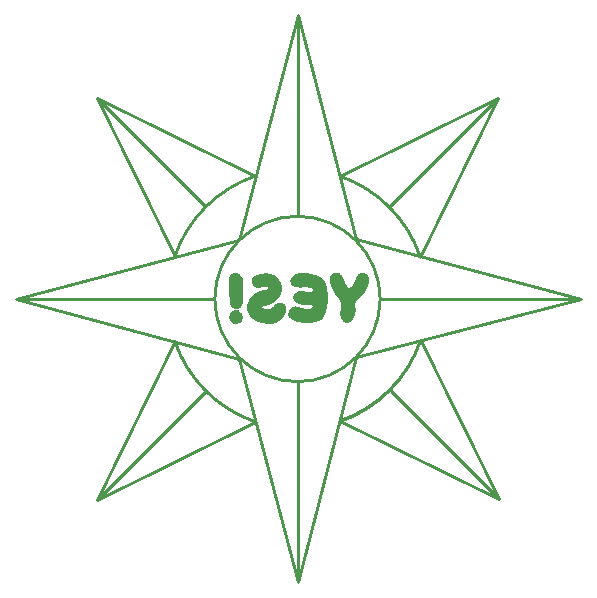
<source format=gbs>
G04*
G04 #@! TF.GenerationSoftware,Altium Limited,Altium Designer,21.8.1 (53)*
G04*
G04 Layer_Color=16711935*
%FSLAX25Y25*%
%MOIN*%
G70*
G04*
G04 #@! TF.SameCoordinates,DAEDDD48-B243-4404-BE66-89772E550788*
G04*
G04*
G04 #@! TF.FilePolarity,Negative*
G04*
G01*
G75*
%ADD10C,0.01000*%
G36*
X120578Y156755D02*
X120837Y156736D01*
X121217Y156649D01*
X121242Y156640D01*
X121327Y156607D01*
X121410Y156569D01*
X121491Y156528D01*
X121502Y156521D01*
X121887Y156244D01*
X121887D01*
X122205Y155877D01*
X122210Y155869D01*
X122216Y155860D01*
X122222Y155852D01*
X122225Y155848D01*
X122247Y155814D01*
X122269Y155779D01*
X122269Y155779D01*
X122272Y155774D01*
X122278Y155764D01*
X122284Y155754D01*
X122291Y155744D01*
X122297Y155733D01*
X122303Y155723D01*
X122309Y155713D01*
X122315Y155702D01*
X122320Y155692D01*
X122326Y155682D01*
X122331Y155673D01*
X122518Y155247D01*
X122518D01*
X122632Y154767D01*
X122637Y154736D01*
X122652Y154595D01*
X122651Y154489D01*
X122635Y153999D01*
Y153999D01*
X122518Y153550D01*
X122468Y153391D01*
X122467Y153388D01*
X122295Y153086D01*
X122150Y152875D01*
X122041Y152777D01*
X121656Y152470D01*
X121607Y152443D01*
Y152443D01*
X121601Y152440D01*
X121590Y152435D01*
X121579Y152429D01*
X121568Y152423D01*
X121558Y152418D01*
X121548Y152414D01*
X121538Y152409D01*
X121529Y152405D01*
X121519Y152400D01*
X121509Y152396D01*
X121499Y152391D01*
X121489Y152387D01*
X121480Y152383D01*
X121472Y152379D01*
X121464Y152376D01*
X121455Y152372D01*
X121447Y152369D01*
X121438Y152366D01*
X121430Y152362D01*
X121421Y152359D01*
X121413Y152356D01*
X121404Y152352D01*
X121396Y152349D01*
X121387Y152346D01*
X121378Y152343D01*
X121370Y152339D01*
X121361Y152336D01*
X121352Y152333D01*
X121348Y152332D01*
X121320Y152322D01*
X121291Y152313D01*
X121262Y152304D01*
X121233Y152296D01*
X121204Y152287D01*
X121174Y152280D01*
X121144Y152272D01*
X121114Y152266D01*
X121090Y152260D01*
X121067Y152256D01*
X121044Y152251D01*
X121020Y152247D01*
X120997Y152243D01*
X120973Y152239D01*
X120949Y152235D01*
X120925Y152232D01*
X120900Y152229D01*
X120876Y152226D01*
X120851Y152223D01*
X120826Y152220D01*
X120801Y152218D01*
X120775Y152216D01*
X120750Y152214D01*
X120724Y152213D01*
X120698Y152211D01*
X120672Y152210D01*
X120637Y152209D01*
X120609Y152206D01*
X120580Y152203D01*
X120552Y152201D01*
X120524Y152198D01*
X120496Y152196D01*
X120469Y152194D01*
X120441Y152193D01*
X120414Y152192D01*
X120387Y152191D01*
X120360Y152190D01*
X120333Y152190D01*
X120306Y152190D01*
X120280Y152190D01*
X120253Y152190D01*
X120227Y152191D01*
X120201Y152191D01*
X120175Y152193D01*
X120149Y152194D01*
X120124Y152196D01*
X120099Y152198D01*
X120073Y152200D01*
X120048Y152202D01*
X120024Y152205D01*
X119999Y152208D01*
X119974Y152211D01*
X119950Y152214D01*
X119918Y152219D01*
X119886Y152224D01*
X119854Y152230D01*
X119823Y152236D01*
X119802Y152240D01*
X119363Y152387D01*
Y152387D01*
X118967Y152638D01*
X118956Y152647D01*
X118933Y152666D01*
X118911Y152685D01*
X118893Y152702D01*
X118877Y152716D01*
X118862Y152730D01*
X118848Y152745D01*
X118840Y152752D01*
X118834Y152758D01*
X118822Y152770D01*
X118810Y152782D01*
X118798Y152795D01*
X118787Y152807D01*
X118776Y152818D01*
X118766Y152829D01*
X118756Y152841D01*
X118746Y152852D01*
X118737Y152862D01*
X118728Y152873D01*
X118719Y152883D01*
X118715Y152888D01*
X118710Y152893D01*
X118702Y152904D01*
X118693Y152915D01*
X118684Y152925D01*
X118676Y152936D01*
X118669Y152945D01*
X118662Y152954D01*
X118655Y152964D01*
X118647Y152973D01*
X118640Y152983D01*
X118633Y152993D01*
X118626Y153003D01*
X118622Y153008D01*
X118438Y153336D01*
X118352Y153549D01*
X118282Y153767D01*
X118228Y154045D01*
X118196Y154428D01*
X118216Y154740D01*
X118216Y154740D01*
X118274Y155013D01*
X118332Y155247D01*
X118422Y155456D01*
X118491Y155607D01*
X118590Y155771D01*
X118627Y155826D01*
X118729Y155974D01*
X118898Y156149D01*
X119038Y156279D01*
X119324Y156486D01*
D01*
X119410Y156522D01*
X119705Y156637D01*
X119880Y156696D01*
X119922Y156702D01*
X120373Y156757D01*
X120578Y156755D01*
D02*
G37*
G36*
X120121Y169111D02*
X120147Y169106D01*
X120173Y169102D01*
X120199Y169098D01*
X120224Y169094D01*
X120249Y169090D01*
X120274Y169085D01*
X120299Y169081D01*
X120324Y169076D01*
X120349Y169072D01*
X120374Y169067D01*
X120398Y169062D01*
X120422Y169058D01*
X120446Y169053D01*
X120470Y169048D01*
X120494Y169043D01*
X120518Y169038D01*
X120541Y169033D01*
X120564Y169027D01*
X120587Y169022D01*
X120610Y169017D01*
X120633Y169011D01*
X120656Y169006D01*
X120678Y169000D01*
X120701Y168994D01*
X120723Y168989D01*
X120745Y168983D01*
X120767Y168977D01*
X120789Y168971D01*
X120811Y168965D01*
X120832Y168959D01*
X120853Y168953D01*
X120875Y168947D01*
X120896Y168941D01*
X120917Y168934D01*
X120938Y168928D01*
X120958Y168922D01*
X120979Y168915D01*
X120999Y168909D01*
X121019Y168902D01*
X121039Y168895D01*
X121059Y168888D01*
X121079Y168881D01*
X121099Y168875D01*
X121118Y168868D01*
X121137Y168860D01*
X121157Y168853D01*
X121176Y168846D01*
X121195Y168839D01*
X121214Y168832D01*
X121232Y168824D01*
X121251Y168817D01*
X121269Y168809D01*
X121288Y168802D01*
X121306Y168794D01*
X121324Y168786D01*
X121342Y168779D01*
X121359Y168771D01*
X121377Y168763D01*
X121394Y168755D01*
X121412Y168747D01*
X121429Y168739D01*
X121446Y168730D01*
X121463Y168722D01*
X121480Y168714D01*
X121496Y168705D01*
X121513Y168697D01*
X121529Y168689D01*
X121546Y168680D01*
X121562Y168671D01*
X121578Y168663D01*
X121594Y168654D01*
X121610Y168645D01*
X121625Y168636D01*
X121628Y168635D01*
X121886Y168452D01*
X122153Y168228D01*
X122441Y167847D01*
X122443Y167843D01*
X122448Y167835D01*
X122451Y167830D01*
X122466Y167804D01*
X122481Y167777D01*
X122495Y167749D01*
X122510Y167721D01*
X122520Y167701D01*
X122530Y167680D01*
X122540Y167659D01*
X122550Y167637D01*
X122560Y167616D01*
X122569Y167595D01*
X122578Y167573D01*
X122588Y167551D01*
X122596Y167529D01*
X122605Y167507D01*
X122614Y167485D01*
X122622Y167463D01*
X122630Y167440D01*
X122635Y167426D01*
X122641Y167411D01*
X122646Y167395D01*
X122651Y167380D01*
X122656Y167365D01*
X122661Y167350D01*
X122666Y167334D01*
X122670Y167319D01*
X122675Y167304D01*
X122680Y167288D01*
X122684Y167272D01*
X122689Y167257D01*
X122693Y167241D01*
X122697Y167226D01*
X122702Y167210D01*
X122706Y167194D01*
X122710Y167178D01*
X122714Y167162D01*
X122718Y167146D01*
X122722Y167130D01*
X122726Y167114D01*
X122730Y167098D01*
X122733Y167081D01*
X122737Y167065D01*
X122740Y167049D01*
X122744Y167032D01*
X122747Y167016D01*
X122750Y166999D01*
X122754Y166983D01*
X122757Y166966D01*
X122760Y166950D01*
X122763Y166933D01*
X122766Y166916D01*
X122769Y166899D01*
X122772Y166883D01*
X122775Y166866D01*
X122778Y166849D01*
X122780Y166832D01*
X122783Y166814D01*
X122785Y166797D01*
X122788Y166780D01*
X122791Y166763D01*
X122793Y166746D01*
X122795Y166728D01*
X122798Y166711D01*
X122800Y166693D01*
X122802Y166676D01*
X122804Y166658D01*
X122806Y166641D01*
X122808Y166623D01*
X122810Y166605D01*
X122812Y166587D01*
X122813Y166570D01*
X122815Y166552D01*
X122817Y166534D01*
X122819Y166516D01*
X122820Y166498D01*
X122822Y166480D01*
X122823Y166462D01*
X122825Y166443D01*
X122826Y166425D01*
X122827Y166407D01*
X122829Y166388D01*
X122830Y166370D01*
X122831Y166351D01*
X122832Y166333D01*
X122833Y166314D01*
X122834Y166296D01*
X122835Y166277D01*
X122836Y166259D01*
X122837Y166240D01*
X122838Y166221D01*
X122839Y166202D01*
X122839Y166183D01*
X122840Y166164D01*
X122841Y166145D01*
X122841Y166126D01*
X122842Y166107D01*
X122843Y166088D01*
X122843Y166069D01*
X122843Y166049D01*
X122844Y166030D01*
X122844Y166011D01*
X122844Y165991D01*
X122845Y165972D01*
X122845Y165952D01*
X122845Y165933D01*
X122845Y165913D01*
X122845Y165893D01*
X122845Y165874D01*
X122845Y165854D01*
X122845Y165854D01*
X122845Y165846D01*
X122845Y165841D01*
X122845Y165824D01*
X122845Y165814D01*
X122845Y165794D01*
X122845Y165774D01*
X122845Y165754D01*
X122845Y165734D01*
X122845Y165714D01*
X122844Y165694D01*
X122844Y165664D01*
X122844Y165643D01*
X122843Y165623D01*
X122843Y165603D01*
X122842Y165582D01*
X122842Y165562D01*
X122841Y165541D01*
X122841Y165510D01*
X122840Y165479D01*
X122839Y165459D01*
X122839Y165448D01*
X122838Y165438D01*
X122837Y165407D01*
X122837Y165386D01*
X122836Y165365D01*
X122835Y165333D01*
X122834Y165302D01*
X122833Y165281D01*
X122832Y165260D01*
X122831Y165238D01*
X122830Y165217D01*
X122829Y165206D01*
X122829Y165196D01*
X122828Y165174D01*
X122826Y165131D01*
X122825Y165099D01*
X122823Y165067D01*
X122822Y165045D01*
X122821Y165024D01*
X122818Y164980D01*
X122817Y164947D01*
X122815Y164925D01*
X122814Y164903D01*
X122812Y164871D01*
X122811Y164848D01*
X122809Y164815D01*
X122807Y164782D01*
X122804Y164738D01*
X122802Y164704D01*
X122801Y164682D01*
X122798Y164626D01*
X122796Y164592D01*
X122794Y164569D01*
X122793Y164558D01*
X122793Y164547D01*
X122790Y164501D01*
X122785Y164421D01*
X122783Y164398D01*
X122782Y164375D01*
X122774Y164260D01*
X122766Y164131D01*
X122764Y164108D01*
X122764Y164096D01*
X122761Y164061D01*
X122757Y164002D01*
X122754Y163954D01*
X122754Y163942D01*
X122753Y163930D01*
X122751Y163894D01*
X122748Y163859D01*
X122745Y163799D01*
X122742Y163762D01*
X122739Y163714D01*
X122738Y163690D01*
X122737Y163666D01*
X122734Y163629D01*
X122731Y163580D01*
X122730Y163556D01*
X122728Y163519D01*
X122725Y163470D01*
X122724Y163445D01*
X122722Y163409D01*
X122720Y163384D01*
X122718Y163334D01*
X122716Y163309D01*
X122714Y163272D01*
X122713Y163234D01*
X122711Y163209D01*
X122710Y163184D01*
X122709Y163159D01*
X122708Y163134D01*
X122707Y163109D01*
X122705Y163084D01*
X122704Y163059D01*
X122703Y163033D01*
X122702Y163008D01*
X122701Y162983D01*
X122700Y162957D01*
X122699Y162932D01*
X122698Y162906D01*
X122697Y162881D01*
X122696Y162855D01*
X122695Y162829D01*
X122694Y162804D01*
X122693Y162778D01*
X122692Y162752D01*
X122692Y162727D01*
X122691Y162701D01*
X122690Y162675D01*
X122689Y162649D01*
X122688Y162623D01*
X122688Y162597D01*
X122687Y162571D01*
X122686Y162545D01*
X122686Y162519D01*
X122685Y162493D01*
X122685Y162467D01*
X122684Y162441D01*
X122684Y162415D01*
X122683Y162388D01*
X122682Y162349D01*
X122682Y162310D01*
X122681Y162270D01*
X122681Y162230D01*
X122680Y162190D01*
X122680Y162151D01*
X122680Y162111D01*
X122680Y162071D01*
X122680Y162030D01*
X122680Y161990D01*
X122680Y161950D01*
X122680Y161910D01*
X122681Y161869D01*
X122681Y161829D01*
X122681Y161788D01*
X122682Y161748D01*
X122683Y161707D01*
X122684Y161666D01*
X122685Y161611D01*
X122686Y161557D01*
X122688Y161502D01*
X122689Y161447D01*
X122691Y161392D01*
X122694Y161336D01*
X122696Y161281D01*
X122698Y161225D01*
X122701Y161170D01*
X122704Y161114D01*
X122707Y161058D01*
X122711Y160988D01*
X122716Y160918D01*
X122721Y160847D01*
X122726Y160776D01*
X122732Y160706D01*
X122738Y160634D01*
X122745Y160563D01*
X122753Y160477D01*
X122761Y160391D01*
X122771Y160305D01*
X122781Y160218D01*
X122793Y160117D01*
X122798Y160083D01*
X122803Y159586D01*
X122738Y159113D01*
X122735Y159102D01*
X122733Y159092D01*
X122729Y159072D01*
X122724Y159051D01*
X122720Y159031D01*
X122715Y159013D01*
X122711Y158996D01*
X122707Y158980D01*
X122703Y158964D01*
X122701Y158956D01*
X122686Y158899D01*
X122672Y158847D01*
X122657Y158799D01*
X122644Y158755D01*
X122631Y158715D01*
X122617Y158676D01*
X122605Y158641D01*
X122592Y158606D01*
X122579Y158571D01*
X122566Y158540D01*
X122554Y158509D01*
X122541Y158478D01*
X122528Y158448D01*
X122515Y158418D01*
X122503Y158391D01*
X122490Y158365D01*
X122478Y158339D01*
X122465Y158313D01*
X122452Y158287D01*
X122439Y158262D01*
X122426Y158237D01*
X122412Y158211D01*
X122398Y158186D01*
X122384Y158161D01*
X122370Y158137D01*
X122357Y158116D01*
X122344Y158095D01*
X122331Y158074D01*
X122318Y158054D01*
X122305Y158033D01*
X122292Y158013D01*
X122278Y157993D01*
X122264Y157973D01*
X122250Y157953D01*
X122236Y157933D01*
X122222Y157914D01*
X122207Y157895D01*
X122193Y157875D01*
X122178Y157856D01*
X122163Y157838D01*
X122148Y157819D01*
X122132Y157800D01*
X122116Y157782D01*
X122098Y157761D01*
X122080Y157740D01*
X122061Y157720D01*
X122041Y157700D01*
X122022Y157680D01*
X122002Y157660D01*
X121983Y157640D01*
X121975Y157633D01*
X121593Y157349D01*
X121593Y157349D01*
X121164Y157177D01*
X121162Y157176D01*
X121155Y157174D01*
X121155Y157174D01*
X121026Y157147D01*
X120542Y157122D01*
X120526Y157124D01*
X120510Y157125D01*
X120494Y157126D01*
X120478Y157128D01*
X120463Y157129D01*
X120447Y157131D01*
X120431Y157133D01*
X120416Y157134D01*
X120400Y157136D01*
X120385Y157138D01*
X120370Y157140D01*
X120354Y157141D01*
X120339Y157143D01*
X120324Y157146D01*
X120309Y157148D01*
X120294Y157150D01*
X120279Y157152D01*
X120264Y157154D01*
X120250Y157156D01*
X120235Y157159D01*
X120221Y157161D01*
X120206Y157163D01*
X120192Y157166D01*
X120177Y157168D01*
X120163Y157171D01*
X120149Y157174D01*
X120135Y157176D01*
X120121Y157179D01*
X120107Y157182D01*
X120093Y157185D01*
X120079Y157187D01*
X120065Y157190D01*
X120051Y157193D01*
X120038Y157196D01*
X120024Y157199D01*
X120011Y157202D01*
X119997Y157206D01*
X119977Y157211D01*
X119958Y157215D01*
X119938Y157221D01*
X119918Y157226D01*
X119899Y157231D01*
X119880Y157237D01*
X119861Y157242D01*
X119842Y157248D01*
X119823Y157253D01*
X119805Y157259D01*
X119786Y157265D01*
X119768Y157271D01*
X119750Y157277D01*
X119732Y157284D01*
X119714Y157290D01*
X119712Y157291D01*
X119297Y157495D01*
X119108Y157658D01*
X118909Y157837D01*
X118902Y157845D01*
X118896Y157852D01*
X118891Y157859D01*
X118885Y157867D01*
X118882Y157870D01*
X118863Y157895D01*
X118844Y157920D01*
X118828Y157941D01*
X118813Y157962D01*
X118798Y157984D01*
X118784Y158005D01*
X118772Y158023D01*
X118761Y158040D01*
X118750Y158058D01*
X118739Y158076D01*
X118728Y158094D01*
X118718Y158112D01*
X118707Y158131D01*
X118697Y158149D01*
X118689Y158163D01*
X118682Y158177D01*
X118675Y158191D01*
X118667Y158205D01*
X118660Y158220D01*
X118653Y158234D01*
X118646Y158248D01*
X118639Y158263D01*
X118632Y158277D01*
X118625Y158292D01*
X118619Y158307D01*
X118612Y158321D01*
X118606Y158336D01*
X118599Y158351D01*
X118593Y158366D01*
X118587Y158381D01*
X118581Y158396D01*
X118575Y158411D01*
X118569Y158426D01*
X118563Y158442D01*
X118557Y158457D01*
X118552Y158473D01*
X118546Y158488D01*
X118540Y158503D01*
X118535Y158519D01*
X118530Y158535D01*
X118524Y158551D01*
X118519Y158566D01*
X118514Y158582D01*
X118509Y158598D01*
X118504Y158614D01*
X118499Y158630D01*
X118496Y158641D01*
X118492Y158652D01*
X118489Y158663D01*
X118486Y158673D01*
X118483Y158684D01*
X118480Y158695D01*
X118477Y158706D01*
X118474Y158717D01*
X118471Y158728D01*
X118468Y158739D01*
X118465Y158750D01*
X118462Y158761D01*
X118459Y158772D01*
X118457Y158783D01*
X118454Y158794D01*
X118451Y158805D01*
X118448Y158817D01*
X118446Y158828D01*
X118443Y158839D01*
X118440Y158850D01*
X118438Y158861D01*
X118435Y158873D01*
X118433Y158884D01*
X118430Y158895D01*
X118428Y158907D01*
X118425Y158918D01*
X118423Y158930D01*
X118420Y158941D01*
X118418Y158952D01*
X118416Y158964D01*
X118413Y158975D01*
X118411Y158987D01*
X118409Y158999D01*
X118406Y159010D01*
X118404Y159022D01*
X118402Y159033D01*
X118400Y159045D01*
X118398Y159057D01*
X118396Y159068D01*
X118394Y159080D01*
X118391Y159092D01*
X118389Y159104D01*
X118387Y159116D01*
X118385Y159127D01*
X118383Y159139D01*
X118382Y159151D01*
X118380Y159163D01*
X118378Y159175D01*
X118376Y159187D01*
X118374Y159199D01*
X118372Y159211D01*
X118370Y159223D01*
X118369Y159235D01*
X118367Y159247D01*
X118365Y159259D01*
X118363Y159271D01*
X118362Y159283D01*
X118360Y159295D01*
X118359Y159307D01*
X118357Y159319D01*
X118355Y159332D01*
X118354Y159344D01*
X118352Y159356D01*
X118351Y159368D01*
X118349Y159380D01*
X118348Y159393D01*
X118346Y159405D01*
X118345Y159417D01*
X118343Y159430D01*
X118342Y159442D01*
X118341Y159455D01*
X118339Y159467D01*
X118338Y159479D01*
X118336Y159492D01*
X118335Y159504D01*
X118334Y159517D01*
X118333Y159529D01*
X118331Y159542D01*
X118330Y159554D01*
X118329Y159567D01*
X118328Y159579D01*
X118326Y159592D01*
X118325Y159605D01*
X118324Y159617D01*
X118323Y159630D01*
X118322Y159643D01*
X118321Y159655D01*
X118319Y159681D01*
X118318Y159693D01*
X118317Y159706D01*
X118316Y159719D01*
X118314Y159745D01*
X118313Y159757D01*
X118312Y159770D01*
X118311Y159783D01*
X118310Y159796D01*
X118309Y159809D01*
X118307Y159835D01*
X118306Y159860D01*
X118305Y159873D01*
X118303Y159899D01*
X118302Y159912D01*
X118301Y159925D01*
X118301Y159938D01*
X118300Y159951D01*
X118299Y159965D01*
X118298Y159978D01*
X118298Y159991D01*
X118297Y160004D01*
X118296Y160030D01*
X118295Y160050D01*
X118294Y160063D01*
X118293Y160083D01*
X118292Y160103D01*
X118290Y160136D01*
X118289Y160162D01*
X118288Y160182D01*
X118287Y160209D01*
X118287Y160216D01*
X118286Y160229D01*
X118285Y160256D01*
X118284Y160296D01*
X118282Y160336D01*
X118281Y160377D01*
X118280Y160404D01*
X118279Y160437D01*
X118277Y160478D01*
X118277Y160492D01*
X118275Y160539D01*
X118275Y160560D01*
X118274Y160580D01*
X118273Y160621D01*
X118272Y160648D01*
X118272Y160655D01*
X118272Y160676D01*
X118270Y160724D01*
X118269Y160758D01*
X118269Y160772D01*
X118267Y160848D01*
X118266Y160855D01*
X118266Y160869D01*
X118264Y160931D01*
X118264Y160945D01*
X118264Y160951D01*
X118263Y160972D01*
X118263Y160979D01*
X118263Y160993D01*
X118262Y161021D01*
X118262Y161028D01*
X118261Y161035D01*
X118261Y161049D01*
X118261Y161056D01*
X118259Y161104D01*
X118259Y161118D01*
X118259Y161125D01*
X118257Y161174D01*
X118256Y161216D01*
X118254Y161258D01*
X118254Y161272D01*
X118254Y161279D01*
X118253Y161286D01*
X118253Y161300D01*
X118251Y161342D01*
X118250Y161370D01*
X118249Y161384D01*
X118249Y161391D01*
X118249Y161398D01*
X118248Y161412D01*
X118247Y161433D01*
X118247Y161440D01*
X118247Y161447D01*
X118246Y161468D01*
X118245Y161489D01*
X118244Y161517D01*
X118243Y161545D01*
X118241Y161573D01*
X118240Y161587D01*
X118240Y161601D01*
X118238Y161629D01*
X118238Y161643D01*
X118236Y161671D01*
X118235Y161699D01*
X118233Y161727D01*
X118231Y161756D01*
X118230Y161769D01*
X118229Y161798D01*
X118228Y161812D01*
X118226Y161840D01*
X118225Y161854D01*
X118224Y161868D01*
X118223Y161882D01*
X118222Y161896D01*
X118221Y161910D01*
X118220Y161924D01*
X118219Y161938D01*
X118217Y161966D01*
X118216Y161980D01*
X118215Y161994D01*
X118214Y162008D01*
X118213Y162022D01*
X118212Y162036D01*
X118216Y162334D01*
X118216Y162344D01*
X118216Y162345D01*
X118217Y162359D01*
X118217Y162360D01*
X118217Y162374D01*
X118217Y162375D01*
X118218Y162390D01*
X118218Y162390D01*
X118218Y162405D01*
X118218Y162406D01*
X118218Y162420D01*
X118218Y162421D01*
X118218Y162435D01*
X118218Y162437D01*
X118219Y162451D01*
X118219Y162453D01*
X118219Y162466D01*
X118219Y162469D01*
X118219Y162482D01*
X118219Y162485D01*
X118219Y162497D01*
X118219Y162503D01*
X118219Y162513D01*
X118219Y162528D01*
X118219Y162539D01*
Y162544D01*
X118219Y162555D01*
Y162560D01*
X118219Y162572D01*
X118219Y162575D01*
X118219Y162589D01*
X118219Y162591D01*
X118219Y162605D01*
X118219Y162607D01*
X118219Y162621D01*
X118219Y162623D01*
X118218Y162637D01*
X118218Y162638D01*
X118218Y162653D01*
X118218Y162654D01*
X118218Y162669D01*
X118218Y162670D01*
X118218Y162685D01*
X118218Y162686D01*
X118217Y162701D01*
X118217Y162702D01*
X118217Y162717D01*
X118217Y162718D01*
X118217Y162733D01*
X118217Y162734D01*
X118216Y162749D01*
X118216Y162750D01*
X118216Y162765D01*
X118216Y162766D01*
X118215Y162782D01*
X118215Y162782D01*
X118215Y162798D01*
X118215Y162798D01*
X118214Y162814D01*
X118214Y162814D01*
X118214Y162830D01*
X118214Y162831D01*
X118213Y162846D01*
X118213Y162847D01*
X118212Y162863D01*
X118212Y162863D01*
X118212Y162879D01*
X118212Y162879D01*
X118211Y162895D01*
X118211Y162896D01*
X118211Y162911D01*
X118211Y162912D01*
X118210Y162928D01*
X118210Y162928D01*
X118209Y162944D01*
X118209Y162945D01*
X118208Y162961D01*
X118208Y162961D01*
X118208Y162977D01*
X118208Y162978D01*
X118207Y162994D01*
X118207Y162994D01*
X118206Y163010D01*
X118206Y163011D01*
X118204Y163043D01*
X118203Y163060D01*
X118202Y163077D01*
X118201Y163093D01*
X118201Y163110D01*
X118200Y163127D01*
X118199Y163143D01*
X118197Y163168D01*
X118195Y163194D01*
X118194Y163210D01*
X118194Y163219D01*
X118192Y163244D01*
X118191Y163261D01*
X118190Y163278D01*
X118189Y163294D01*
X118187Y163311D01*
X118186Y163337D01*
X118184Y163354D01*
X118183Y163371D01*
X118181Y163396D01*
X118180Y163413D01*
X118178Y163439D01*
X118176Y163465D01*
X118174Y163490D01*
X118171Y163524D01*
X118168Y163559D01*
X118166Y163585D01*
X118163Y163619D01*
X118162Y163637D01*
X118159Y163663D01*
X118159Y163671D01*
X118158Y163680D01*
X118156Y163706D01*
X118153Y163732D01*
X118150Y163767D01*
X118149Y163775D01*
X118149Y163784D01*
X118146Y163810D01*
X118141Y163863D01*
X118138Y163898D01*
X118135Y163933D01*
X118134Y163941D01*
X118133Y163950D01*
X118128Y164003D01*
X118127Y164012D01*
X118127Y164020D01*
X118121Y164082D01*
X118120Y164091D01*
X118119Y164100D01*
X118116Y164126D01*
X118112Y164170D01*
X118111Y164179D01*
X118109Y164206D01*
X118108Y164214D01*
X118103Y164268D01*
X118094Y164356D01*
X118090Y164400D01*
X118083Y164472D01*
X118082Y164480D01*
X118081Y164498D01*
X118078Y164525D01*
X118076Y164552D01*
X118071Y164596D01*
X118067Y164649D01*
X118063Y164685D01*
X118062Y164694D01*
X118062Y164703D01*
X118057Y164756D01*
X118055Y164774D01*
X118054Y164783D01*
X118053Y164792D01*
X118050Y164837D01*
X118047Y164863D01*
X118044Y164899D01*
X118042Y164926D01*
X118039Y164961D01*
X118037Y164988D01*
X118035Y165015D01*
X118032Y165050D01*
X118030Y165068D01*
X118028Y165094D01*
X118026Y165121D01*
X118023Y165157D01*
X118021Y165183D01*
X118019Y165219D01*
X118016Y165254D01*
X118014Y165289D01*
X118011Y165325D01*
X118010Y165342D01*
X118009Y165360D01*
X118007Y165395D01*
X118005Y165431D01*
X118004Y165448D01*
X118002Y165466D01*
X118001Y165483D01*
X118000Y165501D01*
X118000Y165519D01*
X117999Y165536D01*
X117998Y165554D01*
X117997Y165571D01*
X117996Y165589D01*
X117995Y165606D01*
X117994Y165624D01*
X117993Y165641D01*
X117993Y165659D01*
X117992Y165676D01*
X117991Y165694D01*
X117990Y165711D01*
X117990Y165729D01*
X117989Y165746D01*
X117988Y165763D01*
X117988Y165781D01*
X117987Y165798D01*
X117987Y165815D01*
X117986Y165833D01*
X117986Y165850D01*
X117985Y165867D01*
X117985Y165885D01*
X117984Y165902D01*
X117984Y165919D01*
X117984Y165937D01*
X117983Y165954D01*
X117983Y165971D01*
X117983Y165988D01*
X117982Y166005D01*
X117982Y166022D01*
X117982Y166040D01*
X117982Y166057D01*
X117982Y166074D01*
X117982Y166091D01*
X117982Y166108D01*
X117982Y166125D01*
X117982Y166142D01*
X117982Y166159D01*
X117982Y166176D01*
X117982Y166193D01*
X117982Y166210D01*
X117982Y166227D01*
X117982Y166244D01*
X117983Y166260D01*
X117983Y166277D01*
X117983Y166294D01*
X117984Y166311D01*
X117984Y166328D01*
X117984Y166344D01*
X117985Y166361D01*
X117985Y166378D01*
X117986Y166394D01*
X117987Y166411D01*
X117987Y166428D01*
X117988Y166444D01*
X117989Y166461D01*
X117989Y166477D01*
X117990Y166494D01*
X117991Y166510D01*
X117992Y166527D01*
X117993Y166543D01*
X117994Y166560D01*
X117995Y166576D01*
X117996Y166593D01*
X117997Y166609D01*
X117998Y166625D01*
X117999Y166641D01*
X118000Y166658D01*
X118001Y166674D01*
X118003Y166690D01*
X118004Y166706D01*
X118005Y166722D01*
X118007Y166738D01*
X118008Y166755D01*
X118010Y166771D01*
X118011Y166787D01*
X118013Y166803D01*
X118014Y166819D01*
X118016Y166834D01*
X118018Y166850D01*
X118020Y166866D01*
X118021Y166882D01*
X118023Y166898D01*
X118025Y166914D01*
X118027Y166929D01*
X118029Y166945D01*
X118031Y166961D01*
X118033Y166976D01*
X118035Y166992D01*
X118038Y167008D01*
X118040Y167023D01*
X118042Y167039D01*
X118045Y167054D01*
X118047Y167069D01*
X118050Y167085D01*
X118052Y167100D01*
X118055Y167115D01*
X118057Y167131D01*
X118060Y167146D01*
X118063Y167161D01*
X118065Y167176D01*
X118068Y167192D01*
X118071Y167207D01*
X118074Y167222D01*
X118077Y167237D01*
X118080Y167252D01*
X118083Y167267D01*
X118086Y167281D01*
X118089Y167296D01*
X118093Y167311D01*
X118096Y167326D01*
X118099Y167341D01*
X118103Y167355D01*
X118106Y167370D01*
X118110Y167385D01*
X118114Y167399D01*
X118117Y167414D01*
X118121Y167428D01*
X118125Y167443D01*
X118129Y167457D01*
X118132Y167472D01*
X118137Y167486D01*
X118140Y167500D01*
X118145Y167515D01*
X118149Y167529D01*
X118153Y167543D01*
X118157Y167557D01*
X118161Y167571D01*
X118168Y167592D01*
X118175Y167613D01*
X118182Y167634D01*
X118189Y167655D01*
X118196Y167675D01*
X118203Y167696D01*
X118211Y167716D01*
X118218Y167736D01*
X118226Y167757D01*
X118234Y167777D01*
X118242Y167797D01*
X118250Y167817D01*
X118255Y167829D01*
X118370Y168037D01*
X118409Y168105D01*
X118505Y168253D01*
X118623Y168394D01*
X118710Y168487D01*
X118842Y168610D01*
X119125Y168815D01*
X119152Y168829D01*
X119173Y168840D01*
X119193Y168851D01*
X119214Y168861D01*
X119236Y168871D01*
X119257Y168881D01*
X119279Y168892D01*
X119300Y168901D01*
X119322Y168911D01*
X119345Y168920D01*
X119367Y168930D01*
X119390Y168939D01*
X119413Y168948D01*
X119436Y168956D01*
X119459Y168965D01*
X119483Y168973D01*
X119499Y168979D01*
X119515Y168984D01*
X119531Y168989D01*
X119547Y168995D01*
X119564Y169000D01*
X119580Y169005D01*
X119597Y169010D01*
X119613Y169015D01*
X119630Y169020D01*
X119647Y169024D01*
X119664Y169029D01*
X119681Y169034D01*
X119698Y169038D01*
X119716Y169043D01*
X119733Y169047D01*
X119751Y169051D01*
X119768Y169055D01*
X119786Y169059D01*
X119804Y169063D01*
X119822Y169067D01*
X119840Y169071D01*
X119858Y169075D01*
X119876Y169079D01*
X119895Y169082D01*
X119913Y169086D01*
X119932Y169089D01*
X119951Y169092D01*
X119970Y169096D01*
X119989Y169099D01*
X120008Y169102D01*
X120027Y169105D01*
X120046Y169108D01*
X120066Y169110D01*
X120095Y169114D01*
X120121Y169111D01*
D02*
G37*
G36*
X130468Y168965D02*
X130539Y168964D01*
X130608Y168962D01*
X130678Y168960D01*
X130747Y168957D01*
X130816Y168953D01*
X130894Y168948D01*
X131137Y168921D01*
X131206Y168911D01*
X131304Y168898D01*
X131425Y168879D01*
X131570Y168855D01*
X131582Y168853D01*
X131949Y168773D01*
X132204Y168698D01*
X132436Y168623D01*
X132504Y168598D01*
X132741Y168510D01*
X132939Y168418D01*
X133204Y168287D01*
X133602Y168043D01*
X133613Y168035D01*
X133667Y167998D01*
X133720Y167959D01*
X133747Y167940D01*
X133938Y167799D01*
X134290Y167482D01*
X134609Y167131D01*
X134892Y166751D01*
X135050Y166488D01*
X135118Y166367D01*
X135182Y166244D01*
X135243Y166120D01*
X135272Y166056D01*
X135297Y166001D01*
X135344Y165890D01*
X135388Y165778D01*
X135430Y165665D01*
X135468Y165550D01*
X135504Y165435D01*
X135538Y165319D01*
X135568Y165202D01*
X135582Y165143D01*
X135595Y165084D01*
X135620Y164965D01*
X135642Y164846D01*
X135660Y164726D01*
X135677Y164603D01*
X135690Y164477D01*
X135700Y164350D01*
X135707Y164224D01*
X135709Y164160D01*
X135711Y164099D01*
X135712Y163975D01*
X135710Y163852D01*
X135705Y163729D01*
X135697Y163612D01*
X135687Y163502D01*
X135675Y163392D01*
X135660Y163282D01*
X135652Y163227D01*
X135652D01*
X135645Y163181D01*
X135629Y163089D01*
X135611Y162997D01*
X135592Y162906D01*
X135573Y162821D01*
X135554Y162743D01*
X135534Y162666D01*
X135512Y162588D01*
X135491Y162515D01*
X135470Y162447D01*
X135448Y162379D01*
X135425Y162311D01*
X135402Y162248D01*
X135381Y162189D01*
X135359Y162130D01*
X135336Y162072D01*
X135314Y162019D01*
X135293Y161969D01*
X135272Y161920D01*
X135250Y161871D01*
X135229Y161824D01*
X135208Y161780D01*
X135187Y161735D01*
X135166Y161691D01*
X135155Y161669D01*
X135145Y161649D01*
X135125Y161610D01*
X135104Y161570D01*
X135083Y161531D01*
X135073Y161511D01*
X135073D01*
X135062Y161491D01*
X135040Y161452D01*
X135018Y161413D01*
X134996Y161374D01*
X134975Y161337D01*
X134954Y161302D01*
X134933Y161267D01*
X134912Y161233D01*
X134902Y161216D01*
X134891Y161199D01*
X134869Y161164D01*
X134847Y161130D01*
X134825Y161096D01*
X134804Y161064D01*
X134784Y161034D01*
X134764Y161005D01*
X134744Y160975D01*
X134733Y160960D01*
X134733D01*
X134723Y160945D01*
X134702Y160916D01*
X134681Y160887D01*
X134660Y160857D01*
X134640Y160830D01*
X134621Y160805D01*
X134602Y160780D01*
X134584Y160755D01*
X134564Y160731D01*
X134545Y160706D01*
X134526Y160681D01*
X134506Y160656D01*
X134496Y160644D01*
X134486Y160632D01*
X134467Y160607D01*
X134447Y160582D01*
X134426Y160558D01*
X134406Y160534D01*
X134385Y160509D01*
X134364Y160485D01*
X134344Y160461D01*
X134333Y160449D01*
X134262Y160369D01*
X134189Y160289D01*
X134114Y160211D01*
X134037Y160133D01*
X133958Y160056D01*
X133877Y159979D01*
X133795Y159904D01*
X133727Y159844D01*
X133659Y159785D01*
X133589Y159726D01*
X133518Y159668D01*
X133445Y159611D01*
X133372Y159554D01*
X133297Y159497D01*
X133221Y159442D01*
X133143Y159387D01*
X133065Y159332D01*
X132985Y159279D01*
X132904Y159226D01*
X132822Y159173D01*
X132738Y159122D01*
X132653Y159071D01*
X132589Y159033D01*
X132523Y158995D01*
X132457Y158958D01*
X132391Y158922D01*
X132324Y158886D01*
X132255Y158850D01*
X132187Y158814D01*
X132117Y158780D01*
X132047Y158745D01*
X131976Y158711D01*
X131904Y158677D01*
X131832Y158644D01*
X131759Y158612D01*
X131685Y158580D01*
X131610Y158548D01*
X131535Y158517D01*
X131459Y158486D01*
X131382Y158455D01*
X131305Y158425D01*
X131226Y158396D01*
X131147Y158367D01*
X131068Y158339D01*
X130987Y158311D01*
X130906Y158284D01*
X130824Y158257D01*
X130741Y158230D01*
X130658Y158205D01*
X130574Y158179D01*
X130489Y158154D01*
X130403Y158130D01*
X130317Y158107D01*
X130229Y158083D01*
X130141Y158061D01*
X130053Y158039D01*
X129963Y158017D01*
X129873Y157996D01*
X129782Y157976D01*
X129691Y157956D01*
X129598Y157937D01*
X129505Y157918D01*
X129411Y157900D01*
X128995Y157828D01*
X129013Y157805D01*
X129032Y157782D01*
X129051Y157759D01*
X129070Y157737D01*
X129094Y157710D01*
X129118Y157684D01*
X129141Y157659D01*
X129165Y157633D01*
X129189Y157609D01*
X129214Y157585D01*
X129242Y157557D01*
X129271Y157530D01*
X129300Y157504D01*
X129305Y157500D01*
X129313Y157493D01*
X129321Y157486D01*
X129330Y157478D01*
X129338Y157471D01*
X129347Y157464D01*
X129355Y157457D01*
X129364Y157450D01*
X129368Y157446D01*
X129372Y157443D01*
X129381Y157436D01*
X129389Y157429D01*
X129389Y157429D01*
X129398Y157422D01*
X129398Y157422D01*
X129402Y157419D01*
X129402Y157419D01*
X129407Y157415D01*
X129407Y157415D01*
X129417Y157407D01*
X129417Y157407D01*
X129426Y157400D01*
Y157400D01*
X129436Y157393D01*
X129436Y157392D01*
X129441Y157389D01*
X129441Y157389D01*
X129446Y157385D01*
X129447Y157385D01*
X129457Y157377D01*
X129457Y157377D01*
X129468Y157369D01*
X129468Y157369D01*
X129479Y157361D01*
X129479Y157360D01*
X129485Y157357D01*
X129485Y157357D01*
X129491Y157352D01*
X129491Y157352D01*
X129503Y157344D01*
X129503Y157344D01*
X129515Y157335D01*
X129515Y157335D01*
X129527Y157327D01*
X129527Y157327D01*
X129533Y157323D01*
X129534Y157323D01*
X129540Y157318D01*
X129541Y157317D01*
X129555Y157308D01*
X129556Y157308D01*
X129569Y157299D01*
X129572Y157297D01*
X129584Y157289D01*
X129591Y157285D01*
X129591Y157285D01*
X129600Y157279D01*
X129615Y157270D01*
X129618Y157268D01*
X129635Y157258D01*
X129636Y157257D01*
X129653Y157247D01*
X129654Y157246D01*
X129663Y157241D01*
X129663Y157241D01*
X129717Y157211D01*
X129718Y157210D01*
X129829Y157154D01*
X129829Y157154D01*
X129943Y157104D01*
X129943Y157104D01*
X130060Y157061D01*
X130120Y157042D01*
X130134Y157037D01*
X130163Y157029D01*
X130193Y157021D01*
X130222Y157013D01*
X130237Y157009D01*
X130248Y157007D01*
X130270Y157002D01*
X130292Y156997D01*
X130314Y156992D01*
X130325Y156990D01*
X130334Y156988D01*
X130353Y156984D01*
X130372Y156981D01*
X130390Y156978D01*
X130390Y156978D01*
X130399Y156976D01*
X130400Y156976D01*
X130408Y156975D01*
X130408Y156975D01*
X130426Y156972D01*
X130426Y156972D01*
X130443Y156969D01*
X130443Y156969D01*
X130460Y156967D01*
X130460Y156967D01*
X130469Y156966D01*
X130469Y156966D01*
X130477Y156965D01*
X130477Y156965D01*
X130493Y156962D01*
X130493Y156962D01*
X130509Y156960D01*
X130510Y156960D01*
X130526Y156959D01*
X130526Y156959D01*
X130534Y156958D01*
X130534D01*
X130541Y156957D01*
X130542Y156957D01*
X130556Y156956D01*
X130556D01*
X130571Y156954D01*
X130572D01*
X130586Y156953D01*
X130587D01*
X130594Y156952D01*
X130594D01*
X130601Y156952D01*
X130601D01*
X130615Y156951D01*
X130615D01*
X130628Y156950D01*
X130629D01*
X130642Y156949D01*
X130642D01*
X130649Y156949D01*
X130649D01*
X130656Y156948D01*
X130656D01*
X130670Y156948D01*
X130670D01*
X130684Y156947D01*
X130684D01*
X130698Y156947D01*
X130698D01*
X130704Y156946D01*
X130705D01*
X130711Y156946D01*
X130711D01*
X130723Y156946D01*
X130724D01*
X130736Y156946D01*
X130736D01*
X130748Y156945D01*
X130749D01*
X130755Y156945D01*
X130755Y156945D01*
X130761Y156945D01*
X130762Y156945D01*
X130774Y156945D01*
X130774Y156945D01*
X130786D01*
X130790Y156945D01*
X130798Y156945D01*
X130805Y156945D01*
X130805Y156945D01*
X130811Y156945D01*
X130824Y156946D01*
X130836Y156946D01*
X130849Y156946D01*
X130856Y156947D01*
X130856Y156947D01*
X130862Y156947D01*
X130874Y156947D01*
X130887Y156948D01*
X130900Y156948D01*
X130906Y156949D01*
X130912Y156949D01*
X130925Y156950D01*
X130937Y156950D01*
X130950Y156951D01*
X130956Y156952D01*
X130963Y156952D01*
X130975Y156953D01*
X130988Y156954D01*
X131000Y156956D01*
X131007Y156956D01*
X131013Y156957D01*
X131025Y156958D01*
X131038Y156959D01*
X131051Y156961D01*
X131057Y156961D01*
X131063Y156962D01*
X131074Y156963D01*
X131085Y156965D01*
X131097Y156966D01*
X131108Y156968D01*
X131119Y156969D01*
X131131Y156971D01*
X131142Y156973D01*
X131154Y156974D01*
X131165Y156976D01*
X131176Y156978D01*
X131187Y156980D01*
X131193Y156981D01*
X131200Y156982D01*
X131212Y156984D01*
X131225Y156986D01*
X131237Y156989D01*
X131244Y156990D01*
X131244Y156990D01*
X131250Y156991D01*
X131262Y156993D01*
X131275Y156996D01*
X131287Y156998D01*
X131294Y157000D01*
X131300Y157001D01*
X131312Y157004D01*
X131325Y157006D01*
X131337Y157009D01*
X131344Y157011D01*
X131350Y157012D01*
X131362Y157015D01*
X131375Y157018D01*
X131387Y157021D01*
X131394Y157023D01*
X131394Y157023D01*
X131400Y157024D01*
X131412Y157027D01*
X131425Y157031D01*
X131437Y157034D01*
X131450Y157037D01*
X131462Y157041D01*
X131475Y157044D01*
X131487Y157048D01*
X131500Y157051D01*
X131512Y157055D01*
X131524Y157059D01*
X131537Y157062D01*
X131543Y157064D01*
X131549Y157066D01*
X131561Y157070D01*
X131574Y157074D01*
X131586Y157078D01*
X131592Y157080D01*
X131599Y157082D01*
X131613Y157087D01*
X131626Y157092D01*
X131640Y157096D01*
X131653Y157101D01*
X131667Y157106D01*
X131680Y157111D01*
X131693Y157116D01*
X131700Y157118D01*
X131707Y157121D01*
X131720Y157126D01*
X131734Y157131D01*
X131747Y157136D01*
X131761Y157142D01*
X131776Y157148D01*
X131790Y157154D01*
X131805Y157160D01*
X131812Y157163D01*
X131819Y157166D01*
X131834Y157172D01*
X131848Y157178D01*
X131862Y157185D01*
X131870Y157188D01*
X131878Y157191D01*
X131893Y157198D01*
X131909Y157206D01*
X131924Y157213D01*
X131932Y157217D01*
X131932Y157217D01*
X131940Y157220D01*
X131953Y157227D01*
X131957Y157229D01*
X131972Y157236D01*
X131974Y157237D01*
X131989Y157244D01*
X131990Y157245D01*
X131998Y157249D01*
X131998Y157249D01*
X132007Y157253D01*
X132007Y157254D01*
X132024Y157262D01*
X132025Y157263D01*
X132042Y157272D01*
X132042Y157272D01*
X132060Y157281D01*
X132060Y157281D01*
X132068Y157286D01*
X132069Y157286D01*
X132078Y157291D01*
X132078Y157291D01*
X132096Y157301D01*
X132097Y157301D01*
X132115Y157311D01*
X132115Y157311D01*
X132134Y157322D01*
X132134Y157322D01*
X132143Y157327D01*
X132143Y157327D01*
X132153Y157333D01*
X132153Y157333D01*
X132174Y157345D01*
X132174Y157345D01*
X132195Y157357D01*
X132195Y157358D01*
X132215Y157370D01*
X132215Y157370D01*
X132226Y157376D01*
X132226Y157376D01*
X132237Y157383D01*
X132237Y157383D01*
X132260Y157397D01*
X132260Y157398D01*
X132282Y157412D01*
X132282Y157412D01*
X132305Y157427D01*
X132305Y157427D01*
X132316Y157434D01*
X132316Y157434D01*
X132329Y157443D01*
X132329Y157443D01*
X132336Y157448D01*
X132356Y157461D01*
X132383Y157480D01*
X132409Y157498D01*
X132422Y157508D01*
X132439Y157520D01*
X132473Y157545D01*
X132506Y157570D01*
X132539Y157596D01*
X132556Y157609D01*
X132616Y157659D01*
X132733Y157763D01*
X132845Y157873D01*
X132952Y157987D01*
X133003Y158046D01*
X133036Y158086D01*
X133100Y158167D01*
X133162Y158250D01*
X133221Y158335D01*
X133250Y158378D01*
X133270Y158409D01*
X133308Y158472D01*
X133345Y158536D01*
X133381Y158600D01*
X133398Y158632D01*
X133418Y158640D01*
X133458Y158656D01*
X133497Y158671D01*
X133536Y158686D01*
X133575Y158701D01*
X133614Y158715D01*
X133652Y158730D01*
X133690Y158744D01*
X133728Y158757D01*
X133766Y158770D01*
X133803Y158783D01*
X133841Y158796D01*
X133878Y158808D01*
X133914Y158820D01*
X133951Y158832D01*
X133987Y158844D01*
X134023Y158855D01*
X134059Y158866D01*
X134095Y158876D01*
X134130Y158887D01*
X134166Y158897D01*
X134201Y158907D01*
X134235Y158916D01*
X134270Y158925D01*
X134304Y158934D01*
X134338Y158943D01*
X134372Y158951D01*
X134406Y158960D01*
X134439Y158967D01*
X134472Y158975D01*
X134505Y158982D01*
X134538Y158990D01*
X134571Y158996D01*
X134603Y159003D01*
X134635Y159009D01*
X134667Y159015D01*
X134699Y159021D01*
X134730Y159026D01*
X134761Y159031D01*
X134792Y159036D01*
X134823Y159041D01*
X134854Y159046D01*
X134884Y159050D01*
X134914Y159054D01*
X134944Y159057D01*
X134974Y159061D01*
X135003Y159064D01*
X135033Y159067D01*
X135062Y159069D01*
X135091Y159072D01*
X135119Y159074D01*
X135148Y159076D01*
X135176Y159078D01*
X135204Y159079D01*
X135232Y159080D01*
X135259Y159081D01*
X135287Y159082D01*
X135314Y159082D01*
X135341Y159082D01*
X135368Y159082D01*
X135394Y159082D01*
X135420Y159082D01*
X135447Y159081D01*
X135472Y159080D01*
X135498Y159079D01*
X135523Y159077D01*
X135549Y159076D01*
X135574Y159074D01*
X135599Y159072D01*
X135623Y159070D01*
X135648Y159067D01*
X135672Y159064D01*
X135696Y159061D01*
X135720Y159058D01*
X135743Y159055D01*
X135767Y159051D01*
X135790Y159047D01*
X135813Y159043D01*
X135836Y159038D01*
X135858Y159034D01*
X135881Y159029D01*
X135903Y159024D01*
X135925Y159019D01*
X135947Y159014D01*
X135954Y159012D01*
X136383Y158839D01*
X136590Y158668D01*
X136655Y158612D01*
X136819Y158436D01*
X137015Y158108D01*
X137021Y158093D01*
X137028Y158075D01*
X137035Y158057D01*
X137042Y158038D01*
X137049Y158020D01*
X137055Y158001D01*
X137062Y157983D01*
X137068Y157964D01*
X137074Y157945D01*
X137080Y157926D01*
X137085Y157907D01*
X137091Y157888D01*
X137096Y157868D01*
X137101Y157849D01*
X137106Y157829D01*
X137111Y157810D01*
X137115Y157790D01*
X137119Y157770D01*
X137124Y157750D01*
X137128Y157730D01*
X137132Y157710D01*
X137135Y157689D01*
X137139Y157669D01*
X137142Y157648D01*
X137145Y157628D01*
X137148Y157607D01*
X137151Y157586D01*
X137154Y157565D01*
X137156Y157544D01*
X137159Y157523D01*
X137161Y157502D01*
X137163Y157481D01*
X137165Y157459D01*
X137166Y157438D01*
X137168Y157416D01*
X137169Y157395D01*
X137170Y157373D01*
X137171Y157351D01*
X137172Y157329D01*
X137173Y157307D01*
X137173Y157285D01*
X137173Y157263D01*
X137174Y157241D01*
X137174Y157241D01*
X137174Y157233D01*
X137174Y157221D01*
X137173Y157196D01*
X137173Y157174D01*
X137172Y157151D01*
X137172Y157129D01*
X137171Y157106D01*
X137170Y157083D01*
X137169Y157061D01*
X137167Y157038D01*
X137166Y157015D01*
X137164Y156992D01*
X137162Y156969D01*
X137160Y156946D01*
X137158Y156923D01*
X137156Y156899D01*
X137153Y156876D01*
X137151Y156853D01*
X137148Y156829D01*
X137145Y156806D01*
X137142Y156782D01*
X137139Y156759D01*
X137135Y156735D01*
X137132Y156711D01*
X137128Y156688D01*
X137124Y156664D01*
X137120Y156640D01*
X137114Y156604D01*
X137107Y156568D01*
X137100Y156532D01*
X137092Y156496D01*
X137084Y156460D01*
X137076Y156423D01*
X137068Y156387D01*
X137059Y156351D01*
X137050Y156314D01*
X137040Y156277D01*
X137030Y156241D01*
X137020Y156204D01*
X137010Y156167D01*
X136999Y156130D01*
X136987Y156093D01*
X136976Y156056D01*
X136964Y156019D01*
X136952Y155982D01*
X136939Y155945D01*
X136922Y155895D01*
X136904Y155846D01*
X136885Y155796D01*
X136866Y155746D01*
X136847Y155697D01*
X136826Y155647D01*
X136806Y155597D01*
X136784Y155548D01*
X136757Y155485D01*
X136728Y155423D01*
X136699Y155361D01*
X136663Y155287D01*
X136625Y155213D01*
X136580Y155126D01*
X136573Y155114D01*
X136560Y155089D01*
X136546Y155065D01*
X136532Y155040D01*
X136518Y155014D01*
X136502Y154986D01*
X136486Y154959D01*
X136470Y154931D01*
X136462Y154918D01*
X136452Y154901D01*
X136432Y154867D01*
X136412Y154834D01*
X136391Y154800D01*
X136381Y154784D01*
X136327Y154698D01*
X136214Y154529D01*
X136095Y154364D01*
X135971Y154202D01*
X135884Y154097D01*
X135839Y154043D01*
X135793Y153990D01*
X135747Y153937D01*
X135707Y153893D01*
X135674Y153858D01*
X135641Y153822D01*
X135608Y153787D01*
X135577Y153755D01*
X135548Y153726D01*
X135520Y153696D01*
X135491Y153667D01*
X135463Y153640D01*
X135436Y153614D01*
X135409Y153588D01*
X135381Y153562D01*
X135355Y153538D01*
X135331Y153515D01*
X135306Y153492D01*
X135281Y153469D01*
X135257Y153448D01*
X135234Y153428D01*
X135212Y153408D01*
X135189Y153388D01*
X135166Y153369D01*
X135143Y153349D01*
X135120Y153330D01*
X135097Y153311D01*
X135085Y153301D01*
X135073Y153291D01*
X135050Y153272D01*
X135026Y153253D01*
X135003Y153234D01*
X134980Y153217D01*
X134960Y153201D01*
X134939Y153184D01*
X134918Y153168D01*
X134907Y153160D01*
X134897Y153152D01*
X134875Y153136D01*
X134854Y153121D01*
X134833Y153105D01*
X134822Y153097D01*
X134811Y153089D01*
X134790Y153074D01*
X134768Y153058D01*
X134746Y153043D01*
X134724Y153028D01*
X134703Y153013D01*
X134680Y152998D01*
X134659Y152982D01*
X134648Y152975D01*
X134647D01*
X134636Y152968D01*
X134614Y152953D01*
X134592Y152938D01*
X134570Y152924D01*
X134558Y152917D01*
X134547Y152909D01*
X134525Y152895D01*
X134502Y152881D01*
X134479Y152867D01*
X134457Y152853D01*
X134434Y152839D01*
X134411Y152825D01*
X134388Y152812D01*
X134365Y152798D01*
X134342Y152784D01*
X134318Y152771D01*
X134295Y152758D01*
X134272Y152745D01*
X134248Y152732D01*
X134224Y152719D01*
X134201Y152706D01*
X134177Y152694D01*
X134153Y152681D01*
X134130Y152669D01*
X134106Y152656D01*
X134094Y152650D01*
Y152650D01*
X134081Y152644D01*
X134057Y152632D01*
X134033Y152620D01*
X134009Y152608D01*
X133983Y152596D01*
X133955Y152583D01*
X133927Y152570D01*
X133899Y152557D01*
X133871Y152544D01*
X133843Y152532D01*
X133814Y152519D01*
X133786Y152507D01*
X133772Y152501D01*
X133755Y152494D01*
X133723Y152481D01*
X133691Y152468D01*
X133658Y152455D01*
X133626Y152443D01*
X133593Y152430D01*
X133560Y152418D01*
X133527Y152406D01*
X133490Y152393D01*
X133450Y152379D01*
X133409Y152365D01*
X133368Y152352D01*
X133347Y152346D01*
X133347Y152346D01*
X133323Y152338D01*
X133274Y152323D01*
X133225Y152309D01*
X133176Y152295D01*
X133151Y152288D01*
X133056Y152263D01*
X132864Y152220D01*
X132671Y152185D01*
X132476Y152158D01*
X132378Y152149D01*
X132378Y152149D01*
X132341Y152145D01*
X132267Y152139D01*
X132193Y152135D01*
X132119Y152131D01*
X132059Y152129D01*
X132013Y152128D01*
X131967Y152128D01*
X131921Y152128D01*
X131825Y152132D01*
X131443Y152154D01*
X131311Y152170D01*
X131191Y152185D01*
X131163Y152185D01*
X131163Y152185D01*
X131079Y152188D01*
X131079Y152188D01*
X130996Y152191D01*
X130913Y152195D01*
X130831Y152199D01*
X130750Y152204D01*
X130668Y152209D01*
X130588Y152215D01*
X130508Y152221D01*
X130428Y152228D01*
X130349Y152235D01*
X130270Y152243D01*
X130192Y152251D01*
X130115Y152260D01*
X130038Y152269D01*
X129961Y152279D01*
X129885Y152289D01*
X129809Y152300D01*
X129734Y152312D01*
X129659Y152323D01*
X129585Y152335D01*
X129512Y152348D01*
X129439Y152361D01*
X129366Y152375D01*
X129294Y152389D01*
X129223Y152403D01*
X129151Y152418D01*
X129081Y152434D01*
X129011Y152450D01*
X128941Y152466D01*
X128872Y152483D01*
X128803Y152500D01*
X128735Y152518D01*
X128668Y152536D01*
X128601Y152554D01*
X128534Y152573D01*
X128468Y152593D01*
X128402Y152612D01*
X128337Y152632D01*
X128273Y152653D01*
X128209Y152674D01*
X128124Y152703D01*
X128040Y152732D01*
X127957Y152762D01*
X127875Y152793D01*
X127794Y152825D01*
X127714Y152857D01*
X127635Y152890D01*
X127556Y152924D01*
X127479Y152958D01*
X127402Y152993D01*
X127326Y153029D01*
X127252Y153065D01*
X127178Y153102D01*
X127104Y153139D01*
X127032Y153177D01*
X126961Y153216D01*
X126891Y153256D01*
X126821Y153296D01*
X126752Y153336D01*
X126685Y153377D01*
X126618Y153419D01*
X126552Y153462D01*
X126487Y153505D01*
X126423Y153548D01*
X126344Y153603D01*
X126266Y153659D01*
X126190Y153716D01*
X126115Y153774D01*
X126042Y153832D01*
X125970Y153891D01*
X125899Y153951D01*
X125888Y153961D01*
X125529Y154301D01*
X125225Y154647D01*
X124958Y155007D01*
X124715Y155406D01*
X124700Y155434D01*
X124676Y155480D01*
X124651Y155528D01*
X124627Y155577D01*
X124603Y155625D01*
X124576Y155682D01*
X124547Y155746D01*
X124519Y155810D01*
X124492Y155875D01*
X124478Y155907D01*
X124402Y156096D01*
X124283Y156485D01*
X124198Y156883D01*
X124147Y157287D01*
X124140Y157490D01*
X124138Y157543D01*
X124136Y157648D01*
X124137Y157753D01*
X124140Y157859D01*
X124144Y157950D01*
X124150Y158027D01*
X124156Y158104D01*
X124163Y158181D01*
X124168Y158219D01*
X124172Y158252D01*
X124180Y158317D01*
X124189Y158381D01*
X124199Y158446D01*
X124210Y158506D01*
X124220Y158563D01*
X124231Y158619D01*
X124243Y158676D01*
X124255Y158730D01*
X124267Y158782D01*
X124280Y158835D01*
X124293Y158887D01*
X124306Y158937D01*
X124320Y158985D01*
X124333Y159033D01*
X124347Y159080D01*
X124355Y159104D01*
X124362Y159126D01*
X124376Y159170D01*
X124390Y159214D01*
X124405Y159257D01*
X124419Y159299D01*
X124422Y159306D01*
X124596Y159733D01*
X124808Y160146D01*
X124817Y160162D01*
X124835Y160192D01*
X124852Y160222D01*
X124870Y160252D01*
X124889Y160283D01*
X124907Y160312D01*
X124925Y160342D01*
X124935Y160357D01*
X124943Y160370D01*
X124960Y160396D01*
X124976Y160422D01*
X124993Y160448D01*
X125002Y160461D01*
X125011Y160474D01*
X125028Y160500D01*
X125045Y160525D01*
X125063Y160551D01*
X125081Y160576D01*
X125099Y160602D01*
X125117Y160628D01*
X125135Y160653D01*
X125154Y160678D01*
X125172Y160704D01*
X125191Y160729D01*
X125210Y160754D01*
X125229Y160779D01*
X125249Y160804D01*
X125268Y160829D01*
X125288Y160854D01*
X125306Y160877D01*
X125323Y160899D01*
X125340Y160920D01*
X125358Y160941D01*
X125366Y160951D01*
X125375Y160962D01*
X125393Y160983D01*
X125411Y161004D01*
X125428Y161025D01*
X125446Y161046D01*
X125465Y161067D01*
X125480Y161084D01*
X125822Y161443D01*
X126187Y161769D01*
X126196Y161777D01*
X126272Y161839D01*
X126349Y161900D01*
X126428Y161961D01*
X126509Y162021D01*
X126590Y162080D01*
X126673Y162138D01*
X126758Y162195D01*
X126844Y162252D01*
X126931Y162308D01*
X127019Y162362D01*
X127091Y162406D01*
X127164Y162448D01*
X127237Y162490D01*
X127312Y162532D01*
X127387Y162573D01*
X127463Y162613D01*
X127541Y162653D01*
X127619Y162692D01*
X127698Y162731D01*
X127777Y162768D01*
X127858Y162806D01*
X127939Y162842D01*
X128022Y162878D01*
X128105Y162914D01*
X128189Y162948D01*
X128274Y162982D01*
X128360Y163016D01*
X128447Y163048D01*
X128535Y163080D01*
X128623Y163111D01*
X128713Y163142D01*
X128803Y163172D01*
X128895Y163201D01*
X128987Y163229D01*
X129080Y163257D01*
X129174Y163284D01*
X129268Y163310D01*
X129364Y163335D01*
X129461Y163360D01*
X129558Y163384D01*
X129656Y163407D01*
X129755Y163429D01*
X129855Y163451D01*
X129956Y163472D01*
X130058Y163491D01*
X130161Y163511D01*
X130264Y163529D01*
X130343Y163542D01*
X130421Y163555D01*
X130501Y163567D01*
X130580Y163579D01*
X130661Y163590D01*
X130741Y163601D01*
X130823Y163611D01*
X130932Y163624D01*
X130932Y163624D01*
X130935Y163629D01*
X130939Y163634D01*
X130942Y163639D01*
X130946Y163644D01*
X130953Y163654D01*
X130956Y163659D01*
X130963Y163669D01*
X130970Y163679D01*
X130970Y163679D01*
X130973Y163684D01*
X130973Y163684D01*
X130976Y163689D01*
X130976Y163689D01*
X130979Y163693D01*
X130979Y163693D01*
X130982Y163698D01*
X130982Y163698D01*
X130985Y163703D01*
X130985Y163703D01*
X130989Y163708D01*
X130989Y163708D01*
X130992Y163713D01*
X130992Y163713D01*
X130995Y163717D01*
X130995Y163717D01*
X130998Y163722D01*
X130998Y163722D01*
X131001Y163727D01*
X131001Y163727D01*
X131003Y163731D01*
X131003Y163731D01*
X131006Y163736D01*
X131006Y163736D01*
X131009Y163741D01*
X131009Y163741D01*
X131012Y163745D01*
X131012Y163745D01*
X131015Y163750D01*
X131015Y163750D01*
X131018Y163754D01*
X131018Y163754D01*
X131020Y163759D01*
X131020Y163759D01*
X131023Y163763D01*
X131023Y163763D01*
X131026Y163768D01*
X131026Y163768D01*
X131028Y163772D01*
X131028Y163772D01*
X131031Y163777D01*
X131031Y163777D01*
X131034Y163781D01*
X131034Y163781D01*
X131036Y163786D01*
X131036Y163786D01*
X131039Y163790D01*
X131039Y163790D01*
X131041Y163795D01*
X131041Y163795D01*
X131044Y163799D01*
X131044Y163799D01*
X131046Y163803D01*
X131046Y163803D01*
X131048Y163808D01*
X131048Y163808D01*
X131051Y163812D01*
X131051Y163812D01*
X131053Y163816D01*
X131053Y163816D01*
X131055Y163821D01*
X131055Y163821D01*
X131058Y163825D01*
X131058Y163825D01*
X131060Y163829D01*
X131060Y163829D01*
X131062Y163833D01*
X131062Y163833D01*
X131064Y163837D01*
X131064Y163838D01*
X131066Y163842D01*
X131066Y163842D01*
X131069Y163846D01*
X131069Y163846D01*
X131071Y163850D01*
X131071Y163850D01*
X131073Y163854D01*
X131073Y163854D01*
X131075Y163858D01*
X131075Y163858D01*
X131077Y163862D01*
X131077Y163862D01*
X131079Y163866D01*
X131079Y163866D01*
X131080Y163870D01*
X131080Y163870D01*
X131082Y163874D01*
X131082Y163874D01*
X131084Y163878D01*
X131084Y163878D01*
X131086Y163882D01*
X131086Y163882D01*
X131088Y163886D01*
X131088Y163886D01*
X131090Y163890D01*
X131090Y163890D01*
X131091Y163894D01*
X131091Y163894D01*
X131093Y163898D01*
X131093Y163898D01*
X131095Y163902D01*
X131095Y163902D01*
X131096Y163906D01*
X131096Y163906D01*
X131098Y163910D01*
X131098Y163910D01*
X131100Y163914D01*
X131100Y163914D01*
X131101Y163918D01*
X131101Y163918D01*
X131103Y163921D01*
X131103Y163921D01*
X131104Y163925D01*
X131104Y163925D01*
X131106Y163929D01*
X131106Y163929D01*
X131107Y163933D01*
X131107Y163933D01*
X131109Y163936D01*
X131109Y163936D01*
X131110Y163940D01*
X131110Y163940D01*
X131111Y163944D01*
X131112Y163944D01*
X131113Y163947D01*
X131113Y163948D01*
X131114Y163951D01*
X131114Y163951D01*
X131115Y163955D01*
X131115Y163955D01*
X131117Y163959D01*
Y163959D01*
X131118Y163962D01*
Y163962D01*
X131119Y163966D01*
Y163966D01*
X131120Y163969D01*
Y163969D01*
X131121Y163973D01*
Y163973D01*
X131122Y163974D01*
X131123Y163980D01*
Y163980D01*
X131124Y163981D01*
X131126Y163987D01*
Y163987D01*
X131126Y163990D01*
X131127Y163994D01*
X131128Y163996D01*
X131129Y163998D01*
X131130Y164004D01*
X131131Y164009D01*
X131132Y164012D01*
X131133Y164017D01*
X131135Y164024D01*
X131136Y164029D01*
X131137Y164034D01*
X131137Y164037D01*
Y164037D01*
X131138Y164040D01*
X131138Y164041D01*
X131138Y164041D01*
X131139Y164044D01*
X131139Y164044D01*
X131139Y164044D01*
X131139Y164044D01*
X131139Y164047D01*
X131139Y164047D01*
X131139Y164047D01*
X131139Y164047D01*
X131140Y164050D01*
X131140Y164050D01*
X131140Y164050D01*
X131140Y164050D01*
X131140Y164053D01*
X131140Y164053D01*
X131140Y164053D01*
X131140Y164053D01*
X131140Y164056D01*
X131140Y164056D01*
X131140Y164056D01*
X131140Y164056D01*
X131141Y164059D01*
X131141Y164059D01*
X131141Y164059D01*
X131141Y164060D01*
X131141Y164062D01*
X131141Y164062D01*
X131141Y164063D01*
X131141Y164063D01*
X131141Y164065D01*
X131141Y164066D01*
X131141Y164066D01*
X131141Y164066D01*
X131142Y164068D01*
X131142Y164068D01*
X131142Y164069D01*
X131142Y164069D01*
X131142Y164072D01*
X131142Y164072D01*
X131142Y164072D01*
X131142Y164072D01*
X131142Y164075D01*
X131142Y164075D01*
X131142Y164075D01*
X131142Y164075D01*
X131143Y164077D01*
X131143Y164078D01*
X131143Y164078D01*
X131143Y164078D01*
X131143Y164081D01*
X131143Y164081D01*
X131143Y164081D01*
X131143Y164081D01*
X131143Y164084D01*
X131143Y164084D01*
X131143Y164086D01*
X131143Y164086D01*
X131143Y164089D01*
X131143Y164089D01*
X131143Y164092D01*
X131143Y164092D01*
X131143Y164095D01*
X131143Y164095D01*
X131143Y164098D01*
X131143Y164098D01*
X131144Y164101D01*
X131144Y164101D01*
X131144Y164103D01*
X131144Y164103D01*
Y164103D01*
X131144Y164103D01*
X131143Y164107D01*
X131143Y164107D01*
X131143Y164110D01*
X131143Y164110D01*
X131143Y164112D01*
X131143Y164112D01*
X131143Y164115D01*
X131143Y164115D01*
X131143Y164118D01*
X131143Y164118D01*
X131143Y164121D01*
X131143Y164124D01*
X131143Y164126D01*
X131142Y164129D01*
X131142Y164132D01*
X131142Y164135D01*
X131141Y164137D01*
X131141Y164140D01*
X131141Y164143D01*
X131140Y164145D01*
X131140Y164148D01*
X131139Y164151D01*
X131139Y164151D01*
X131139Y164153D01*
X131139Y164153D01*
X131138Y164156D01*
X131138Y164157D01*
X131138Y164158D01*
X131138Y164158D01*
X131138Y164159D01*
X131137Y164161D01*
X131137Y164163D01*
X131137Y164163D01*
X131137Y164164D01*
X131136Y164165D01*
X131136Y164168D01*
X131136Y164168D01*
X131135Y164169D01*
X131135Y164170D01*
X131134Y164174D01*
X131134Y164175D01*
X131133Y164178D01*
X131133Y164178D01*
X131133Y164178D01*
X131133Y164179D01*
X131132Y164180D01*
X131131Y164183D01*
X131130Y164186D01*
X131130Y164187D01*
X131129Y164189D01*
X131128Y164193D01*
X131127Y164195D01*
X131127Y164195D01*
X131126Y164197D01*
X131125Y164200D01*
X131123Y164205D01*
X131121Y164210D01*
X131118Y164215D01*
X131117Y164217D01*
X131116Y164219D01*
X131114Y164222D01*
X131112Y164225D01*
X131110Y164228D01*
X131109Y164230D01*
X131108Y164232D01*
X131108Y164232D01*
X131107Y164233D01*
X131107Y164234D01*
X131106Y164235D01*
X131106Y164235D01*
X131105Y164236D01*
X131105Y164236D01*
X131105Y164237D01*
X131105Y164237D01*
X131104Y164238D01*
X131104Y164239D01*
X131103Y164240D01*
X131103Y164240D01*
X131102Y164241D01*
X131102Y164242D01*
X131101Y164242D01*
X131101Y164242D01*
X131101Y164243D01*
X131101Y164243D01*
X131100Y164244D01*
X131100Y164244D01*
X131099Y164245D01*
X131099Y164245D01*
X131098Y164246D01*
X131098Y164246D01*
X131098Y164246D01*
X131098Y164246D01*
X131098Y164247D01*
X131098Y164247D01*
X131097Y164248D01*
X131097Y164248D01*
X131096Y164249D01*
X131096Y164249D01*
X131096Y164250D01*
X131095Y164250D01*
X131095Y164250D01*
X131095Y164250D01*
X131095Y164251D01*
X131095Y164251D01*
X131094Y164251D01*
X131094Y164252D01*
X131093Y164252D01*
X131093Y164253D01*
X131092Y164253D01*
X131092Y164253D01*
X131092Y164254D01*
X131092Y164254D01*
X131092Y164254D01*
X131091Y164254D01*
X131091Y164255D01*
X131091Y164255D01*
X131090Y164256D01*
X131090Y164256D01*
X131089Y164257D01*
X131089Y164257D01*
X131089Y164258D01*
X131089Y164258D01*
X131089D01*
X131088Y164258D01*
X131088Y164258D01*
X131088Y164259D01*
X131087Y164259D01*
X131087Y164260D01*
X131087Y164260D01*
X131086Y164261D01*
X131086Y164261D01*
X131085Y164261D01*
X131085Y164262D01*
X131085Y164262D01*
X131085Y164262D01*
X131084Y164263D01*
X131084Y164263D01*
X131083Y164264D01*
X131083Y164264D01*
X131082Y164265D01*
X131082Y164265D01*
X131082Y164265D01*
X131082Y164265D01*
X131082Y164266D01*
X131081Y164266D01*
X131081Y164267D01*
X131081Y164267D01*
X131080Y164268D01*
X131080Y164268D01*
X131079Y164268D01*
X131079Y164268D01*
X131079Y164269D01*
X131079Y164269D01*
X131077Y164271D01*
X131075Y164272D01*
X131073Y164274D01*
X131071Y164276D01*
X131069Y164278D01*
X131067Y164279D01*
X131065Y164281D01*
X131064Y164283D01*
X131062Y164285D01*
X131060Y164286D01*
X131058Y164288D01*
X131056Y164290D01*
X131053Y164291D01*
X131051Y164293D01*
X131049Y164295D01*
X131047Y164296D01*
X131045Y164298D01*
X131043Y164299D01*
X131041Y164301D01*
X131038Y164302D01*
X131036Y164304D01*
X131034Y164305D01*
X131032Y164307D01*
X131029Y164308D01*
X131027Y164310D01*
X131025Y164311D01*
X131023Y164313D01*
X131020Y164314D01*
X131018Y164316D01*
X131015Y164317D01*
X131013Y164319D01*
X131010Y164320D01*
X131008Y164321D01*
X131005Y164323D01*
X131003Y164324D01*
X131000Y164325D01*
X130998Y164327D01*
X130995Y164328D01*
X130992Y164329D01*
X130990Y164331D01*
Y164331D01*
X130987Y164332D01*
X130987Y164332D01*
X130985Y164333D01*
X130979Y164336D01*
X130974Y164338D01*
X130971Y164339D01*
X130968Y164341D01*
X130965Y164342D01*
X130963Y164343D01*
X130957Y164345D01*
X130954Y164347D01*
X130951Y164348D01*
X130945Y164350D01*
X130942Y164351D01*
X130939Y164352D01*
X130936Y164353D01*
X130933Y164354D01*
X130930Y164355D01*
X130927Y164356D01*
X130921Y164358D01*
X130914Y164360D01*
X130914Y164360D01*
X130911Y164361D01*
X130911Y164361D01*
X130908Y164362D01*
X130908Y164362D01*
X130905Y164363D01*
X130905Y164363D01*
X130902Y164364D01*
X130902Y164364D01*
X130898Y164365D01*
X130898Y164365D01*
X130895Y164366D01*
X130895Y164366D01*
X130892Y164367D01*
X130892Y164367D01*
X130888Y164368D01*
X130888Y164368D01*
X130885Y164369D01*
X130885Y164369D01*
X130882Y164369D01*
X130882Y164370D01*
X130878Y164370D01*
X130878Y164370D01*
X130875Y164371D01*
X130875Y164371D01*
X130872Y164372D01*
X130872Y164372D01*
X130868Y164373D01*
X130868Y164373D01*
X130865Y164374D01*
X130865Y164374D01*
X130861Y164375D01*
X130861Y164375D01*
X130858Y164375D01*
X130858Y164375D01*
X130854Y164376D01*
X130854Y164376D01*
X130851Y164377D01*
X130851Y164377D01*
X130847Y164378D01*
X130847Y164378D01*
X130844Y164378D01*
X130844Y164378D01*
X130840Y164379D01*
X130840Y164379D01*
X130837Y164380D01*
X130837Y164380D01*
X130833Y164381D01*
X130833Y164381D01*
X130829Y164381D01*
X130829Y164382D01*
X130826Y164382D01*
X130826Y164382D01*
X130822Y164383D01*
X130822Y164383D01*
X130818Y164383D01*
X130818Y164384D01*
X130815Y164384D01*
X130815Y164384D01*
X130811Y164385D01*
X130811Y164385D01*
X130810Y164385D01*
X130807Y164386D01*
X130804Y164386D01*
X130800Y164387D01*
X130792Y164388D01*
X130788Y164389D01*
X130784Y164389D01*
X130781Y164390D01*
X130777Y164391D01*
X130773Y164391D01*
X130765Y164392D01*
X130761Y164393D01*
X130757Y164393D01*
X130753Y164394D01*
X130749Y164394D01*
X130745Y164395D01*
X130741Y164395D01*
X130737Y164396D01*
X130729Y164397D01*
X130725Y164397D01*
X130717Y164398D01*
X130708Y164399D01*
X130700Y164400D01*
X130696Y164400D01*
X130692Y164400D01*
X130679Y164401D01*
X130675Y164402D01*
X130670Y164402D01*
X130662Y164403D01*
X130657Y164403D01*
X130649Y164404D01*
X130644Y164404D01*
X130640Y164404D01*
X130631Y164405D01*
X130622Y164405D01*
X130617Y164405D01*
X130608Y164406D01*
X130604Y164406D01*
X130595Y164407D01*
X130586Y164407D01*
X130576Y164407D01*
X130567Y164407D01*
X130558Y164408D01*
X130548Y164408D01*
X130539Y164408D01*
X130534Y164408D01*
X130525Y164408D01*
X130515Y164408D01*
X130510Y164408D01*
X130500Y164409D01*
X130486Y164409D01*
X130476Y164409D01*
X130466Y164408D01*
X130456Y164408D01*
X130446Y164408D01*
X130436Y164408D01*
X130426Y164408D01*
X130416Y164408D01*
X130405Y164408D01*
X130395Y164407D01*
X130385Y164407D01*
X130375Y164407D01*
X130369Y164407D01*
X130364Y164406D01*
X130354Y164406D01*
X130349Y164406D01*
X130338Y164405D01*
X130327Y164405D01*
X130322Y164405D01*
X130317Y164404D01*
X130306Y164404D01*
X130290Y164403D01*
X130279Y164403D01*
X130268Y164402D01*
X130257Y164402D01*
X130246Y164401D01*
X130236Y164400D01*
X130224Y164400D01*
X130213Y164399D01*
X130202Y164398D01*
X130197Y164398D01*
X130185Y164397D01*
X130174Y164397D01*
X130163Y164396D01*
X130152Y164395D01*
X130140Y164394D01*
X130135Y164394D01*
X130117Y164392D01*
X130112Y164392D01*
X130100Y164391D01*
X130077Y164389D01*
X130060Y164388D01*
X130048Y164387D01*
X130030Y164385D01*
X130013Y164384D01*
X129989Y164382D01*
X129959Y164379D01*
X129941Y164377D01*
X129923Y164375D01*
X129911Y164374D01*
X129893Y164372D01*
X129869Y164370D01*
X129862Y164369D01*
X129856Y164369D01*
X129844Y164367D01*
X129826Y164365D01*
X129807Y164364D01*
X129788Y164362D01*
X129764Y164359D01*
X129739Y164356D01*
X129720Y164354D01*
X129701Y164352D01*
X129676Y164349D01*
X129650Y164346D01*
X129606Y164341D01*
X129587Y164339D01*
X129567Y164337D01*
X129561Y164336D01*
X129554Y164335D01*
X129522Y164331D01*
X129483Y164327D01*
X129477Y164326D01*
X129470Y164325D01*
X129451Y164323D01*
X129425Y164320D01*
X129418Y164319D01*
X129372Y164313D01*
X129273Y164301D01*
X129267Y164301D01*
X129227Y164296D01*
X129220Y164295D01*
X129154Y164287D01*
X129101Y164280D01*
X129067Y164277D01*
X129060Y164276D01*
X129054Y164275D01*
X129020Y164271D01*
X129000Y164269D01*
X128994Y164268D01*
X128987Y164267D01*
X128947Y164262D01*
X128907Y164258D01*
X128893Y164256D01*
X128886Y164255D01*
X128866Y164253D01*
X128833Y164250D01*
X128799Y164246D01*
X128772Y164243D01*
X128746Y164240D01*
X128719Y164237D01*
X128692Y164234D01*
X128672Y164232D01*
X128646Y164230D01*
X128626Y164227D01*
X128612Y164226D01*
X128606Y164226D01*
X128599Y164225D01*
X128586Y164224D01*
X128566Y164222D01*
X128546Y164220D01*
X128533Y164219D01*
X128506Y164216D01*
X128480Y164214D01*
X128467Y164213D01*
X128440Y164210D01*
X128427Y164209D01*
X128401Y164207D01*
X128375Y164205D01*
X128349Y164203D01*
X128323Y164201D01*
X128297Y164199D01*
X128271Y164197D01*
X128258Y164196D01*
X128245Y164195D01*
X128219Y164194D01*
X128206Y164193D01*
X128193Y164192D01*
X128181Y164191D01*
X128168Y164191D01*
X128155Y164190D01*
X128142Y164189D01*
X128130Y164189D01*
X128117Y164188D01*
X128104Y164187D01*
X128092Y164187D01*
X128079Y164186D01*
X128067Y164186D01*
X128054Y164185D01*
X128042Y164185D01*
X128029Y164184D01*
X128017Y164184D01*
X128004Y164183D01*
X127992Y164183D01*
X127979Y164183D01*
X127967Y164182D01*
X127955Y164182D01*
X127943Y164182D01*
X127930Y164181D01*
X127918Y164181D01*
X127906Y164181D01*
X127894Y164181D01*
X127882Y164181D01*
X127869Y164181D01*
X127857Y164181D01*
X127845Y164181D01*
X127833Y164181D01*
X127821Y164181D01*
X127810Y164181D01*
X127798Y164181D01*
X127786Y164181D01*
X127774Y164181D01*
X127762Y164181D01*
X127750Y164181D01*
X127739Y164181D01*
X127727Y164182D01*
X127715Y164182D01*
X127704Y164182D01*
X127692Y164183D01*
X127681Y164183D01*
X127669Y164183D01*
X127658Y164184D01*
X127647Y164184D01*
X127635Y164185D01*
X127624Y164186D01*
X127613Y164186D01*
X127601Y164187D01*
X127590Y164188D01*
X127579Y164188D01*
X127568Y164189D01*
X127557Y164190D01*
X127546Y164191D01*
X127535Y164191D01*
X127524Y164192D01*
X127513Y164193D01*
X127503Y164194D01*
X127492Y164195D01*
X127481Y164196D01*
X127470Y164197D01*
X127460Y164199D01*
X127449Y164200D01*
X127439Y164201D01*
X127428Y164202D01*
X127418Y164203D01*
X127407Y164205D01*
X127402Y164205D01*
X127392Y164207D01*
X127382Y164208D01*
X127376Y164209D01*
X127372Y164210D01*
X127366Y164210D01*
X127361Y164211D01*
X127356Y164212D01*
X127346Y164214D01*
X127341Y164214D01*
X127331Y164216D01*
X127321Y164218D01*
X127316Y164218D01*
X127311Y164219D01*
X127306Y164220D01*
X127302Y164221D01*
X127297Y164222D01*
X127292Y164223D01*
X127287Y164224D01*
X127284Y164224D01*
X126891Y164382D01*
X126839Y164408D01*
X126818Y164420D01*
X126606Y164554D01*
X126497Y164637D01*
X126410Y164711D01*
X126191Y164925D01*
X126188Y164929D01*
X125942Y165327D01*
D01*
X125783Y165761D01*
X125762Y165841D01*
X125743Y165935D01*
X125727Y166029D01*
X125718Y166093D01*
X125714Y166126D01*
X125711Y166159D01*
X125708Y166193D01*
X125706Y166220D01*
X125704Y166243D01*
X125703Y166265D01*
X125723Y166724D01*
X125777Y166951D01*
X125832Y167163D01*
X125922Y167347D01*
X126000Y167500D01*
X126248Y167824D01*
X126269Y167845D01*
X126317Y167888D01*
X126341Y167909D01*
X126352Y167918D01*
X126375Y167936D01*
X126398Y167954D01*
X126421Y167972D01*
X126433Y167981D01*
X126440Y167985D01*
X126454Y167995D01*
X126468Y168005D01*
X126482Y168015D01*
X126495Y168024D01*
X126508Y168032D01*
X126520Y168040D01*
X126533Y168048D01*
X126539Y168052D01*
X126629Y168091D01*
X126717Y168129D01*
X126806Y168167D01*
X126894Y168203D01*
X126982Y168239D01*
X127069Y168274D01*
X127156Y168307D01*
X127243Y168340D01*
X127329Y168372D01*
X127415Y168403D01*
X127500Y168433D01*
X127586Y168463D01*
X127671Y168491D01*
X127755Y168519D01*
X127839Y168545D01*
X127923Y168571D01*
X128006Y168596D01*
X128089Y168620D01*
X128172Y168643D01*
X128254Y168666D01*
X128336Y168687D01*
X128417Y168708D01*
X128498Y168728D01*
X128579Y168747D01*
X128659Y168765D01*
X128739Y168782D01*
X128819Y168799D01*
X128898Y168814D01*
X128977Y168829D01*
X129055Y168843D01*
X129133Y168857D01*
X129210Y168869D01*
X129288Y168881D01*
X129365Y168892D01*
X129441Y168902D01*
X129517Y168911D01*
X129593Y168920D01*
X129668Y168928D01*
X129743Y168935D01*
X129817Y168941D01*
X129891Y168947D01*
X129964Y168952D01*
X130038Y168956D01*
X130111Y168959D01*
X130183Y168962D01*
X130255Y168964D01*
X130326Y168965D01*
X130398Y168965D01*
X130468Y168965D01*
D02*
G37*
G36*
X142794Y169110D02*
X142835Y169109D01*
X142877Y169109D01*
X142918Y169109D01*
X142960Y169108D01*
X143002Y169107D01*
X143043Y169106D01*
X143099Y169104D01*
X143155Y169103D01*
X143211Y169100D01*
X143267Y169098D01*
X143323Y169095D01*
X143379Y169092D01*
X143436Y169089D01*
X143492Y169085D01*
X143549Y169081D01*
X143605Y169077D01*
X143662Y169072D01*
X143718Y169068D01*
X143775Y169063D01*
X143846Y169056D01*
X143916Y169049D01*
X143987Y169042D01*
X144058Y169034D01*
X144129Y169026D01*
X144200Y169017D01*
X144286Y169006D01*
X144371Y168995D01*
X144456Y168983D01*
X144541Y168971D01*
X144640Y168955D01*
X144753Y168937D01*
X144866Y168918D01*
X145007Y168893D01*
X145175Y168861D01*
Y168861D01*
X145280Y168840D01*
X145487Y168797D01*
X145694Y168750D01*
X145900Y168700D01*
X146003Y168674D01*
X146218Y168617D01*
X146364Y168576D01*
X146483Y168542D01*
X146587Y168511D01*
X146678Y168483D01*
X146755Y168459D01*
X146832Y168435D01*
X146895Y168414D01*
X146958Y168393D01*
X147021Y168372D01*
X147083Y168351D01*
X147132Y168334D01*
X147181Y168317D01*
X147230Y168300D01*
X147279Y168282D01*
X147327Y168264D01*
X147375Y168247D01*
X147423Y168229D01*
X147471Y168211D01*
X147506Y168198D01*
X147541Y168184D01*
X147576Y168170D01*
X147611Y168157D01*
X147646Y168143D01*
X147680Y168129D01*
X147714Y168115D01*
X147748Y168101D01*
X147782Y168087D01*
X147816Y168073D01*
X147850Y168059D01*
X147883Y168045D01*
X147916Y168031D01*
X147949Y168017D01*
X147982Y168002D01*
X148014Y167988D01*
X148046Y167973D01*
X148079Y167959D01*
X148100Y167949D01*
X148121Y167940D01*
X148142Y167930D01*
X148163Y167920D01*
X148184Y167911D01*
X148205Y167901D01*
X148225Y167891D01*
X148246Y167881D01*
X148266Y167871D01*
X148287Y167862D01*
X148307Y167852D01*
X148327Y167842D01*
X148347Y167832D01*
X148367Y167822D01*
X148387Y167812D01*
X148407Y167802D01*
X148427Y167792D01*
X148446Y167782D01*
X148466Y167772D01*
X148485Y167762D01*
X148504Y167753D01*
X148523Y167743D01*
X148542Y167733D01*
X148561Y167722D01*
X148580Y167712D01*
X148599Y167702D01*
X148617Y167692D01*
X148636Y167682D01*
X148654Y167672D01*
X148672Y167662D01*
X148690Y167652D01*
X148708Y167642D01*
X148726Y167631D01*
X148744Y167621D01*
X148762Y167611D01*
X148779Y167601D01*
X148797Y167591D01*
X148814Y167581D01*
X148831Y167570D01*
X148848Y167560D01*
X148865Y167550D01*
X148882Y167540D01*
X148899Y167529D01*
X148916Y167519D01*
X148932Y167509D01*
X148948Y167499D01*
X148965Y167489D01*
X148981Y167478D01*
X148996Y167468D01*
X149012Y167458D01*
X149028Y167447D01*
X149044Y167437D01*
X149059Y167427D01*
X149074Y167416D01*
X149090Y167406D01*
X149112Y167391D01*
X149120Y167383D01*
X149145Y167362D01*
X149169Y167340D01*
X149193Y167317D01*
X149209Y167302D01*
X149225Y167287D01*
X149240Y167272D01*
X149256Y167256D01*
X149272Y167240D01*
X149287Y167225D01*
X149303Y167209D01*
X149318Y167192D01*
X149333Y167176D01*
X149349Y167160D01*
X149364Y167143D01*
X149379Y167126D01*
X149394Y167110D01*
X149409Y167093D01*
X149424Y167075D01*
X149439Y167058D01*
X149453Y167041D01*
X149468Y167023D01*
X149483Y167005D01*
X149497Y166987D01*
X149512Y166969D01*
X149526Y166951D01*
X149540Y166933D01*
X149554Y166914D01*
X149568Y166896D01*
X149583Y166877D01*
X149597Y166858D01*
X149610Y166839D01*
X149624Y166820D01*
X149638Y166801D01*
X149652Y166782D01*
X149665Y166762D01*
X149679Y166743D01*
X149693Y166723D01*
X149706Y166703D01*
X149719Y166683D01*
X149733Y166663D01*
X149746Y166642D01*
X149759Y166622D01*
X149772Y166601D01*
X149785Y166581D01*
X149798Y166560D01*
X149811Y166539D01*
X149824Y166518D01*
X149836Y166497D01*
X149849Y166475D01*
X149862Y166454D01*
X149874Y166432D01*
X149886Y166411D01*
X149899Y166389D01*
X149911Y166367D01*
X149923Y166345D01*
X149935Y166323D01*
X149948Y166300D01*
X149960Y166278D01*
X149971Y166255D01*
X149983Y166233D01*
X149995Y166210D01*
X150007Y166187D01*
X150018Y166164D01*
X150030Y166141D01*
X150041Y166118D01*
X150053Y166095D01*
X150064Y166071D01*
X150076Y166047D01*
X150087Y166024D01*
X150098Y166000D01*
X150109Y165976D01*
X150120Y165952D01*
X150131Y165928D01*
X150142Y165904D01*
X150153Y165879D01*
X150163Y165855D01*
X150174Y165830D01*
X150185Y165806D01*
X150195Y165781D01*
X150206Y165756D01*
X150216Y165731D01*
X150226Y165706D01*
X150236Y165681D01*
X150247Y165656D01*
X150257Y165630D01*
X150267Y165605D01*
X150277Y165579D01*
X150287Y165553D01*
X150296Y165527D01*
X150306Y165502D01*
X150316Y165476D01*
X150326Y165450D01*
X150340Y165410D01*
X150354Y165371D01*
X150368Y165331D01*
X150382Y165291D01*
X150396Y165251D01*
X150409Y165210D01*
X150422Y165170D01*
X150435Y165129D01*
X150449Y165088D01*
X150461Y165047D01*
X150474Y165005D01*
X150487Y164964D01*
X150499Y164922D01*
X150512Y164880D01*
X150524Y164838D01*
X150536Y164795D01*
X150548Y164753D01*
X150559Y164710D01*
X150571Y164667D01*
X150582Y164624D01*
X150593Y164581D01*
X150604Y164538D01*
X150615Y164494D01*
X150626Y164450D01*
X150637Y164406D01*
X150647Y164362D01*
X150657Y164318D01*
X150668Y164273D01*
X150678Y164229D01*
X150688Y164184D01*
X150697Y164139D01*
X150707Y164094D01*
X150716Y164049D01*
X150725Y164003D01*
X150734Y163958D01*
X150743Y163912D01*
X150752Y163866D01*
X150761Y163820D01*
X150769Y163774D01*
X150778Y163728D01*
X150786Y163681D01*
X150797Y163619D01*
X150807Y163557D01*
X150818Y163495D01*
X150827Y163432D01*
X150837Y163369D01*
X150847Y163306D01*
X150856Y163242D01*
X150865Y163179D01*
X150873Y163115D01*
X150882Y163051D01*
X150890Y162987D01*
X150898Y162922D01*
X150905Y162858D01*
X150912Y162793D01*
X150921Y162712D01*
X150930Y162630D01*
X150938Y162549D01*
X150945Y162467D01*
X150953Y162385D01*
X150959Y162303D01*
X150966Y162220D01*
X150973Y162121D01*
X150980Y162021D01*
X150986Y161921D01*
X150992Y161805D01*
X150998Y161688D01*
X151003Y161554D01*
X151007Y161419D01*
X151011Y161268D01*
X151014Y161099D01*
X151015Y160896D01*
X151015Y160896D01*
X151015Y160727D01*
X151010Y160389D01*
X150998Y160051D01*
X150980Y159713D01*
X150968Y159545D01*
X150947Y159276D01*
X150928Y159076D01*
X150912Y158910D01*
X150895Y158761D01*
X150880Y158629D01*
X150865Y158514D01*
X150850Y158399D01*
X150837Y158302D01*
X150823Y158204D01*
X150809Y158107D01*
X150794Y158011D01*
X150781Y157931D01*
X150768Y157851D01*
X150754Y157771D01*
X150740Y157692D01*
X150726Y157613D01*
X150711Y157534D01*
X150699Y157472D01*
X150687Y157409D01*
X150674Y157347D01*
X150662Y157285D01*
X150649Y157223D01*
X150636Y157162D01*
X150623Y157101D01*
X150609Y157040D01*
X150595Y156979D01*
X150581Y156919D01*
X150567Y156859D01*
X150553Y156799D01*
X150542Y156754D01*
X150531Y156709D01*
X150520Y156665D01*
X150508Y156621D01*
X150497Y156577D01*
X150485Y156533D01*
X150474Y156489D01*
X150462Y156445D01*
X150450Y156402D01*
X150438Y156359D01*
X150426Y156316D01*
X150413Y156273D01*
X150401Y156230D01*
X150389Y156188D01*
X150376Y156146D01*
X150363Y156103D01*
X150350Y156061D01*
X150337Y156020D01*
X150324Y155978D01*
X150311Y155937D01*
X150297Y155896D01*
X150284Y155855D01*
X150270Y155814D01*
X150257Y155774D01*
X150243Y155733D01*
X150229Y155693D01*
X150215Y155653D01*
X150201Y155614D01*
X150186Y155574D01*
X150172Y155535D01*
X150157Y155496D01*
X150147Y155470D01*
X150138Y155444D01*
X150128Y155419D01*
X150118Y155393D01*
X150108Y155367D01*
X150098Y155342D01*
X150088Y155317D01*
X150078Y155291D01*
X150067Y155266D01*
X150057Y155241D01*
X150047Y155217D01*
X150037Y155192D01*
X150026Y155167D01*
X150016Y155143D01*
X150005Y155118D01*
X149995Y155094D01*
X149984Y155070D01*
X149974Y155045D01*
X149963Y155021D01*
X149952Y154998D01*
X149941Y154974D01*
X149931Y154950D01*
X149920Y154927D01*
X149909Y154903D01*
X149898Y154880D01*
X149887Y154857D01*
X149875Y154833D01*
X149864Y154810D01*
X149853Y154788D01*
X149842Y154765D01*
X149831Y154742D01*
X149819Y154720D01*
X149808Y154697D01*
X149796Y154675D01*
X149785Y154653D01*
X149773Y154631D01*
X149762Y154609D01*
X149750Y154587D01*
X149738Y154565D01*
X149727Y154544D01*
X149715Y154522D01*
X149703Y154501D01*
X149691Y154480D01*
X149679Y154459D01*
X149667Y154438D01*
X149655Y154417D01*
X149643Y154396D01*
X149631Y154376D01*
X149618Y154355D01*
X149606Y154335D01*
X149594Y154315D01*
X149582Y154295D01*
X149569Y154275D01*
X149557Y154255D01*
X149544Y154235D01*
X149532Y154216D01*
X149519Y154197D01*
X149506Y154177D01*
X149494Y154158D01*
X149481Y154139D01*
X149468Y154120D01*
X149455Y154102D01*
X149442Y154083D01*
X149430Y154065D01*
X149416Y154046D01*
X149403Y154028D01*
X149390Y154010D01*
X149377Y153992D01*
X149364Y153975D01*
X149351Y153957D01*
X149337Y153940D01*
X149324Y153922D01*
X149311Y153905D01*
X149297Y153888D01*
X149284Y153871D01*
X149270Y153855D01*
X149257Y153838D01*
X149243Y153821D01*
X149230Y153805D01*
X149216Y153789D01*
X149202Y153773D01*
X149188Y153757D01*
X149174Y153742D01*
X149160Y153726D01*
X149146Y153710D01*
X149132Y153695D01*
X149111Y153673D01*
X149096Y153662D01*
X149080Y153652D01*
X149065Y153642D01*
X149049Y153631D01*
X149033Y153621D01*
X149017Y153611D01*
X149001Y153601D01*
X148985Y153591D01*
X148969Y153580D01*
X148953Y153570D01*
X148936Y153560D01*
X148920Y153550D01*
X148903Y153541D01*
X148887Y153531D01*
X148870Y153521D01*
X148853Y153511D01*
X148836Y153501D01*
X148819Y153491D01*
X148802Y153482D01*
X148785Y153472D01*
X148768Y153463D01*
X148751Y153453D01*
X148733Y153443D01*
X148716Y153434D01*
X148689Y153420D01*
X148663Y153406D01*
X148636Y153392D01*
X148609Y153378D01*
X148582Y153364D01*
X148555Y153350D01*
X148527Y153337D01*
X148499Y153323D01*
X148472Y153310D01*
X148444Y153297D01*
X148415Y153283D01*
X148387Y153270D01*
X148359Y153257D01*
X148330Y153244D01*
X148301Y153231D01*
X148272Y153219D01*
X148243Y153206D01*
X148213Y153193D01*
X148184Y153181D01*
X148154Y153169D01*
X148124Y153156D01*
X148094Y153144D01*
X148064Y153132D01*
X148034Y153120D01*
X148003Y153108D01*
X147972Y153096D01*
X147942Y153085D01*
X147911Y153073D01*
X147880Y153062D01*
X147848Y153050D01*
X147817Y153039D01*
X147785Y153028D01*
X147754Y153017D01*
X147722Y153006D01*
X147690Y152995D01*
X147658Y152984D01*
X147625Y152973D01*
X147593Y152963D01*
X147560Y152952D01*
X147528Y152942D01*
X147495Y152931D01*
X147462Y152921D01*
X147418Y152908D01*
X147373Y152894D01*
X147329Y152881D01*
X147284Y152868D01*
X147239Y152856D01*
X147194Y152843D01*
X147148Y152831D01*
X147103Y152818D01*
X147057Y152806D01*
X147011Y152795D01*
X146964Y152783D01*
X146918Y152771D01*
X146871Y152760D01*
X146824Y152749D01*
X146777Y152738D01*
X146718Y152725D01*
X146659Y152711D01*
X146599Y152699D01*
X146539Y152686D01*
X146478Y152674D01*
X146418Y152662D01*
X146357Y152650D01*
X146284Y152637D01*
X146210Y152623D01*
X146136Y152611D01*
X146062Y152598D01*
X145988Y152586D01*
X145900Y152573D01*
X145812Y152560D01*
X145712Y152546D01*
X145610Y152533D01*
X145496Y152519D01*
X145368Y152505D01*
X145214Y152490D01*
X145033Y152474D01*
Y152474D01*
X144894Y152463D01*
X144616Y152447D01*
X144338Y152436D01*
X144059Y152431D01*
X143887Y152432D01*
X143821Y152433D01*
X143755Y152433D01*
X143689Y152435D01*
X143656Y152435D01*
X143458Y152442D01*
X143300Y152449D01*
X143156Y152457D01*
X143025Y152466D01*
X142907Y152475D01*
X142802Y152484D01*
X142698Y152494D01*
X142607Y152503D01*
X142516Y152513D01*
X142425Y152524D01*
X142348Y152533D01*
X142270Y152544D01*
X142193Y152554D01*
X142116Y152566D01*
X142040Y152577D01*
X141963Y152590D01*
X141900Y152600D01*
X141837Y152611D01*
X141773Y152622D01*
X141710Y152634D01*
X141648Y152646D01*
X141585Y152658D01*
X141523Y152671D01*
X141461Y152684D01*
X141399Y152698D01*
X141337Y152711D01*
X141276Y152726D01*
X141226Y152737D01*
X141178Y152749D01*
X141129Y152761D01*
X141080Y152773D01*
X141032Y152786D01*
X140984Y152798D01*
X140936Y152811D01*
X140888Y152825D01*
X140840Y152838D01*
X140793Y152852D01*
X140745Y152866D01*
X140698Y152880D01*
X140652Y152894D01*
X140605Y152909D01*
X140558Y152924D01*
X140512Y152939D01*
X140466Y152954D01*
X140420Y152970D01*
X140374Y152985D01*
X140329Y153001D01*
X140283Y153018D01*
X140238Y153034D01*
X140193Y153051D01*
X140149Y153068D01*
X140104Y153085D01*
X140060Y153103D01*
X140016Y153121D01*
X139972Y153138D01*
X139929Y153157D01*
X139897Y153171D01*
X139864Y153184D01*
X139832Y153199D01*
X139800Y153213D01*
X139768Y153227D01*
X139737Y153242D01*
X139705Y153256D01*
X139674Y153271D01*
X139642Y153286D01*
X139611Y153301D01*
X139580Y153316D01*
X139549Y153332D01*
X139519Y153347D01*
X139488Y153363D01*
X139458Y153378D01*
X139428Y153394D01*
X139398Y153410D01*
X139368Y153427D01*
X139338Y153443D01*
X139308Y153459D01*
X139279Y153476D01*
X139250Y153493D01*
X139221Y153510D01*
X139192Y153527D01*
X139163Y153544D01*
X139134Y153561D01*
X139106Y153579D01*
X139078Y153596D01*
X139050Y153614D01*
X139022Y153632D01*
X138994Y153650D01*
X138967Y153668D01*
X138939Y153686D01*
X138912Y153705D01*
X138885Y153723D01*
X138858Y153742D01*
X138832Y153761D01*
X138805Y153780D01*
X138779Y153799D01*
X138753Y153819D01*
X138727Y153838D01*
X138702Y153858D01*
X138676Y153877D01*
X138651Y153897D01*
X138618Y153924D01*
X138584Y153951D01*
X138552Y153978D01*
X138519Y154006D01*
X138488Y154034D01*
X138456Y154062D01*
X138425Y154090D01*
X138394Y154119D01*
X138375Y154136D01*
X138041Y154498D01*
X137889Y154935D01*
X137887Y154950D01*
X137882Y154979D01*
X137877Y155008D01*
X137873Y155037D01*
X137869Y155067D01*
X137866Y155096D01*
X137863Y155125D01*
X137860Y155155D01*
X137858Y155184D01*
X137856Y155213D01*
X137854Y155243D01*
X137853Y155278D01*
X137853Y155285D01*
X137873Y155587D01*
X137881Y155679D01*
X137914Y155890D01*
X137947Y156027D01*
X137976Y156138D01*
X138076Y156440D01*
X138078Y156445D01*
X138095Y156483D01*
X138104Y156503D01*
X138122Y156543D01*
X138140Y156582D01*
X138159Y156621D01*
X138175Y156651D01*
X138186Y156673D01*
X138197Y156694D01*
X138209Y156715D01*
X138219Y156734D01*
X138228Y156751D01*
X138238Y156768D01*
X138248Y156784D01*
X138257Y156799D01*
X138265Y156814D01*
X138273Y156828D01*
X138282Y156842D01*
X138290Y156855D01*
X138298Y156868D01*
X138306Y156881D01*
X138315Y156894D01*
X138323Y156906D01*
X138330Y156918D01*
X138338Y156929D01*
X138346Y156941D01*
X138353Y156952D01*
X138360Y156962D01*
X138367Y156973D01*
X138375Y156983D01*
X138378Y156988D01*
X138405Y157025D01*
X138432Y157062D01*
X138456Y157094D01*
X138481Y157125D01*
X138506Y157156D01*
X138532Y157187D01*
X138555Y157213D01*
X138578Y157239D01*
X138601Y157265D01*
X138625Y157290D01*
X138649Y157315D01*
X138673Y157340D01*
X138698Y157364D01*
X138719Y157385D01*
X138741Y157405D01*
X138763Y157424D01*
X138785Y157444D01*
X138807Y157463D01*
X138808Y157464D01*
X139015Y157604D01*
X139089Y157653D01*
X139224Y157728D01*
X139356Y157787D01*
X139429Y157814D01*
X139506Y157841D01*
X139656Y157880D01*
X139663Y157881D01*
X140137Y157926D01*
X140137D01*
X140596Y157844D01*
X140603Y157842D01*
X140608Y157841D01*
X140634Y157835D01*
X140645Y157833D01*
X140650Y157832D01*
X140666Y157828D01*
X140682Y157824D01*
X140698Y157821D01*
X140714Y157817D01*
X140741Y157811D01*
X140746Y157809D01*
X140752Y157808D01*
X140774Y157803D01*
X140785Y157800D01*
X140807Y157795D01*
X140823Y157791D01*
X140857Y157783D01*
X140873Y157779D01*
X140896Y157773D01*
X140930Y157765D01*
X140941Y157762D01*
X140970Y157755D01*
X140993Y157749D01*
X141027Y157740D01*
X141045Y157736D01*
X141068Y157730D01*
X141074Y157728D01*
X141104Y157721D01*
X141121Y157716D01*
X141175Y157702D01*
X141205Y157694D01*
X141235Y157687D01*
X141271Y157677D01*
X141320Y157664D01*
X141375Y157650D01*
X141456Y157629D01*
X141481Y157622D01*
X141493Y157619D01*
X141582Y157595D01*
X141626Y157584D01*
X141633Y157582D01*
X141645Y157579D01*
X141658Y157575D01*
X141665Y157573D01*
X141677Y157570D01*
X141716Y157560D01*
X141780Y157543D01*
X141819Y157533D01*
X141826Y157531D01*
X141865Y157521D01*
X141871Y157519D01*
X141891Y157514D01*
X141897Y157512D01*
X141917Y157507D01*
X141924Y157506D01*
X141970Y157494D01*
X142016Y157482D01*
X142022Y157480D01*
X142036Y157477D01*
X142055Y157472D01*
X142062Y157470D01*
X142069Y157468D01*
X142075Y157466D01*
X142082Y157465D01*
X142095Y157461D01*
X142142Y157450D01*
X142175Y157441D01*
X142201Y157434D01*
X142228Y157428D01*
X142268Y157418D01*
X142308Y157408D01*
X142335Y157401D01*
X142362Y157395D01*
X142389Y157388D01*
X142429Y157378D01*
X142456Y157372D01*
X142483Y157365D01*
X142510Y157359D01*
X142537Y157352D01*
X142564Y157346D01*
X142578Y157343D01*
X142618Y157333D01*
X142646Y157327D01*
X142673Y157321D01*
X142700Y157315D01*
X142727Y157309D01*
X142740Y157306D01*
X142767Y157299D01*
X142794Y157294D01*
X142808Y157291D01*
X142835Y157285D01*
X142849Y157282D01*
X142876Y157276D01*
X142903Y157270D01*
X142916Y157267D01*
X142943Y157262D01*
X142957Y157259D01*
X142984Y157253D01*
X143011Y157247D01*
X143038Y157242D01*
X143052Y157239D01*
X143078Y157234D01*
X143105Y157229D01*
X143119Y157226D01*
X143132Y157223D01*
X143146Y157221D01*
X143173Y157215D01*
X143186Y157213D01*
X143200Y157210D01*
X143213Y157208D01*
X143240Y157203D01*
X143267Y157198D01*
X143280Y157195D01*
X143294Y157193D01*
X143321Y157188D01*
X143334Y157186D01*
X143347Y157184D01*
X143361Y157181D01*
X143387Y157177D01*
X143401Y157175D01*
X143414Y157172D01*
X143428Y157170D01*
X143454Y157166D01*
X143467Y157164D01*
X143481Y157161D01*
X143494Y157159D01*
X143507Y157157D01*
X143520Y157155D01*
X143534Y157153D01*
X143547Y157151D01*
X143560Y157149D01*
X143573Y157147D01*
X143587Y157145D01*
X143600Y157143D01*
X143613Y157141D01*
X143626Y157140D01*
X143639Y157138D01*
X143652Y157136D01*
X143666Y157134D01*
X143679Y157132D01*
X143692Y157131D01*
X143705Y157129D01*
X143718Y157127D01*
X143731Y157125D01*
X143744Y157124D01*
X143757Y157122D01*
X143770Y157121D01*
X143783Y157119D01*
X143796Y157117D01*
X143809Y157116D01*
X143822Y157115D01*
X143835Y157113D01*
X143848Y157112D01*
X143861Y157110D01*
X143874Y157109D01*
X143887Y157107D01*
X143899Y157106D01*
X143912Y157105D01*
X143925Y157104D01*
X143938Y157102D01*
X143951Y157101D01*
X143964Y157100D01*
X143976Y157099D01*
X143989Y157098D01*
X144002Y157096D01*
X144014Y157095D01*
X144027Y157094D01*
X144040Y157093D01*
X144052Y157092D01*
X144065Y157091D01*
X144078Y157090D01*
X144090Y157090D01*
X144103Y157089D01*
X144115Y157088D01*
X144128Y157087D01*
X144140Y157086D01*
X144153Y157086D01*
X144165Y157085D01*
X144178Y157084D01*
X144190Y157083D01*
X144202Y157083D01*
X144215Y157082D01*
X144227Y157082D01*
X144240Y157081D01*
X144252Y157081D01*
X144264Y157080D01*
X144276Y157080D01*
X144289Y157080D01*
X144301Y157079D01*
X144313Y157079D01*
X144325Y157079D01*
X144337Y157078D01*
X144350Y157078D01*
X144362Y157078D01*
X144374Y157078D01*
X144386Y157078D01*
X144398Y157078D01*
X144410Y157078D01*
X144422Y157078D01*
X144434Y157078D01*
X144446Y157078D01*
X144458Y157078D01*
X144469Y157078D01*
X144481Y157078D01*
X144493Y157078D01*
X144505Y157079D01*
X144517Y157079D01*
X144528Y157079D01*
X144540Y157080D01*
X144552Y157080D01*
X144564Y157080D01*
X144575Y157081D01*
X144587Y157081D01*
X144598Y157082D01*
X144610Y157083D01*
X144621Y157083D01*
X144633Y157084D01*
X144644Y157085D01*
X144656Y157085D01*
X144667Y157086D01*
X144679Y157087D01*
X144690Y157088D01*
X144701Y157089D01*
X144712Y157090D01*
X144724Y157091D01*
X144735Y157092D01*
X144746Y157093D01*
X144757Y157094D01*
X144769Y157095D01*
X144780Y157096D01*
X144791Y157097D01*
X144802Y157099D01*
X144813Y157100D01*
X144824Y157101D01*
X144835Y157103D01*
X144845Y157104D01*
X144856Y157106D01*
X144867Y157107D01*
X144878Y157109D01*
X144889Y157110D01*
X144899Y157112D01*
X144910Y157114D01*
X144921Y157115D01*
X144932Y157117D01*
X144942Y157119D01*
X144953Y157121D01*
X144963Y157123D01*
X144974Y157125D01*
X144984Y157127D01*
X144995Y157129D01*
X145005Y157131D01*
X145015Y157133D01*
X145026Y157135D01*
X145036Y157138D01*
X145046Y157140D01*
X145056Y157142D01*
X145067Y157144D01*
X145077Y157147D01*
X145087Y157149D01*
X145097Y157152D01*
X145107Y157155D01*
X145117Y157157D01*
X145127Y157160D01*
X145137Y157162D01*
X145147Y157165D01*
X145157Y157168D01*
X145166Y157171D01*
X145176Y157174D01*
X145186Y157177D01*
X145194Y157179D01*
X145195Y157180D01*
X145195Y157180D01*
X145205Y157183D01*
X145205Y157183D01*
X145215Y157186D01*
X145215Y157186D01*
X145224Y157189D01*
X145224Y157189D01*
X145234Y157192D01*
X145234Y157192D01*
X145243Y157195D01*
X145243Y157195D01*
X145253Y157199D01*
X145253Y157199D01*
X145262Y157202D01*
X145262Y157202D01*
X145271Y157205D01*
X145271Y157205D01*
X145281Y157209D01*
X145281Y157209D01*
X145290Y157212D01*
X145290Y157212D01*
X145299Y157216D01*
X145299Y157216D01*
X145308Y157219D01*
X145308Y157219D01*
X145317Y157223D01*
X145317Y157223D01*
X145331Y157229D01*
X145331Y157229D01*
X145345Y157234D01*
X145345Y157234D01*
X145358Y157240D01*
X145358Y157240D01*
X145371Y157246D01*
X145371Y157246D01*
X145385Y157252D01*
X145385Y157252D01*
X145398Y157258D01*
X145398Y157258D01*
X145411Y157264D01*
X145411Y157264D01*
X145424Y157271D01*
X145424Y157271D01*
X145437Y157277D01*
X145437Y157277D01*
X145449Y157284D01*
X145449Y157284D01*
X145462Y157291D01*
X145462Y157291D01*
X145475Y157297D01*
X145475Y157298D01*
X145487Y157304D01*
X145487Y157305D01*
X145499Y157311D01*
X145500Y157312D01*
X145511Y157319D01*
X145512Y157319D01*
X145524Y157326D01*
X145524Y157326D01*
X145536Y157334D01*
X145536Y157334D01*
X145548Y157341D01*
X145548Y157341D01*
X145563Y157352D01*
X145564Y157352D01*
X145579Y157362D01*
X145580Y157363D01*
X145594Y157373D01*
X145609Y157384D01*
X145616Y157389D01*
X145621Y157393D01*
X145628Y157398D01*
X145630Y157400D01*
X145634Y157403D01*
X145639Y157407D01*
X145644Y157411D01*
X145649Y157415D01*
X145654Y157419D01*
X145659Y157423D01*
X145665Y157428D01*
X145668Y157430D01*
X145668Y157430D01*
X145670Y157433D01*
X145676Y157437D01*
X145681Y157442D01*
X145686Y157446D01*
X145689Y157449D01*
X145692Y157452D01*
X145699Y157458D01*
X145706Y157465D01*
X145713Y157471D01*
X145716Y157474D01*
X145726Y157483D01*
X145735Y157493D01*
X145736Y157494D01*
X145736Y157494D01*
X145745Y157502D01*
X145745Y157503D01*
X145763Y157522D01*
X145763Y157522D01*
X145781Y157542D01*
X145781Y157542D01*
X145790Y157552D01*
X145790Y157552D01*
X145796Y157559D01*
X145796Y157559D01*
X145807Y157573D01*
X145807Y157573D01*
X145818Y157587D01*
X145818Y157587D01*
X145829Y157601D01*
X145829Y157601D01*
X145835Y157608D01*
X145835Y157608D01*
X145837Y157611D01*
X145837Y157611D01*
X145843Y157619D01*
X145843Y157620D01*
X145849Y157627D01*
X145849Y157627D01*
X145854Y157635D01*
X145854Y157635D01*
X145859Y157641D01*
X145859Y157641D01*
X145863Y157647D01*
X145863Y157648D01*
X145867Y157653D01*
X145867Y157653D01*
X145870Y157659D01*
X145870Y157659D01*
X145873Y157662D01*
X145873Y157662D01*
X145874Y157665D01*
X145875Y157665D01*
X145878Y157670D01*
X145878Y157670D01*
X145881Y157675D01*
X145881Y157675D01*
X145884Y157680D01*
X145884Y157680D01*
X145887Y157685D01*
X145887Y157686D01*
X145891Y157691D01*
X145891Y157691D01*
X145894Y157696D01*
X145894Y157696D01*
X145897Y157701D01*
X145897Y157701D01*
X145899Y157704D01*
X145899Y157704D01*
Y157704D01*
X145909Y157721D01*
X145909Y157721D01*
Y157721D01*
X145918Y157738D01*
X145918Y157738D01*
Y157738D01*
X145928Y157756D01*
X145928Y157756D01*
Y157756D01*
X145937Y157774D01*
X145937Y157774D01*
Y157774D01*
X145944Y157787D01*
X145944Y157787D01*
X145944Y157787D01*
X145950Y157801D01*
X145950Y157801D01*
Y157801D01*
X145957Y157815D01*
Y157815D01*
X145957Y157815D01*
Y157815D01*
X145963Y157829D01*
Y157829D01*
X145963Y157829D01*
Y157829D01*
X145969Y157843D01*
Y157843D01*
X145969Y157843D01*
X145975Y157857D01*
X145975Y157857D01*
X145983Y157876D01*
X145983Y157877D01*
X145980Y157884D01*
X145980Y157885D01*
X145980Y157886D01*
X145979Y157888D01*
X145978Y157890D01*
X145978Y157892D01*
X145977Y157894D01*
X145976Y157896D01*
X145975Y157898D01*
X145975Y157898D01*
X145975Y157900D01*
X145974Y157901D01*
X145974Y157902D01*
X145973Y157904D01*
X145973Y157905D01*
X145971Y157908D01*
X145971Y157909D01*
X145970Y157912D01*
X145969Y157913D01*
X145969Y157914D01*
X145969Y157915D01*
X145969Y157915D01*
X145969Y157915D01*
X145968Y157917D01*
X145968Y157917D01*
X145966Y157921D01*
X145966Y157922D01*
X145964Y157926D01*
X145964Y157926D01*
X145962Y157931D01*
X145962Y157931D01*
X145961Y157933D01*
X145961Y157933D01*
X145960Y157936D01*
X145959Y157936D01*
X145957Y157941D01*
X145957Y157942D01*
X145955Y157947D01*
X145955Y157947D01*
X145952Y157952D01*
X145952Y157953D01*
X145951Y157955D01*
X145951Y157956D01*
X145946Y157966D01*
X145945Y157966D01*
X145934Y157987D01*
X145934Y157987D01*
X145923Y158008D01*
X145923Y158008D01*
X145910Y158028D01*
X145910Y158028D01*
X145904Y158038D01*
X145904Y158038D01*
X145904D01*
X145901Y158042D01*
X145901Y158042D01*
X145896Y158049D01*
X145896Y158049D01*
X145891Y158057D01*
X145891Y158057D01*
X145886Y158064D01*
X145886Y158064D01*
X145884Y158067D01*
X145884Y158067D01*
X145882Y158070D01*
X145882Y158070D01*
X145878Y158074D01*
X145878Y158074D01*
X145875Y158079D01*
X145875Y158079D01*
X145871Y158084D01*
X145871Y158084D01*
X145869Y158086D01*
X145869Y158086D01*
X145868Y158088D01*
X145868Y158088D01*
X145865Y158092D01*
X145865Y158092D01*
X145862Y158096D01*
X145862Y158096D01*
X145859Y158100D01*
X145859Y158100D01*
X145857Y158101D01*
X145857Y158101D01*
X145856Y158103D01*
X145856Y158103D01*
X145853Y158106D01*
X145853Y158106D01*
X145851Y158109D01*
X145851Y158109D01*
X145848Y158112D01*
X145848Y158112D01*
X145847Y158114D01*
X145847Y158114D01*
X145846Y158115D01*
X145846Y158115D01*
X145843Y158118D01*
X145843Y158118D01*
X145840Y158121D01*
X145840Y158121D01*
X145838Y158124D01*
X145838Y158124D01*
X145836Y158125D01*
X145836Y158125D01*
X145828Y158134D01*
X145828Y158134D01*
X145820Y158143D01*
X145820Y158143D01*
X145812Y158151D01*
X145812Y158151D01*
X145804Y158160D01*
X145804Y158160D01*
X145795Y158168D01*
X145795Y158168D01*
X145786Y158176D01*
X145786Y158176D01*
X145778Y158184D01*
X145778Y158184D01*
X145769Y158192D01*
X145769Y158192D01*
X145763Y158197D01*
X145763Y158197D01*
X145757Y158203D01*
X145757Y158203D01*
X145750Y158208D01*
X145750Y158208D01*
X145744Y158213D01*
X145744Y158213D01*
X145738Y158218D01*
X145738Y158218D01*
X145731Y158223D01*
X145731Y158223D01*
X145725Y158228D01*
X145725Y158228D01*
X145719Y158233D01*
X145719Y158233D01*
X145712Y158238D01*
X145712Y158238D01*
X145705Y158242D01*
X145705Y158242D01*
X145699Y158247D01*
X145699Y158247D01*
X145692Y158252D01*
X145685Y158257D01*
X145678Y158261D01*
X145672Y158266D01*
X145665Y158270D01*
X145658Y158275D01*
X145651Y158279D01*
X145643Y158284D01*
X145636Y158288D01*
X145629Y158292D01*
X145622Y158297D01*
X145615Y158301D01*
X145607Y158305D01*
X145600Y158309D01*
X145592Y158314D01*
X145585Y158318D01*
X145577Y158322D01*
X145569Y158326D01*
X145562Y158330D01*
X145554Y158334D01*
X145546Y158337D01*
X145538Y158341D01*
X145530Y158345D01*
X145522Y158349D01*
X145514Y158352D01*
X145506Y158356D01*
X145498Y158360D01*
X145490Y158363D01*
X145482Y158367D01*
X145473Y158370D01*
X145465Y158374D01*
X145457Y158377D01*
X145448Y158381D01*
X145440Y158384D01*
X145431Y158387D01*
X145423Y158390D01*
X145414Y158394D01*
X145405Y158397D01*
X145397Y158400D01*
X145388Y158403D01*
X145379Y158406D01*
X145370Y158409D01*
X145361Y158412D01*
X145352Y158415D01*
X145343Y158418D01*
X145334Y158421D01*
X145325Y158424D01*
X145316Y158427D01*
X145307Y158430D01*
X145298Y158432D01*
X145288Y158435D01*
X145279Y158438D01*
X145270Y158440D01*
X145260Y158443D01*
X145251Y158446D01*
X145241Y158448D01*
X145232Y158451D01*
X145222Y158453D01*
X145212Y158456D01*
X145203Y158458D01*
X145193Y158460D01*
X145183Y158463D01*
X145173Y158465D01*
X145164Y158467D01*
X145154Y158470D01*
X145144Y158472D01*
X145134Y158474D01*
X145124Y158476D01*
X145114Y158478D01*
X145104Y158481D01*
X145094Y158483D01*
X145083Y158485D01*
X145073Y158487D01*
X145063Y158489D01*
X145053Y158491D01*
X145042Y158493D01*
X145032Y158494D01*
X145022Y158496D01*
X145011Y158498D01*
X145001Y158500D01*
X144990Y158502D01*
X144980Y158503D01*
X144969Y158505D01*
X144959Y158507D01*
X144948Y158509D01*
X144937Y158510D01*
X144927Y158512D01*
X144916Y158513D01*
X144905Y158515D01*
X144894Y158516D01*
X144883Y158518D01*
X144872Y158519D01*
X144862Y158521D01*
X144851Y158522D01*
X144840Y158524D01*
X144829Y158525D01*
X144818Y158526D01*
X144807Y158528D01*
X144796Y158529D01*
X144784Y158530D01*
X144773Y158531D01*
X144762Y158533D01*
X144751Y158534D01*
X144739Y158535D01*
X144728Y158536D01*
X144717Y158537D01*
X144705Y158538D01*
X144694Y158539D01*
X144683Y158540D01*
X144671Y158542D01*
X144660Y158543D01*
X144648Y158544D01*
X144637Y158544D01*
X144625Y158545D01*
X144614Y158546D01*
X144602Y158547D01*
X144590Y158548D01*
X144579Y158549D01*
X144567Y158550D01*
X144555Y158551D01*
X144544Y158551D01*
X144532Y158552D01*
X144520Y158553D01*
X144508Y158554D01*
X144497Y158554D01*
X144485Y158555D01*
X144473Y158556D01*
X144461Y158556D01*
X144449Y158557D01*
X144437Y158558D01*
X144425Y158558D01*
X144413Y158559D01*
X144401Y158559D01*
X144389Y158560D01*
X144377Y158561D01*
X144365Y158561D01*
X144353Y158562D01*
X144341Y158562D01*
X144329Y158562D01*
X144316Y158563D01*
X144304Y158563D01*
X144292Y158564D01*
X144280Y158564D01*
X144268Y158564D01*
X144255Y158565D01*
X144243Y158565D01*
X144231Y158566D01*
X144219Y158566D01*
X144206Y158566D01*
X144194Y158566D01*
X144181Y158567D01*
X144169Y158567D01*
X144157Y158567D01*
X144144Y158568D01*
X144119Y158568D01*
X144101Y158568D01*
X144082Y158569D01*
X144063Y158569D01*
X144038Y158569D01*
X144013Y158569D01*
X143988Y158570D01*
X143963Y158570D01*
X143950Y158570D01*
X143937Y158570D01*
X143925Y158570D01*
X143912Y158570D01*
X143899Y158570D01*
X143887Y158570D01*
X143861D01*
X143829Y158570D01*
X143804Y158570D01*
X143791Y158570D01*
X143765Y158570D01*
X143759Y158570D01*
X143753Y158570D01*
X143734Y158569D01*
X143727Y158569D01*
X143721Y158569D01*
X143682Y158569D01*
X143669Y158569D01*
X143637Y158569D01*
X143631Y158569D01*
X143624Y158568D01*
X143592Y158568D01*
X143586Y158568D01*
X143560Y158568D01*
X143547Y158568D01*
X143541Y158568D01*
X143515Y158567D01*
X143509Y158567D01*
X143476Y158567D01*
X143464Y158566D01*
X143457Y158566D01*
X143444Y158566D01*
X143438Y158566D01*
X143354Y158565D01*
X143341Y158565D01*
X143251Y158563D01*
X143238Y158563D01*
X143225Y158563D01*
X143193Y158563D01*
X143180Y158563D01*
X143174Y158563D01*
X143135Y158562D01*
X143116Y158562D01*
X143109Y158562D01*
X143097Y158562D01*
X143090Y158562D01*
X143077Y158561D01*
X143045Y158561D01*
X143013Y158561D01*
X142982Y158561D01*
X142950Y158560D01*
X142931Y158560D01*
X142924Y158560D01*
X142918Y158560D01*
X142886Y158560D01*
X142854Y158560D01*
X142823Y158560D01*
X142791D01*
X142760Y158560D01*
X142747Y158560D01*
X142729Y158560D01*
X142710Y158560D01*
X142697Y158560D01*
X142691Y158560D01*
X142685Y158560D01*
X142673Y158560D01*
X142654Y158561D01*
X142635Y158561D01*
X142623Y158561D01*
X142604Y158561D01*
X142586Y158561D01*
X142567Y158562D01*
X142543Y158562D01*
X142530Y158562D01*
X142518Y158563D01*
X142506Y158563D01*
X142494Y158563D01*
X142482Y158563D01*
X142469Y158564D01*
X142457Y158564D01*
X142445Y158564D01*
X142433Y158565D01*
X142421Y158565D01*
X142409Y158565D01*
X142397Y158566D01*
X142385Y158566D01*
X142373Y158567D01*
X142361Y158567D01*
X142349Y158568D01*
X142337Y158568D01*
X142325Y158569D01*
X142313Y158569D01*
X142301Y158570D01*
X142289Y158570D01*
X142278Y158571D01*
X142266Y158571D01*
X142254Y158572D01*
X142242Y158573D01*
X142231Y158573D01*
X142219Y158574D01*
X142207Y158575D01*
X142196Y158575D01*
X142184Y158576D01*
X142173Y158577D01*
X142161Y158578D01*
X142149Y158578D01*
X142138Y158579D01*
X142127Y158580D01*
X142115Y158581D01*
X142104Y158581D01*
X142092Y158582D01*
X142081Y158583D01*
X142069Y158584D01*
X142058Y158585D01*
X142047Y158586D01*
X142036Y158587D01*
X142025Y158588D01*
X142013Y158589D01*
X142002Y158590D01*
X141991Y158591D01*
X141980Y158592D01*
X141969Y158593D01*
X141958Y158595D01*
X141947Y158596D01*
X141936Y158597D01*
X141925Y158598D01*
X141914Y158599D01*
X141903Y158601D01*
X141893Y158602D01*
X141882Y158603D01*
X141871Y158605D01*
X141860Y158606D01*
X141850Y158607D01*
X141839Y158609D01*
X141828Y158610D01*
X141818Y158612D01*
X141807Y158613D01*
X141797Y158615D01*
X141786Y158616D01*
X141776Y158618D01*
X141765Y158619D01*
X141755Y158621D01*
X141745Y158623D01*
X141734Y158624D01*
X141724Y158626D01*
X141714Y158628D01*
X141704Y158630D01*
X141694Y158632D01*
X141684Y158633D01*
X141674Y158635D01*
X141664Y158637D01*
X141654Y158639D01*
X141644Y158641D01*
X141634Y158643D01*
X141624Y158645D01*
X141614Y158647D01*
X141604Y158649D01*
X141595Y158651D01*
X141585Y158653D01*
X141575Y158655D01*
X141566Y158658D01*
X141556Y158660D01*
X141547Y158662D01*
X141537Y158664D01*
X141528Y158667D01*
X141518Y158669D01*
X141509Y158671D01*
X141500Y158674D01*
X141490Y158676D01*
X141481Y158679D01*
X141472Y158681D01*
X141463Y158684D01*
X141454Y158686D01*
X141445Y158689D01*
X141436Y158692D01*
X141427Y158695D01*
X141418Y158697D01*
X141409Y158700D01*
X141401Y158703D01*
X141392Y158706D01*
X141383Y158708D01*
X141374Y158711D01*
X141366Y158714D01*
X141357Y158717D01*
X141349Y158720D01*
X141340Y158723D01*
X141332Y158726D01*
X141324Y158730D01*
X141315Y158733D01*
X141307Y158736D01*
X141299Y158739D01*
X141291Y158742D01*
X141283Y158746D01*
X141275Y158749D01*
X141267Y158752D01*
X141259Y158756D01*
X141251Y158759D01*
X141243Y158763D01*
X141235Y158766D01*
X141227Y158770D01*
X141220Y158774D01*
X141212Y158777D01*
X141205Y158781D01*
X141197Y158785D01*
X141190Y158788D01*
X141182Y158792D01*
X141175Y158796D01*
X141167Y158800D01*
X141160Y158804D01*
X141153Y158808D01*
X141146Y158812D01*
X141139Y158816D01*
X141132Y158820D01*
X141125Y158824D01*
X141118Y158829D01*
X141111Y158833D01*
X141104Y158837D01*
X141098Y158841D01*
X141091Y158846D01*
X141084Y158850D01*
X141078Y158855D01*
X141071Y158859D01*
X141065Y158864D01*
X141059Y158868D01*
X141052Y158873D01*
X141046Y158878D01*
X141040Y158882D01*
X141034Y158887D01*
X141028Y158892D01*
X141022Y158897D01*
X141016Y158902D01*
X141010Y158907D01*
X141001Y158914D01*
X140991Y158920D01*
X140970Y158931D01*
X140949Y158942D01*
X140928Y158954D01*
X140908Y158965D01*
X140888Y158976D01*
X140868Y158988D01*
X140848Y158999D01*
X140828Y159011D01*
X140808Y159022D01*
X140789Y159034D01*
X140770Y159045D01*
X140751Y159057D01*
X140732Y159068D01*
X140713Y159080D01*
X140694Y159092D01*
X140676Y159103D01*
X140657Y159115D01*
X140639Y159127D01*
X140621Y159139D01*
X140603Y159151D01*
X140586Y159162D01*
X140568Y159175D01*
X140551Y159186D01*
X140533Y159198D01*
X140516Y159210D01*
X140499Y159222D01*
X140483Y159235D01*
X140466Y159247D01*
X140450Y159259D01*
X140433Y159271D01*
X140417Y159283D01*
X140401Y159295D01*
X140385Y159308D01*
X140370Y159320D01*
X140354Y159332D01*
X140339Y159345D01*
X140323Y159357D01*
X140308Y159369D01*
X140293Y159382D01*
X140278Y159394D01*
X140264Y159407D01*
X140249Y159419D01*
X140235Y159432D01*
X140221Y159444D01*
X140207Y159457D01*
X140193Y159469D01*
X140179Y159482D01*
X140165Y159495D01*
X140152Y159507D01*
X140139Y159520D01*
X140125Y159533D01*
X140112Y159546D01*
X140100Y159558D01*
X140087Y159571D01*
X140074Y159584D01*
X140062Y159597D01*
X140049Y159609D01*
X140037Y159622D01*
X140025Y159635D01*
X140013Y159648D01*
X140001Y159661D01*
X139990Y159674D01*
X139973Y159693D01*
X139956Y159713D01*
X139939Y159732D01*
X139923Y159752D01*
X139907Y159772D01*
X139892Y159791D01*
X139877Y159811D01*
X139862Y159831D01*
X139847Y159850D01*
X139833Y159870D01*
X139823Y159883D01*
X139602Y160292D01*
X139532Y160584D01*
X139488Y160896D01*
X139526Y161164D01*
X139533Y161207D01*
X139557Y161326D01*
X139623Y161528D01*
X139676Y161643D01*
X139782Y161861D01*
X139795Y161882D01*
X139811Y161906D01*
X139826Y161929D01*
X139842Y161952D01*
X139859Y161975D01*
X139876Y161998D01*
X139893Y162021D01*
X139910Y162044D01*
X139928Y162067D01*
X139946Y162089D01*
X139965Y162111D01*
X139983Y162133D01*
X140007Y162161D01*
X140032Y162188D01*
X140056Y162215D01*
X140082Y162241D01*
X140107Y162268D01*
X140112Y162272D01*
X140440Y162548D01*
X140622Y162667D01*
X140671Y162697D01*
X140784Y162765D01*
X140939Y162843D01*
X141027Y162884D01*
X141082Y162907D01*
X141206Y162959D01*
X141424Y163033D01*
X141626Y163086D01*
X142103Y163170D01*
X142103Y163170D01*
X142569Y163183D01*
X142660Y163178D01*
X142680Y163176D01*
X143079Y163120D01*
X143308Y163067D01*
X143533Y163004D01*
X143870Y162881D01*
X143873Y162880D01*
X143873Y162880D01*
X143878Y162879D01*
X143878Y162879D01*
X143884Y162877D01*
X143884Y162877D01*
X143890Y162876D01*
X143890Y162876D01*
X143902Y162873D01*
X143908Y162871D01*
X143914Y162870D01*
X143920Y162868D01*
X143932Y162865D01*
X143938Y162864D01*
X143944Y162862D01*
X143956Y162859D01*
X143963Y162858D01*
X143969Y162857D01*
X143975Y162855D01*
X143982Y162854D01*
X143994Y162851D01*
X144007Y162848D01*
X144014Y162847D01*
X144020Y162846D01*
X144027Y162845D01*
X144040Y162842D01*
X144046Y162841D01*
X144060Y162838D01*
X144066Y162837D01*
X144073Y162836D01*
X144080Y162835D01*
X144087Y162834D01*
X144093Y162833D01*
X144100Y162831D01*
X144107Y162830D01*
X144114Y162829D01*
X144121Y162828D01*
X144128Y162827D01*
X144142Y162825D01*
X144149Y162824D01*
X144163Y162822D01*
X144163Y162822D01*
X144170Y162821D01*
X144170Y162821D01*
X144188Y162818D01*
X144188Y162818D01*
X144198Y162817D01*
X144199Y162817D01*
X144209Y162815D01*
X144209Y162815D01*
X144220Y162814D01*
X144220Y162814D01*
X144231Y162813D01*
X144231Y162813D01*
X144242Y162811D01*
X144242Y162811D01*
X144253Y162810D01*
X144253Y162810D01*
X144264Y162809D01*
X144264Y162809D01*
X144275Y162808D01*
X144275Y162808D01*
X144286Y162806D01*
X144286Y162806D01*
X144297Y162805D01*
X144297Y162805D01*
X144308Y162804D01*
X144309Y162804D01*
X144320Y162803D01*
X144320Y162803D01*
X144331Y162802D01*
X144331Y162802D01*
X144346Y162800D01*
X144346Y162800D01*
X144361Y162799D01*
X144361Y162799D01*
X144376Y162798D01*
X144377Y162798D01*
X144392Y162796D01*
X144392Y162796D01*
X144407Y162795D01*
X144407Y162795D01*
X144422Y162794D01*
X144423Y162794D01*
X144438Y162793D01*
X144439Y162793D01*
X144457Y162792D01*
X144458Y162792D01*
X144477Y162791D01*
X144478Y162791D01*
X144497Y162790D01*
X144497Y162789D01*
X144520Y162788D01*
X144521Y162788D01*
X144548Y162787D01*
X144550Y162787D01*
X144580Y162786D01*
X144615Y162785D01*
X144615Y162785D01*
X144640Y162784D01*
X144686Y162783D01*
X144690Y162783D01*
X144738Y162783D01*
X144739Y162783D01*
X144788Y162783D01*
X144788Y162783D01*
X144813Y162784D01*
X144813D01*
X144869Y162785D01*
X144870D01*
X144910Y162786D01*
X144910D01*
X144942Y162788D01*
X144943D01*
X144971Y162789D01*
X144971D01*
X144995Y162791D01*
X144995D01*
X145019Y162792D01*
X145019D01*
X145039Y162793D01*
X145039D01*
X145059Y162795D01*
X145060D01*
X145080Y162796D01*
X145100Y162798D01*
X145116Y162799D01*
X145132Y162801D01*
X145147Y162802D01*
X145163Y162804D01*
X145179Y162805D01*
X145195Y162807D01*
X145211Y162809D01*
X145222Y162810D01*
X145234Y162811D01*
X145246Y162813D01*
X145257Y162814D01*
X145269Y162816D01*
X145281Y162817D01*
X145292Y162819D01*
X145304Y162820D01*
X145315Y162822D01*
X145327Y162823D01*
X145338Y162825D01*
X145350Y162827D01*
X145361Y162829D01*
X145372Y162830D01*
X145384Y162832D01*
X145395Y162834D01*
X145406Y162836D01*
X145417Y162838D01*
X145428Y162840D01*
X145439Y162842D01*
X145447Y162843D01*
X145454Y162845D01*
X145461Y162846D01*
X145469Y162847D01*
X145476Y162849D01*
X145483Y162850D01*
X145491Y162852D01*
X145498Y162853D01*
X145505Y162855D01*
X145512Y162856D01*
X145519Y162858D01*
X145526Y162859D01*
X145534Y162861D01*
X145541Y162862D01*
X145548Y162864D01*
X145555Y162865D01*
X145562Y162867D01*
X145569Y162869D01*
X145576Y162870D01*
X145583Y162872D01*
X145589Y162874D01*
X145596Y162875D01*
X145603Y162877D01*
X145610Y162879D01*
X145617Y162881D01*
X145624Y162882D01*
X145631Y162884D01*
X145637Y162886D01*
X145644Y162888D01*
X145651Y162890D01*
X145657Y162891D01*
X145664Y162893D01*
X145670Y162895D01*
X145677Y162897D01*
X145684Y162899D01*
X145690Y162901D01*
X145696Y162903D01*
X145703Y162905D01*
X145709Y162907D01*
X145716Y162909D01*
X145722Y162911D01*
X145729Y162913D01*
X145735Y162915D01*
X145741Y162917D01*
X145747Y162919D01*
X145754Y162921D01*
X145760Y162923D01*
X145766Y162925D01*
X145772Y162927D01*
X145778Y162930D01*
X145784Y162932D01*
X145790Y162934D01*
X145790Y162934D01*
X145796Y162936D01*
X145796Y162936D01*
X145802Y162938D01*
X145802Y162938D01*
X145808Y162941D01*
X145808Y162941D01*
X145814Y162943D01*
X145814Y162943D01*
X145820Y162945D01*
X145820Y162945D01*
X145825Y162948D01*
X145825Y162948D01*
X145831Y162950D01*
X145831Y162950D01*
X145837Y162952D01*
X145837Y162952D01*
X145843Y162955D01*
X145843Y162955D01*
X145848Y162957D01*
X145848Y162957D01*
X145854Y162959D01*
X145854Y162959D01*
X145859Y162962D01*
X145860Y162962D01*
X145865Y162964D01*
X145865Y162964D01*
X145870Y162967D01*
X145870Y162967D01*
X145876Y162969D01*
X145876Y162969D01*
X145881Y162971D01*
X145881Y162971D01*
X145887Y162974D01*
X145887Y162974D01*
X145892Y162977D01*
X145892Y162977D01*
X145897Y162979D01*
X145898Y162979D01*
X145903Y162982D01*
X145903Y162982D01*
X145908Y162984D01*
X145908Y162984D01*
X145913Y162987D01*
X145913Y162987D01*
X145918Y162989D01*
X145919Y162989D01*
X145924Y162992D01*
X145924Y162992D01*
X145929Y162995D01*
X145929Y162995D01*
X145934Y162997D01*
X145934Y162997D01*
X145939Y163000D01*
X145939Y163000D01*
X145944Y163003D01*
X145944Y163003D01*
X145949Y163005D01*
X145949Y163005D01*
X145954Y163008D01*
X145954Y163008D01*
X145958Y163011D01*
X145958Y163011D01*
X145963Y163013D01*
X145963Y163013D01*
X145968Y163016D01*
X145968Y163016D01*
X145973Y163019D01*
X145973Y163019D01*
X145977Y163022D01*
X145977Y163022D01*
X145982Y163025D01*
X145982Y163025D01*
X145987Y163027D01*
X145987Y163028D01*
X145991Y163030D01*
X145991Y163030D01*
X145996Y163033D01*
X145996Y163033D01*
X146000Y163036D01*
X146000Y163036D01*
X146004Y163039D01*
X146004Y163039D01*
X146009Y163042D01*
X146009Y163042D01*
X146013Y163045D01*
X146013Y163045D01*
X146018Y163048D01*
X146018Y163048D01*
X146022Y163051D01*
X146022Y163051D01*
X146026Y163054D01*
X146026Y163054D01*
X146030Y163057D01*
X146030Y163057D01*
X146034Y163060D01*
X146034Y163060D01*
X146038Y163063D01*
X146038Y163063D01*
X146042Y163066D01*
X146042Y163066D01*
X146046Y163069D01*
X146046Y163069D01*
X146050Y163072D01*
X146050Y163072D01*
X146054Y163075D01*
X146054Y163075D01*
X146058Y163078D01*
X146058Y163078D01*
X146062Y163082D01*
X146062Y163082D01*
X146065Y163085D01*
X146065Y163085D01*
X146069Y163088D01*
X146069Y163088D01*
X146073Y163091D01*
X146073Y163091D01*
X146076Y163094D01*
X146076Y163094D01*
X146080Y163098D01*
X146080Y163098D01*
X146083Y163101D01*
X146083Y163101D01*
X146087Y163104D01*
X146087Y163104D01*
X146090Y163108D01*
X146090Y163108D01*
X146093Y163111D01*
X146093Y163111D01*
X146097Y163114D01*
X146097Y163114D01*
X146100Y163118D01*
X146100Y163118D01*
X146103Y163121D01*
X146103Y163121D01*
X146106Y163124D01*
X146106Y163124D01*
X146109Y163128D01*
X146109Y163128D01*
X146112Y163131D01*
X146112Y163131D01*
X146115Y163135D01*
X146115Y163135D01*
X146118Y163138D01*
X146118Y163138D01*
X146121Y163142D01*
X146121Y163142D01*
X146124Y163145D01*
X146124Y163145D01*
X146127Y163149D01*
X146127Y163149D01*
X146129Y163152D01*
X146129Y163152D01*
X146132Y163156D01*
X146132Y163156D01*
X146135Y163159D01*
X146135Y163159D01*
X146137Y163163D01*
X146137Y163163D01*
X146140Y163167D01*
X146140Y163167D01*
X146142Y163170D01*
X146142Y163170D01*
X146144Y163174D01*
X146145Y163174D01*
X146147Y163178D01*
X146147Y163178D01*
X146149Y163181D01*
X146149Y163181D01*
X146151Y163185D01*
X146151Y163185D01*
X146153Y163189D01*
X146154Y163189D01*
X146156Y163192D01*
X146156Y163193D01*
X146158Y163196D01*
X146158Y163197D01*
X146160Y163200D01*
X146160Y163201D01*
X146161Y163204D01*
X146163Y163207D01*
X146164Y163210D01*
X146165Y163212D01*
X146166Y163213D01*
X146167Y163214D01*
X146168Y163217D01*
X146168Y163218D01*
X146169Y163219D01*
X146170Y163221D01*
X146171Y163224D01*
X146171Y163226D01*
X146173Y163230D01*
X146174Y163233D01*
X146175Y163236D01*
X146176Y163238D01*
X146177Y163241D01*
X146177Y163241D01*
X146179Y163247D01*
X146183Y163260D01*
X146186Y163273D01*
X146188Y163286D01*
X146189Y163292D01*
X146189Y163294D01*
X146190Y163296D01*
X146190Y163302D01*
X146191Y163304D01*
X146191Y163304D01*
X146191Y163305D01*
X146191Y163306D01*
X146191Y163307D01*
X146191Y163308D01*
X146191Y163310D01*
X146191Y163310D01*
X146191Y163311D01*
X146191Y163311D01*
X146191Y163312D01*
X146191Y163313D01*
X146191Y163314D01*
X146191Y163315D01*
X146191Y163315D01*
X146192Y163317D01*
X146192Y163317D01*
X146192Y163318D01*
X146192Y163318D01*
X146192Y163319D01*
X146192Y163319D01*
X146192Y163320D01*
X146192Y163320D01*
X146192Y163322D01*
X146192Y163322D01*
X146192Y163323D01*
X146192Y163324D01*
X146192Y163324D01*
X146192Y163324D01*
X146192Y163325D01*
X146192Y163325D01*
X146192Y163327D01*
X146192Y163327D01*
X146192Y163328D01*
X146192Y163329D01*
Y163330D01*
X146192Y163330D01*
X146192Y163331D01*
X146192Y163331D01*
X146192Y163332D01*
X146192Y163332D01*
X146192Y163333D01*
X146192Y163333D01*
X146192Y163335D01*
X146192Y163335D01*
X146192Y163337D01*
X146192Y163337D01*
X146192Y163338D01*
X146192Y163338D01*
X146192Y163342D01*
X146192Y163342D01*
X146191Y163347D01*
X146192Y163347D01*
X146191Y163351D01*
X146191Y163351D01*
X146191Y163356D01*
X146191Y163356D01*
X146191Y163360D01*
X146191Y163360D01*
X146190Y163365D01*
X146190Y163365D01*
X146189Y163369D01*
Y163369D01*
X146189Y163374D01*
Y163374D01*
X146188Y163378D01*
Y163378D01*
X146187Y163383D01*
Y163383D01*
X146187Y163388D01*
Y163388D01*
X146186Y163392D01*
Y163392D01*
X146185Y163397D01*
Y163397D01*
X146184Y163402D01*
Y163402D01*
X146183Y163406D01*
Y163406D01*
X146182Y163411D01*
Y163411D01*
X146180Y163416D01*
Y163416D01*
X146179Y163421D01*
Y163421D01*
X146178Y163425D01*
Y163425D01*
X146176Y163430D01*
Y163430D01*
X146175Y163435D01*
Y163435D01*
X146174Y163437D01*
Y163437D01*
X146173Y163440D01*
Y163440D01*
X146172Y163442D01*
Y163442D01*
X146172Y163445D01*
Y163445D01*
X146171Y163447D01*
Y163447D01*
X146170Y163450D01*
Y163450D01*
X146169Y163452D01*
Y163452D01*
X146168Y163454D01*
Y163454D01*
X146167Y163457D01*
Y163457D01*
X146166Y163460D01*
Y163460D01*
X146165Y163462D01*
Y163462D01*
X146164Y163464D01*
Y163464D01*
X146163Y163467D01*
Y163467D01*
X146162Y163469D01*
Y163469D01*
X146161Y163472D01*
Y163472D01*
X146160Y163474D01*
Y163474D01*
X146159Y163477D01*
Y163477D01*
X146158Y163479D01*
Y163479D01*
X146157Y163482D01*
Y163482D01*
X146156Y163484D01*
Y163484D01*
X146155Y163487D01*
Y163487D01*
X146154Y163489D01*
Y163489D01*
X146152Y163492D01*
Y163492D01*
X146151Y163495D01*
Y163495D01*
X146150Y163497D01*
Y163497D01*
X146149Y163500D01*
Y163500D01*
X146148Y163502D01*
Y163502D01*
X146146Y163505D01*
Y163505D01*
X146145Y163507D01*
Y163507D01*
X146144Y163510D01*
Y163510D01*
X146142Y163512D01*
Y163512D01*
X146141Y163515D01*
Y163515D01*
X146140Y163518D01*
Y163518D01*
X146138Y163520D01*
Y163520D01*
X146137Y163523D01*
Y163523D01*
X146135Y163525D01*
Y163525D01*
X146134Y163528D01*
Y163528D01*
X146133Y163531D01*
Y163531D01*
X146131Y163533D01*
Y163533D01*
X146130Y163536D01*
Y163536D01*
X146128Y163538D01*
Y163538D01*
X146126Y163541D01*
Y163541D01*
X146125Y163544D01*
Y163544D01*
X146123Y163546D01*
Y163546D01*
X146122Y163549D01*
Y163549D01*
X146120Y163552D01*
Y163552D01*
X146118Y163554D01*
Y163554D01*
X146117Y163557D01*
Y163557D01*
X146115Y163560D01*
Y163560D01*
X146114Y163562D01*
Y163562D01*
X146112Y163565D01*
Y163565D01*
X146110Y163568D01*
Y163568D01*
X146108Y163570D01*
Y163570D01*
X146107Y163573D01*
Y163573D01*
X146105Y163576D01*
Y163576D01*
X146103Y163578D01*
Y163578D01*
X146101Y163581D01*
Y163581D01*
X146099Y163584D01*
Y163584D01*
X146097Y163586D01*
Y163586D01*
X146096Y163589D01*
Y163589D01*
X146094Y163592D01*
Y163592D01*
X146092Y163595D01*
Y163595D01*
X146090Y163597D01*
Y163597D01*
X146088Y163600D01*
Y163600D01*
X146086Y163603D01*
Y163603D01*
X146084Y163606D01*
Y163606D01*
X146082Y163608D01*
Y163608D01*
X146080Y163611D01*
Y163611D01*
X146078Y163614D01*
Y163614D01*
X146075Y163617D01*
Y163617D01*
X146073Y163619D01*
Y163619D01*
X146071Y163622D01*
Y163622D01*
X146069Y163625D01*
Y163625D01*
X146067Y163628D01*
Y163628D01*
X146065Y163631D01*
Y163631D01*
X146063Y163633D01*
Y163633D01*
X146060Y163636D01*
Y163636D01*
X146058Y163639D01*
Y163639D01*
X146056Y163642D01*
Y163642D01*
X146054Y163645D01*
Y163645D01*
X146051Y163647D01*
Y163647D01*
X146049Y163650D01*
Y163650D01*
X146046Y163653D01*
Y163653D01*
X146042Y163659D01*
X146039Y163662D01*
X146037Y163665D01*
X146032Y163670D01*
X146027Y163676D01*
X146022Y163682D01*
X146017Y163688D01*
X146011Y163693D01*
X146006Y163699D01*
X146001Y163705D01*
X145995Y163711D01*
X145989Y163717D01*
X145984Y163723D01*
X145981Y163726D01*
X145978Y163729D01*
X145972Y163735D01*
X145966Y163741D01*
X145963Y163744D01*
X145957Y163750D01*
X145954Y163753D01*
X145948Y163759D01*
X145945Y163762D01*
X145938Y163768D01*
X145932Y163774D01*
X145925Y163780D01*
X145919Y163786D01*
X145912Y163792D01*
X145909Y163795D01*
X145902Y163802D01*
X145895Y163808D01*
X145891Y163811D01*
X145884Y163817D01*
X145881Y163820D01*
X145874Y163827D01*
X145866Y163833D01*
X145859Y163839D01*
X145855Y163842D01*
X145848Y163849D01*
X145844Y163852D01*
X145840Y163855D01*
X145833Y163861D01*
X145825Y163868D01*
X145821Y163871D01*
X145817Y163874D01*
X145809Y163881D01*
X145805Y163884D01*
X145801Y163887D01*
X145793Y163894D01*
X145789Y163897D01*
X145784Y163900D01*
X145776Y163907D01*
X145768Y163913D01*
X145764Y163917D01*
X145755Y163923D01*
X145751Y163926D01*
X145742Y163933D01*
X145733Y163940D01*
X145729Y163943D01*
X145720Y163950D01*
X145706Y163960D01*
X145702Y163963D01*
X145697Y163966D01*
X145688Y163973D01*
X145678Y163980D01*
X145664Y163990D01*
X145658Y163993D01*
X145645Y163998D01*
X145632Y164003D01*
X145619Y164009D01*
X145606Y164014D01*
X145593Y164019D01*
X145580Y164024D01*
X145567Y164029D01*
X145553Y164034D01*
X145540Y164038D01*
X145527Y164043D01*
X145513Y164048D01*
X145500Y164052D01*
X145486Y164057D01*
X145473Y164062D01*
X145459Y164066D01*
X145446Y164070D01*
X145432Y164075D01*
X145419Y164079D01*
X145405Y164083D01*
X145391Y164087D01*
X145377Y164091D01*
X145363Y164095D01*
X145349Y164100D01*
X145335Y164103D01*
X145321Y164107D01*
X145307Y164111D01*
X145293Y164115D01*
X145279Y164119D01*
X145265Y164122D01*
X145250Y164126D01*
X145236Y164129D01*
X145222Y164133D01*
X145207Y164136D01*
X145193Y164139D01*
X145178Y164143D01*
X145164Y164146D01*
X145149Y164149D01*
X145135Y164153D01*
X145120Y164156D01*
X145105Y164159D01*
X145091Y164162D01*
X145076Y164165D01*
X145061Y164167D01*
X145046Y164170D01*
X145031Y164173D01*
X145016Y164176D01*
X145001Y164179D01*
X144986Y164181D01*
X144971Y164184D01*
X144956Y164187D01*
X144941Y164189D01*
X144926Y164191D01*
X144911Y164194D01*
X144896Y164196D01*
X144880Y164199D01*
X144865Y164201D01*
X144850Y164203D01*
X144834Y164205D01*
X144819Y164207D01*
X144803Y164210D01*
X144788Y164212D01*
X144772Y164214D01*
X144757Y164216D01*
X144741Y164218D01*
X144726Y164220D01*
X144710Y164221D01*
X144694Y164223D01*
X144678Y164225D01*
X144663Y164227D01*
X144647Y164228D01*
X144631Y164230D01*
X144615Y164232D01*
X144599Y164233D01*
X144583Y164235D01*
X144567Y164236D01*
X144551Y164238D01*
X144535Y164239D01*
X144519Y164241D01*
X144503Y164242D01*
X144487Y164243D01*
X144471Y164245D01*
X144455Y164246D01*
X144439Y164247D01*
X144422Y164248D01*
X144406Y164249D01*
X144390Y164251D01*
X144374Y164251D01*
X144357Y164253D01*
X144341Y164254D01*
X144324Y164255D01*
X144308Y164255D01*
X144291Y164256D01*
X144275Y164257D01*
X144258Y164258D01*
X144242Y164259D01*
X144225Y164260D01*
X144209Y164260D01*
X144192Y164261D01*
X144176Y164262D01*
X144159Y164263D01*
X144142Y164263D01*
X144125Y164264D01*
X144109Y164264D01*
X144092Y164265D01*
X144075Y164266D01*
X144059Y164266D01*
X144042Y164267D01*
X144025Y164267D01*
X144008Y164267D01*
X143991Y164268D01*
X143974Y164268D01*
X143957Y164269D01*
X143940Y164269D01*
X143923Y164269D01*
X143906Y164269D01*
X143889Y164270D01*
X143864Y164270D01*
X143847Y164270D01*
X143838Y164270D01*
X143812Y164270D01*
X143804Y164271D01*
X143778Y164271D01*
X143770Y164271D01*
X143752Y164271D01*
X143727Y164271D01*
X143718Y164271D01*
X143692Y164271D01*
X143675D01*
X143658Y164271D01*
X143632Y164271D01*
X143623Y164271D01*
X143597Y164271D01*
X143571Y164271D01*
X143554Y164270D01*
X143528Y164270D01*
X143502Y164270D01*
X143484Y164270D01*
X143458Y164270D01*
X143423Y164269D01*
X143397Y164269D01*
X143371Y164268D01*
X143344Y164268D01*
X143292Y164267D01*
X143283Y164267D01*
X143265Y164267D01*
X143230Y164266D01*
X143195Y164265D01*
X143169Y164265D01*
X143125Y164264D01*
X143072Y164262D01*
X143036Y164262D01*
X143028Y164261D01*
X143019Y164261D01*
X143010Y164261D01*
X143001Y164261D01*
X142930Y164259D01*
X142922Y164259D01*
X142886Y164258D01*
X142868Y164257D01*
X142842Y164257D01*
X142824Y164256D01*
X142727Y164254D01*
X142709Y164253D01*
X142700Y164253D01*
X142647Y164252D01*
X142611Y164251D01*
X142576Y164250D01*
X142541Y164249D01*
X142487Y164248D01*
X142434Y164247D01*
X142399Y164246D01*
X142355Y164245D01*
X142310Y164244D01*
X142293Y164244D01*
X142257Y164244D01*
X142222Y164243D01*
X142204Y164243D01*
X142169Y164242D01*
X142134Y164242D01*
X142116Y164242D01*
X142099Y164242D01*
X142072Y164242D01*
X142055Y164241D01*
X142028Y164241D01*
X142011Y164241D01*
X141993Y164241D01*
X141967Y164241D01*
X141949Y164241D01*
X141932D01*
X141906Y164241D01*
X141897Y164241D01*
X141871Y164241D01*
X141862Y164241D01*
X141836Y164241D01*
X141801Y164242D01*
X141784Y164242D01*
X141766Y164242D01*
X141749Y164242D01*
X141732Y164242D01*
X141714Y164243D01*
X141697Y164243D01*
X141680Y164243D01*
X141662Y164244D01*
X141645Y164244D01*
X141628Y164244D01*
X141610Y164245D01*
X141593Y164245D01*
X141576Y164246D01*
X141559Y164246D01*
X141542Y164247D01*
X141524Y164247D01*
X141507Y164248D01*
X141490Y164248D01*
X141473Y164249D01*
X141456Y164250D01*
X141439Y164250D01*
X141422Y164251D01*
X141405Y164252D01*
X141388Y164252D01*
X141371Y164253D01*
X141354Y164254D01*
X141337Y164255D01*
X141320Y164256D01*
X141303Y164257D01*
X141286Y164258D01*
X141269Y164259D01*
X141252Y164260D01*
X141236Y164261D01*
X141219Y164262D01*
X141202Y164263D01*
X141185Y164264D01*
X141168Y164265D01*
X141152Y164266D01*
X141135Y164268D01*
X141119Y164269D01*
X141102Y164270D01*
X141085Y164271D01*
X141069Y164273D01*
X141052Y164274D01*
X141036Y164276D01*
X141019Y164277D01*
X141003Y164279D01*
X140986Y164280D01*
X140970Y164282D01*
X140953Y164284D01*
X140937Y164285D01*
X140921Y164287D01*
X140904Y164289D01*
X140888Y164291D01*
X140872Y164293D01*
X140856Y164295D01*
X140839Y164296D01*
X140823Y164298D01*
X140807Y164301D01*
X140791Y164303D01*
X140775Y164305D01*
X140759Y164307D01*
X140743Y164309D01*
X140727Y164311D01*
X140711Y164314D01*
X140695Y164316D01*
X140679Y164318D01*
X140663Y164321D01*
X140647Y164323D01*
X140632Y164326D01*
X140616Y164328D01*
X140600Y164331D01*
X140584Y164334D01*
X140569Y164336D01*
X140553Y164339D01*
X140538Y164342D01*
X140522Y164345D01*
X140506Y164348D01*
X140491Y164351D01*
X140475Y164354D01*
X140460Y164357D01*
X140445Y164360D01*
X140429Y164363D01*
X140414Y164366D01*
X140399Y164369D01*
X140384Y164373D01*
X140368Y164376D01*
X140353Y164380D01*
X140338Y164383D01*
X140323Y164386D01*
X140308Y164390D01*
X140293Y164394D01*
X140278Y164398D01*
X140263Y164401D01*
X140248Y164405D01*
X140233Y164409D01*
X140219Y164413D01*
X140204Y164417D01*
X140189Y164421D01*
X140174Y164425D01*
X140160Y164429D01*
X140145Y164433D01*
X140131Y164438D01*
X140116Y164442D01*
X140102Y164446D01*
X140087Y164451D01*
X140073Y164455D01*
X140059Y164460D01*
X140044Y164464D01*
X140030Y164469D01*
X140016Y164474D01*
X140002Y164479D01*
X139988Y164484D01*
X139973Y164488D01*
X139960Y164494D01*
X139945Y164499D01*
X139932Y164504D01*
X139911Y164512D01*
X139890Y164520D01*
X139869Y164528D01*
X139849Y164536D01*
X139829Y164544D01*
X139808Y164553D01*
X139788Y164562D01*
X139768Y164570D01*
X139748Y164579D01*
X139728Y164589D01*
X139709Y164598D01*
X139689Y164608D01*
X139670Y164617D01*
X139650Y164627D01*
X139631Y164637D01*
X139612Y164647D01*
X139593Y164657D01*
X139574Y164668D01*
X139555Y164679D01*
X139536Y164689D01*
X139512Y164704D01*
X139487Y164719D01*
X139463Y164734D01*
X139439Y164750D01*
X139415Y164766D01*
X139392Y164782D01*
X139363Y164803D01*
X139359Y164805D01*
X139352Y164811D01*
X139345Y164816D01*
X139337Y164821D01*
X139330Y164827D01*
X139323Y164832D01*
X139316Y164838D01*
X139309Y164843D01*
X139301Y164849D01*
X139293Y164856D01*
X139284Y164862D01*
X139276Y164869D01*
X139272Y164873D01*
X139267Y164876D01*
X139257Y164884D01*
X139248Y164892D01*
X139238Y164901D01*
X139234Y164905D01*
X139202Y164932D01*
X139141Y164989D01*
X139083Y165049D01*
X139027Y165111D01*
X138995Y165149D01*
X138985Y165162D01*
X138974Y165175D01*
X138964Y165189D01*
X138955Y165200D01*
X138947Y165211D01*
X138939Y165221D01*
X138931Y165232D01*
X138927Y165237D01*
X138927Y165237D01*
X138924Y165242D01*
X138918Y165251D01*
X138911Y165260D01*
X138905Y165269D01*
X138899Y165278D01*
X138893Y165286D01*
X138888Y165294D01*
X138883Y165302D01*
X138880Y165306D01*
X138880D01*
X138877Y165310D01*
X138872Y165318D01*
X138867Y165326D01*
X138862Y165334D01*
X138859Y165338D01*
X138843Y165364D01*
X138827Y165390D01*
X138811Y165417D01*
X138796Y165444D01*
X138780Y165472D01*
X138769Y165493D01*
X138758Y165515D01*
X138748Y165536D01*
X138737Y165558D01*
X138726Y165580D01*
X138716Y165602D01*
X138706Y165624D01*
X138696Y165647D01*
X138686Y165670D01*
X138677Y165693D01*
X138667Y165717D01*
X138658Y165741D01*
X138649Y165764D01*
X138640Y165789D01*
X138634Y165805D01*
X138628Y165821D01*
X138623Y165838D01*
X138617Y165854D01*
X138612Y165871D01*
X138607Y165888D01*
X138601Y165905D01*
X138596Y165922D01*
X138591Y165939D01*
X138586Y165956D01*
X138581Y165974D01*
X138576Y165991D01*
X138571Y166009D01*
X138566Y166026D01*
X138562Y166044D01*
X138557Y166062D01*
X138553Y166080D01*
X138548Y166099D01*
X138544Y166117D01*
X138540Y166135D01*
X138534Y166163D01*
X138535Y166190D01*
X138536Y166217D01*
X138537Y166244D01*
X138539Y166270D01*
X138540Y166296D01*
X138542Y166323D01*
X138545Y166349D01*
X138547Y166374D01*
X138549Y166400D01*
X138552Y166426D01*
X138555Y166451D01*
X138558Y166477D01*
X138561Y166502D01*
X138564Y166527D01*
X138568Y166552D01*
X138572Y166577D01*
X138578Y166613D01*
X138584Y166650D01*
X138591Y166686D01*
X138598Y166722D01*
X138599Y166726D01*
X138729Y167172D01*
Y167172D01*
X138853Y167422D01*
X138974Y167640D01*
X139118Y167825D01*
X139277Y168015D01*
X139610Y168306D01*
X139632Y168322D01*
X139659Y168341D01*
X139686Y168359D01*
X139713Y168378D01*
X139740Y168396D01*
X139768Y168414D01*
X139796Y168431D01*
X139824Y168448D01*
X139852Y168466D01*
X139881Y168482D01*
X139910Y168499D01*
X139939Y168516D01*
X139969Y168532D01*
X139998Y168547D01*
X140028Y168563D01*
X140058Y168579D01*
X140088Y168594D01*
X140119Y168608D01*
X140150Y168623D01*
X140181Y168638D01*
X140212Y168652D01*
X140243Y168666D01*
X140275Y168679D01*
X140307Y168693D01*
X140328Y168702D01*
X140350Y168710D01*
X140371Y168719D01*
X140393Y168728D01*
X140415Y168736D01*
X140437Y168745D01*
X140459Y168753D01*
X140481Y168761D01*
X140503Y168769D01*
X140525Y168777D01*
X140547Y168785D01*
X140569Y168792D01*
X140592Y168800D01*
X140615Y168807D01*
X140637Y168815D01*
X140660Y168822D01*
X140683Y168830D01*
X140706Y168837D01*
X140729Y168844D01*
X140752Y168851D01*
X140775Y168857D01*
X140798Y168864D01*
X140821Y168871D01*
X140845Y168877D01*
X140868Y168884D01*
X140892Y168890D01*
X140915Y168896D01*
X140939Y168903D01*
X140963Y168909D01*
X140987Y168914D01*
X141010Y168920D01*
X141034Y168926D01*
X141071Y168935D01*
X141107Y168943D01*
X141143Y168951D01*
X141180Y168959D01*
X141217Y168966D01*
X141254Y168974D01*
X141291Y168981D01*
X141328Y168988D01*
X141365Y168995D01*
X141403Y169001D01*
X141441Y169008D01*
X141479Y169014D01*
X141516Y169020D01*
X141555Y169026D01*
X141593Y169031D01*
X141631Y169037D01*
X141670Y169042D01*
X141708Y169047D01*
X141747Y169052D01*
X141786Y169056D01*
X141825Y169061D01*
X141864Y169065D01*
X141903Y169069D01*
X141943Y169072D01*
X141982Y169076D01*
X142022Y169079D01*
X142062Y169083D01*
X142102Y169086D01*
X142142Y169089D01*
X142182Y169091D01*
X142222Y169094D01*
X142262Y169096D01*
X142302Y169098D01*
X142343Y169100D01*
X142383Y169102D01*
X142424Y169104D01*
X142465Y169105D01*
X142506Y169106D01*
X142546Y169107D01*
X142587Y169108D01*
X142629Y169109D01*
X142670Y169109D01*
X142711Y169109D01*
X142752Y169110D01*
X142794Y169110D01*
D02*
G37*
G36*
X153741Y169209D02*
X153759Y169209D01*
X153778Y169208D01*
X153796Y169208D01*
X153815Y169207D01*
X153833Y169207D01*
X153852Y169206D01*
X153871Y169205D01*
X153890Y169204D01*
X153909Y169203D01*
X153928Y169202D01*
X153947Y169201D01*
X153967Y169200D01*
X153986Y169198D01*
X154006Y169196D01*
X154025Y169195D01*
X154045Y169193D01*
X154065Y169191D01*
X154085Y169189D01*
X154105Y169187D01*
X154119Y169185D01*
X154243Y169165D01*
X154289Y169156D01*
X154323Y169149D01*
X154357Y169141D01*
X154393Y169133D01*
X154427Y169124D01*
X154464Y169115D01*
X154498Y169105D01*
X154534Y169095D01*
X154561Y169087D01*
X154614Y169070D01*
X154646Y169060D01*
X154684Y169047D01*
X154721Y169034D01*
X154759Y169020D01*
X154796Y169005D01*
X154813Y168999D01*
X154843Y168982D01*
X154892Y168953D01*
X154936Y168927D01*
X155191Y168764D01*
X155375Y168610D01*
X155209Y168753D01*
X155209Y168753D01*
X155477Y168521D01*
X155489Y168508D01*
X155500Y168496D01*
X155511Y168483D01*
X155522Y168471D01*
X155533Y168458D01*
X155544Y168445D01*
X155555Y168432D01*
X155566Y168419D01*
X155577Y168406D01*
X155587Y168393D01*
X155598Y168380D01*
X155608Y168367D01*
X155619Y168353D01*
X155629Y168340D01*
X155640Y168326D01*
X155650Y168313D01*
X155660Y168299D01*
X155671Y168286D01*
X155681Y168272D01*
X155691Y168258D01*
X155701Y168244D01*
X155711Y168230D01*
X155721Y168216D01*
X155731Y168202D01*
X155740Y168188D01*
X155750Y168174D01*
X155760Y168159D01*
X155770Y168145D01*
X155779Y168131D01*
X155789Y168116D01*
X155798Y168102D01*
X155808Y168087D01*
X155817Y168072D01*
X155826Y168058D01*
X155836Y168043D01*
X155845Y168028D01*
X155854Y168013D01*
X155863Y167998D01*
X155869Y167988D01*
X155875Y167978D01*
X155881Y167968D01*
X155887Y167958D01*
X155893Y167948D01*
X155899Y167938D01*
X155905Y167928D01*
X155911Y167917D01*
X155917Y167907D01*
X155923Y167897D01*
X155929Y167887D01*
X155935Y167876D01*
X155940Y167866D01*
X155946Y167856D01*
X155952Y167845D01*
X155958Y167835D01*
X155964Y167825D01*
X155969Y167814D01*
X155975Y167804D01*
X155981Y167794D01*
X155986Y167783D01*
X155992Y167772D01*
X155998Y167762D01*
X156003Y167751D01*
X156009Y167741D01*
X156014Y167730D01*
X156020Y167720D01*
X156026Y167709D01*
X156031Y167699D01*
X156037Y167688D01*
X156042Y167677D01*
X156047Y167666D01*
X156053Y167656D01*
X156058Y167645D01*
X156064Y167634D01*
X156069Y167623D01*
X156075Y167613D01*
X156080Y167602D01*
X156085Y167591D01*
X156091Y167580D01*
X156096Y167569D01*
X156101Y167558D01*
X156107Y167548D01*
X156112Y167537D01*
X156117Y167526D01*
X156123Y167515D01*
X156133Y167493D01*
X156138Y167482D01*
X156149Y167460D01*
X156159Y167438D01*
X156164Y167427D01*
X156169Y167415D01*
X156174Y167404D01*
X156179Y167393D01*
X156185Y167382D01*
X156190Y167371D01*
X156195Y167360D01*
X156205Y167337D01*
X156210Y167326D01*
X156215Y167315D01*
X156220Y167304D01*
X156225Y167292D01*
X156230Y167281D01*
X156240Y167259D01*
X156250Y167236D01*
X156255Y167225D01*
X156260Y167213D01*
X156270Y167190D01*
X156274Y167179D01*
X156284Y167156D01*
X156294Y167133D01*
X156299Y167122D01*
X156304Y167111D01*
X156309Y167099D01*
X156313Y167088D01*
X156321Y167070D01*
X156330Y167047D01*
X156333Y167042D01*
X156337Y167030D01*
X156347Y167007D01*
X156352Y166996D01*
X156361Y166972D01*
X156366Y166961D01*
X156376Y166938D01*
X156380Y166926D01*
X156387Y166909D01*
X156397Y166885D01*
X156411Y166850D01*
X156415Y166839D01*
X156418Y166833D01*
X156427Y166810D01*
X156437Y166786D01*
X156451Y166751D01*
X156453Y166745D01*
X156455Y166740D01*
X156460Y166728D01*
X156474Y166693D01*
X156476Y166687D01*
X156481Y166675D01*
X156492Y166646D01*
X156499Y166628D01*
X156502Y166622D01*
X156518Y166581D01*
X156520Y166576D01*
X156529Y166552D01*
X156532Y166546D01*
X156536Y166534D01*
X156538Y166528D01*
X156541Y166523D01*
X156543Y166517D01*
X156548Y166505D01*
X156555Y166487D01*
X156557Y166481D01*
X156559Y166476D01*
X156569Y166452D01*
X156571Y166446D01*
X156573Y166440D01*
X156575Y166435D01*
X156585Y166411D01*
X156587Y166405D01*
X156594Y166387D01*
X156596Y166382D01*
X156619Y166323D01*
X156633Y166288D01*
X156638Y166276D01*
X156640Y166270D01*
X156656Y166229D01*
X156659Y166223D01*
X156663Y166211D01*
X156666Y166206D01*
X156670Y166194D01*
X156677Y166176D01*
X156687Y166153D01*
X156691Y166141D01*
X156694Y166135D01*
X156698Y166124D01*
X156710Y166094D01*
X156717Y166077D01*
X156727Y166053D01*
X156738Y166024D01*
X156743Y166013D01*
X156753Y165989D01*
X156762Y165966D01*
X156764Y165961D01*
X156769Y165949D01*
X156772Y165943D01*
X156774Y165937D01*
X156783Y165914D01*
X156793Y165891D01*
X156796Y165885D01*
X156798Y165879D01*
X156803Y165868D01*
X156810Y165851D01*
X156817Y165833D01*
X156827Y165810D01*
X156837Y165787D01*
X156842Y165776D01*
X156851Y165753D01*
X156856Y165742D01*
X156861Y165730D01*
X156871Y165707D01*
X156881Y165685D01*
X156886Y165673D01*
X156891Y165662D01*
X156896Y165651D01*
X156901Y165639D01*
X156911Y165617D01*
X156921Y165594D01*
X156926Y165583D01*
X156936Y165560D01*
X156941Y165549D01*
X156947Y165538D01*
X156952Y165527D01*
X156957Y165516D01*
X156962Y165504D01*
X156967Y165493D01*
X156972Y165482D01*
X156978Y165471D01*
X156983Y165460D01*
X156988Y165449D01*
X156993Y165438D01*
X157004Y165416D01*
X157014Y165394D01*
X157025Y165372D01*
X157030Y165361D01*
X157036Y165350D01*
X157041Y165339D01*
X157046Y165328D01*
X157052Y165317D01*
X157057Y165306D01*
X157063Y165295D01*
X157068Y165284D01*
X157074Y165274D01*
X157079Y165263D01*
X157085Y165252D01*
X157090Y165241D01*
X157096Y165231D01*
X157101Y165220D01*
X157107Y165209D01*
X157112Y165198D01*
X157118Y165188D01*
X157124Y165177D01*
X157129Y165166D01*
X157135Y165156D01*
X157141Y165145D01*
X157146Y165135D01*
X157152Y165124D01*
X157158Y165114D01*
X157164Y165103D01*
X157169Y165093D01*
X157175Y165082D01*
X157181Y165072D01*
X157187Y165061D01*
X157193Y165051D01*
X157198Y165041D01*
X157204Y165030D01*
X157210Y165020D01*
X157216Y165010D01*
X157222Y164999D01*
X157228Y164989D01*
X157234Y164979D01*
X157243Y164964D01*
X157252Y164948D01*
X157261Y164933D01*
X157270Y164918D01*
X157280Y164903D01*
X157289Y164888D01*
X157298Y164873D01*
X157308Y164858D01*
X157317Y164843D01*
X157326Y164828D01*
X157336Y164814D01*
X157346Y164799D01*
X157355Y164784D01*
X157365Y164770D01*
X157375Y164755D01*
X157384Y164741D01*
X157394Y164727D01*
X157404Y164712D01*
X157414Y164698D01*
X157424Y164684D01*
X157434Y164670D01*
X157444Y164656D01*
X157455Y164642D01*
X157465Y164628D01*
X157475Y164614D01*
X157485Y164600D01*
X157496Y164586D01*
X157506Y164573D01*
X157517Y164559D01*
X157527Y164546D01*
X157538Y164532D01*
X157549Y164519D01*
X157560Y164506D01*
X157571Y164493D01*
X157582Y164479D01*
X157593Y164466D01*
X157604Y164453D01*
X157615Y164441D01*
X157626Y164428D01*
X157637Y164415D01*
X157652Y164398D01*
X157668Y164381D01*
X157683Y164365D01*
X157699Y164348D01*
X157714Y164332D01*
X157730Y164316D01*
X157746Y164300D01*
X157762Y164284D01*
X157778Y164268D01*
X157794Y164253D01*
X157811Y164237D01*
X157835Y164214D01*
X157852Y164212D01*
X157868Y164210D01*
X157884Y164208D01*
X157900Y164206D01*
X157916Y164204D01*
X157932Y164202D01*
X157948Y164201D01*
X157964Y164200D01*
X157980Y164199D01*
X157995Y164198D01*
X158011Y164197D01*
X158026Y164196D01*
X158042Y164196D01*
X158057Y164196D01*
X158072Y164196D01*
X158095Y164196D01*
X158095Y164196D01*
X158117Y164196D01*
X158117Y164196D01*
X158140Y164197D01*
X158140Y164197D01*
X158162Y164198D01*
X158162Y164198D01*
X158184Y164200D01*
X158184Y164200D01*
X158206Y164202D01*
X158206Y164202D01*
X158209Y164202D01*
X158210Y164202D01*
X158217Y164203D01*
X158217Y164203D01*
X158224Y164204D01*
X158224Y164204D01*
X158231Y164205D01*
X158231Y164205D01*
X158238Y164205D01*
X158239Y164206D01*
X158245Y164206D01*
X158246Y164206D01*
X158253Y164207D01*
X158253Y164207D01*
X158260Y164208D01*
X158260Y164208D01*
X158263Y164209D01*
X158264Y164209D01*
X158268Y164209D01*
X158269Y164209D01*
X158277Y164211D01*
X158278Y164211D01*
X158285Y164212D01*
X158288Y164213D01*
X158294Y164214D01*
X158298Y164214D01*
X158299Y164214D01*
X158299Y164214D01*
X158327Y164219D01*
X158382Y164232D01*
X158383Y164232D01*
X158439Y164247D01*
X158439Y164247D01*
X158494Y164264D01*
X158494Y164264D01*
X158521Y164274D01*
X158521Y164274D01*
X158526Y164276D01*
X158526Y164276D01*
X158536Y164279D01*
X158536Y164279D01*
X158545Y164283D01*
X158545Y164283D01*
X158555Y164287D01*
X158555Y164287D01*
X158560Y164289D01*
X158560Y164289D01*
X158564Y164290D01*
X158564Y164290D01*
X158572Y164294D01*
X158572Y164294D01*
X158580Y164297D01*
X158580Y164297D01*
X158588Y164301D01*
X158588Y164301D01*
X158591Y164302D01*
X158591Y164302D01*
X158595Y164304D01*
X158595Y164304D01*
X158601Y164306D01*
X158601Y164306D01*
X158607Y164309D01*
X158607Y164309D01*
X158613Y164312D01*
X158614Y164312D01*
X158616Y164314D01*
X158617Y164314D01*
X158620Y164315D01*
X158620Y164315D01*
X158626Y164318D01*
X158626Y164318D01*
X158632Y164321D01*
X158632Y164321D01*
X158638Y164324D01*
X158638Y164324D01*
X158641Y164325D01*
X158641Y164325D01*
X158659Y164334D01*
X158660Y164335D01*
X158678Y164344D01*
X158678Y164344D01*
X158696Y164354D01*
X158696Y164354D01*
X158714Y164364D01*
X158714Y164364D01*
X158732Y164375D01*
X158732Y164375D01*
X158750Y164385D01*
X158750Y164385D01*
X158768Y164396D01*
X158768Y164396D01*
X158779Y164404D01*
X158780Y164404D01*
X158791Y164411D01*
X158791Y164411D01*
X158803Y164419D01*
X158803Y164419D01*
X158814Y164427D01*
X158814Y164427D01*
X158826Y164435D01*
X158826Y164435D01*
X158837Y164443D01*
X158837Y164443D01*
X158849Y164451D01*
X158849Y164451D01*
X158860Y164459D01*
X158860Y164459D01*
X158871Y164468D01*
X158871Y164468D01*
X158882Y164476D01*
X158882Y164476D01*
X158894Y164485D01*
X158894Y164485D01*
X158905Y164494D01*
X158905Y164494D01*
X158916Y164503D01*
X158916Y164503D01*
X158927Y164512D01*
X158927Y164512D01*
X158938Y164521D01*
X158938Y164521D01*
X158949Y164530D01*
X158949Y164530D01*
X158959Y164539D01*
X158959Y164539D01*
X158970Y164549D01*
X158970Y164549D01*
X158981Y164558D01*
X158981Y164558D01*
X158992Y164568D01*
X158992Y164568D01*
X159002Y164578D01*
X159002Y164578D01*
X159013Y164587D01*
X159023Y164597D01*
X159034Y164608D01*
X159044Y164618D01*
X159055Y164628D01*
X159065Y164638D01*
X159075Y164649D01*
X159086Y164660D01*
X159096Y164670D01*
X159106Y164681D01*
X159116Y164692D01*
X159126Y164703D01*
X159136Y164714D01*
X159146Y164725D01*
X159156Y164736D01*
X159166Y164748D01*
X159176Y164759D01*
X159186Y164771D01*
X159196Y164783D01*
X159205Y164794D01*
X159215Y164806D01*
X159225Y164818D01*
X159234Y164830D01*
X159244Y164842D01*
X159253Y164855D01*
X159263Y164867D01*
X159272Y164879D01*
X159282Y164892D01*
X159291Y164904D01*
X159300Y164917D01*
X159310Y164930D01*
X159319Y164943D01*
X159328Y164955D01*
X159337Y164968D01*
X159347Y164981D01*
X159356Y164995D01*
X159365Y165008D01*
X159374Y165021D01*
X159383Y165034D01*
X159392Y165048D01*
X159401Y165062D01*
X159410Y165075D01*
X159418Y165089D01*
X159427Y165103D01*
X159436Y165117D01*
X159445Y165130D01*
X159453Y165144D01*
X159462Y165158D01*
X159471Y165173D01*
X159479Y165187D01*
X159488Y165201D01*
X159497Y165215D01*
X159505Y165230D01*
X159514Y165244D01*
X159522Y165259D01*
X159531Y165273D01*
X159539Y165288D01*
X159547Y165303D01*
X159556Y165318D01*
X159564Y165332D01*
X159573Y165347D01*
X159585Y165370D01*
X159593Y165385D01*
X159601Y165400D01*
X159606Y165408D01*
X159614Y165423D01*
X159622Y165438D01*
X159626Y165446D01*
X159634Y165461D01*
X159642Y165477D01*
X159646Y165484D01*
X159654Y165500D01*
X159662Y165515D01*
X159670Y165531D01*
X159674Y165539D01*
X159682Y165555D01*
X159690Y165570D01*
X159698Y165586D01*
X159702Y165594D01*
X159710Y165610D01*
X159718Y165626D01*
X159726Y165642D01*
X159738Y165666D01*
X159741Y165674D01*
X159749Y165690D01*
X159757Y165706D01*
X159765Y165722D01*
X159773Y165738D01*
X159776Y165747D01*
X159788Y165771D01*
X159796Y165787D01*
X159807Y165812D01*
X159815Y165829D01*
X159823Y165845D01*
X159830Y165861D01*
X159838Y165878D01*
X159845Y165895D01*
X159853Y165911D01*
X159857Y165920D01*
X159868Y165945D01*
X159876Y165961D01*
X159880Y165970D01*
X159891Y165995D01*
X159898Y166012D01*
X159906Y166029D01*
X159917Y166054D01*
X159924Y166071D01*
X159928Y166079D01*
X159936Y166096D01*
X159943Y166113D01*
X159950Y166130D01*
X159962Y166156D01*
X159969Y166173D01*
X159980Y166199D01*
X159987Y166216D01*
X160002Y166250D01*
X160013Y166276D01*
X160021Y166293D01*
X160035Y166328D01*
X160043Y166345D01*
X160057Y166380D01*
X160065Y166397D01*
X160076Y166423D01*
X160087Y166449D01*
X160105Y166493D01*
X160109Y166501D01*
X160116Y166519D01*
X160120Y166527D01*
X160123Y166536D01*
X160138Y166571D01*
X160142Y166580D01*
X160160Y166623D01*
X160163Y166632D01*
X160204Y166728D01*
X160233Y166798D01*
X160248Y166833D01*
X160255Y166850D01*
X160259Y166859D01*
X160266Y166876D01*
X160281Y166911D01*
X160288Y166928D01*
X160303Y166963D01*
X160318Y166998D01*
X160333Y167033D01*
X160340Y167050D01*
X160344Y167059D01*
X160352Y167076D01*
X160363Y167102D01*
X160378Y167136D01*
X160389Y167162D01*
X160400Y167188D01*
X160412Y167213D01*
X160423Y167239D01*
X160431Y167256D01*
X160442Y167282D01*
X160450Y167299D01*
X160457Y167316D01*
X160465Y167333D01*
X160473Y167350D01*
X160480Y167367D01*
X160488Y167383D01*
X160500Y167409D01*
X160508Y167426D01*
X160515Y167442D01*
X160523Y167459D01*
X160531Y167476D01*
X160539Y167492D01*
X160547Y167509D01*
X160555Y167526D01*
X160562Y167542D01*
X160574Y167567D01*
X160582Y167583D01*
X160594Y167608D01*
X160602Y167624D01*
X160606Y167633D01*
X160614Y167649D01*
X160618Y167657D01*
X160630Y167681D01*
X160638Y167698D01*
X160647Y167714D01*
X160651Y167722D01*
X160655Y167730D01*
X160659Y167738D01*
X160667Y167754D01*
X160671Y167762D01*
X160679Y167778D01*
X160688Y167794D01*
X160696Y167809D01*
X160704Y167825D01*
X160713Y167841D01*
X160721Y167857D01*
X160729Y167873D01*
X160738Y167888D01*
X160746Y167904D01*
X160755Y167919D01*
X160763Y167935D01*
X160772Y167950D01*
X160780Y167965D01*
X160789Y167981D01*
X160798Y167996D01*
X160806Y168011D01*
X160815Y168026D01*
X160824Y168041D01*
X160833Y168056D01*
X160841Y168071D01*
X160850Y168086D01*
X160859Y168101D01*
X160868Y168115D01*
X160877Y168130D01*
X160886Y168145D01*
X160895Y168159D01*
X160904Y168174D01*
X160913Y168188D01*
X160922Y168202D01*
X160931Y168217D01*
X160940Y168231D01*
X160950Y168245D01*
X160959Y168259D01*
X160968Y168273D01*
X160977Y168287D01*
X160987Y168301D01*
X160996Y168315D01*
X161006Y168328D01*
X161015Y168342D01*
X161025Y168355D01*
X161034Y168369D01*
X161044Y168382D01*
X161053Y168395D01*
X161063Y168409D01*
X161073Y168422D01*
X161083Y168435D01*
X161092Y168448D01*
X161102Y168461D01*
X161112Y168473D01*
X161122Y168486D01*
X161132Y168499D01*
X161142Y168511D01*
X161152Y168524D01*
X161162Y168536D01*
X161172Y168549D01*
X161183Y168561D01*
X161193Y168573D01*
X161203Y168585D01*
X161214Y168597D01*
X161224Y168609D01*
X161234Y168621D01*
X161245Y168632D01*
X161256Y168644D01*
X161266Y168655D01*
X161277Y168667D01*
X161287Y168678D01*
X161298Y168689D01*
X161309Y168700D01*
X161320Y168711D01*
X161331Y168722D01*
X161342Y168733D01*
X161353Y168744D01*
X161364Y168754D01*
X161367Y168757D01*
X161539Y168884D01*
X161621Y168939D01*
X161802Y169058D01*
X162021Y169127D01*
X162260Y169193D01*
X162441Y169206D01*
X162458Y169206D01*
X162474Y169206D01*
X162491Y169206D01*
X162507Y169205D01*
X162524Y169205D01*
X162541Y169204D01*
X162558Y169203D01*
X162575Y169202D01*
X162592Y169200D01*
X162610Y169199D01*
X162627Y169197D01*
X162644Y169195D01*
X162662Y169193D01*
X162679Y169191D01*
X162697Y169188D01*
X162715Y169186D01*
X162732Y169183D01*
X162750Y169180D01*
X162768Y169177D01*
X162786Y169174D01*
X162804Y169170D01*
X162823Y169167D01*
X162841Y169163D01*
X162859Y169159D01*
X162878Y169155D01*
X162897Y169151D01*
X162915Y169146D01*
X162934Y169141D01*
X162953Y169137D01*
X162972Y169132D01*
X162991Y169126D01*
X163010Y169121D01*
X163020Y169118D01*
X163319Y169004D01*
X163332Y168999D01*
X163360Y168988D01*
X163503Y168926D01*
X163524Y168917D01*
X163552Y168904D01*
X163573Y168895D01*
X163628Y168867D01*
X163739Y168802D01*
X163899Y168703D01*
X164002Y168636D01*
X163985Y168650D01*
X164035Y168619D01*
X164074Y168589D01*
X164305Y168371D01*
X164311Y168362D01*
X164315Y168357D01*
X164318Y168354D01*
X164323Y168346D01*
X164329Y168339D01*
X164334Y168332D01*
X164339Y168324D01*
X164345Y168317D01*
X164350Y168309D01*
X164355Y168302D01*
X164358Y168298D01*
X164374Y168273D01*
X164391Y168249D01*
X164407Y168224D01*
X164422Y168198D01*
X164437Y168173D01*
X164448Y168153D01*
X164459Y168134D01*
X164470Y168114D01*
X164480Y168094D01*
X164490Y168074D01*
X164500Y168054D01*
X164510Y168034D01*
X164519Y168013D01*
X164529Y167992D01*
X164538Y167971D01*
X164547Y167950D01*
X164555Y167929D01*
X164564Y167908D01*
X164572Y167886D01*
X164580Y167865D01*
X164588Y167843D01*
X164596Y167821D01*
X164603Y167799D01*
X164611Y167777D01*
X164618Y167755D01*
X164625Y167732D01*
X164631Y167710D01*
X164638Y167687D01*
X164642Y167672D01*
X164646Y167656D01*
X164650Y167641D01*
X164654Y167626D01*
X164658Y167610D01*
X164662Y167595D01*
X164665Y167579D01*
X164669Y167563D01*
X164672Y167548D01*
X164676Y167532D01*
X164679Y167516D01*
X164682Y167500D01*
X164685Y167484D01*
X164689Y167468D01*
X164692Y167452D01*
X164695Y167436D01*
X164697Y167420D01*
X164700Y167404D01*
X164703Y167387D01*
X164705Y167371D01*
X164708Y167355D01*
X164710Y167338D01*
X164713Y167322D01*
X164715Y167305D01*
X164717Y167289D01*
X164719Y167272D01*
X164721Y167255D01*
X164723Y167239D01*
X164725Y167222D01*
X164727Y167205D01*
X164728Y167188D01*
X164730Y167171D01*
X164731Y167154D01*
X164733Y167137D01*
X164734Y167120D01*
X164735Y167103D01*
X164737Y167086D01*
X164738Y167069D01*
X164739Y167052D01*
X164740Y167034D01*
X164741Y167017D01*
X164742Y166999D01*
X164742Y166982D01*
X164743Y166965D01*
X164743Y166947D01*
X164744Y166930D01*
X164744Y166912D01*
X164745Y166894D01*
X164745Y166877D01*
X164745Y166859D01*
X164745Y166841D01*
X164745Y166831D01*
X164745Y166824D01*
X164745Y166814D01*
X164745Y166788D01*
X164745Y166761D01*
X164744Y166734D01*
X164744Y166707D01*
X164743Y166680D01*
X164742Y166652D01*
X164741Y166625D01*
X164740Y166597D01*
X164738Y166570D01*
X164736Y166542D01*
X164735Y166515D01*
X164733Y166487D01*
X164731Y166459D01*
X164728Y166431D01*
X164726Y166403D01*
X164723Y166376D01*
X164721Y166348D01*
X164718Y166319D01*
X164715Y166291D01*
X164711Y166263D01*
X164708Y166235D01*
X164705Y166206D01*
X164701Y166178D01*
X164697Y166149D01*
X164693Y166121D01*
X164689Y166092D01*
X164685Y166063D01*
X164680Y166035D01*
X164676Y166006D01*
X164671Y165977D01*
X164666Y165948D01*
X164661Y165919D01*
X164656Y165890D01*
X164651Y165861D01*
X164645Y165832D01*
X164640Y165803D01*
X164634Y165774D01*
X164628Y165745D01*
X164622Y165715D01*
X164616Y165686D01*
X164610Y165657D01*
X164603Y165627D01*
X164597Y165598D01*
X164590Y165569D01*
X164581Y165529D01*
X164572Y165490D01*
X164562Y165451D01*
X164552Y165411D01*
X164542Y165372D01*
X164532Y165332D01*
X164522Y165293D01*
X164511Y165253D01*
X164500Y165214D01*
X164489Y165174D01*
X164478Y165134D01*
X164466Y165095D01*
X164454Y165055D01*
X164439Y165006D01*
X164424Y164956D01*
X164408Y164906D01*
X164392Y164857D01*
X164375Y164807D01*
X164359Y164757D01*
X164338Y164698D01*
X164318Y164638D01*
X164296Y164579D01*
X164275Y164519D01*
X164249Y164450D01*
X164222Y164381D01*
X164191Y164302D01*
X164156Y164214D01*
X164111Y164106D01*
X164057Y163979D01*
X164057Y163979D01*
X164030Y163918D01*
X163975Y163798D01*
X163919Y163678D01*
X163861Y163559D01*
X163819Y163474D01*
X163793Y163422D01*
X163766Y163371D01*
X163739Y163319D01*
X163726Y163294D01*
X163662Y163174D01*
X163611Y163083D01*
X163565Y163002D01*
X163524Y162930D01*
X163487Y162868D01*
X163450Y162806D01*
X163418Y162754D01*
X163386Y162702D01*
X163359Y162659D01*
X163332Y162616D01*
X163305Y162574D01*
X163278Y162532D01*
X163251Y162490D01*
X163228Y162457D01*
X163206Y162424D01*
X163184Y162391D01*
X163162Y162358D01*
X163139Y162326D01*
X163117Y162294D01*
X163094Y162262D01*
X163072Y162230D01*
X163049Y162198D01*
X163027Y162167D01*
X163010Y162144D01*
X162992Y162121D01*
X162975Y162098D01*
X162958Y162075D01*
X162941Y162052D01*
X162924Y162029D01*
X162906Y162007D01*
X162889Y161985D01*
X162872Y161962D01*
X162854Y161940D01*
X162837Y161918D01*
X162820Y161897D01*
X162802Y161875D01*
X162785Y161853D01*
X162767Y161832D01*
X162750Y161811D01*
X162732Y161790D01*
X162714Y161769D01*
X162697Y161748D01*
X162679Y161728D01*
X162662Y161707D01*
X162644Y161687D01*
X162626Y161667D01*
X162609Y161647D01*
X162591Y161627D01*
X162579Y161614D01*
X162567Y161601D01*
X162555Y161588D01*
X162544Y161575D01*
X162532Y161563D01*
X162520Y161550D01*
X162508Y161537D01*
X162496Y161525D01*
X162484Y161512D01*
X162472Y161500D01*
X162461Y161487D01*
X162449Y161475D01*
X162437Y161463D01*
X162425Y161451D01*
X162413Y161439D01*
X162401Y161427D01*
X162389Y161415D01*
X162377Y161403D01*
X162365Y161392D01*
X162354Y161380D01*
X162342Y161369D01*
X162330Y161357D01*
X162318Y161346D01*
X162306Y161334D01*
X162294Y161323D01*
X162282Y161312D01*
X162270Y161301D01*
X162258Y161290D01*
X162246Y161279D01*
X162234Y161268D01*
X162223Y161258D01*
X162211Y161247D01*
X162199Y161237D01*
X162187Y161226D01*
X162175Y161216D01*
X162163Y161205D01*
X162151Y161195D01*
X162139Y161185D01*
X162127Y161175D01*
X162115Y161165D01*
X162103Y161155D01*
X162092Y161146D01*
X162080Y161136D01*
X162062Y161122D01*
X162036Y161100D01*
X162029Y161095D01*
X162026Y161092D01*
X162019Y161087D01*
X162012Y161081D01*
X161993Y161065D01*
X161979Y161055D01*
X161976Y161052D01*
X161973Y161049D01*
X161966Y161044D01*
X161953Y161033D01*
X161950Y161031D01*
X161927Y161012D01*
X161924Y161010D01*
X161920Y161007D01*
X161888Y160981D01*
X161881Y160976D01*
X161868Y160965D01*
X161862Y160960D01*
X161858Y160957D01*
X161842Y160944D01*
X161823Y160929D01*
X161820Y160926D01*
X161813Y160921D01*
X161810Y160918D01*
X161787Y160900D01*
X161784Y160898D01*
X161768Y160885D01*
X161765Y160882D01*
X161762Y160880D01*
X161752Y160872D01*
X161733Y160857D01*
X161726Y160852D01*
X161710Y160839D01*
X161701Y160831D01*
X161698Y160829D01*
X161691Y160824D01*
X161656Y160796D01*
X161618Y160766D01*
X161603Y160753D01*
X161600Y160750D01*
X161597Y160748D01*
X161593Y160745D01*
X161590Y160743D01*
X161584Y160738D01*
X161575Y160730D01*
X161544Y160705D01*
X161540Y160703D01*
X161537Y160700D01*
X161509Y160678D01*
X161491Y160663D01*
X161488Y160660D01*
X161485Y160658D01*
X161463Y160640D01*
X161457Y160635D01*
X161445Y160625D01*
X161430Y160613D01*
X161427Y160610D01*
X161421Y160606D01*
X161412Y160598D01*
X161397Y160586D01*
X161381Y160573D01*
X161369Y160563D01*
X161357Y160553D01*
X161346Y160543D01*
X161340Y160538D01*
X161322Y160524D01*
X161310Y160514D01*
X161292Y160499D01*
X161275Y160484D01*
X161257Y160469D01*
X161240Y160454D01*
X161228Y160444D01*
X161211Y160429D01*
X161194Y160414D01*
X161188Y160409D01*
X161176Y160399D01*
X161165Y160389D01*
X161159Y160384D01*
X161143Y160370D01*
X161137Y160364D01*
X161120Y160350D01*
X161109Y160339D01*
X161098Y160329D01*
X161081Y160315D01*
X161070Y160304D01*
X161059Y160294D01*
X161054Y160289D01*
X161043Y160279D01*
X161032Y160269D01*
X161027Y160264D01*
X161016Y160254D01*
X161005Y160244D01*
X160997Y160237D01*
X160989Y160229D01*
X160981Y160221D01*
X160973Y160214D01*
X160965Y160206D01*
X160957Y160198D01*
X160949Y160191D01*
X160942Y160183D01*
X160934Y160176D01*
X160926Y160168D01*
X160918Y160160D01*
X160910Y160152D01*
X160903Y160145D01*
X160895Y160137D01*
X160887Y160129D01*
X160880Y160122D01*
X160872Y160114D01*
X160865Y160106D01*
X160857Y160099D01*
X160849Y160091D01*
X160842Y160083D01*
X160835Y160075D01*
X160827Y160067D01*
X160820Y160059D01*
X160812Y160052D01*
X160805Y160044D01*
X160798Y160036D01*
X160791Y160028D01*
X160783Y160020D01*
X160776Y160012D01*
X160769Y160004D01*
X160762Y159997D01*
X160755Y159989D01*
X160748Y159981D01*
X160740Y159973D01*
X160733Y159965D01*
X160726Y159957D01*
X160720Y159949D01*
X160713Y159941D01*
X160706Y159933D01*
X160696Y159922D01*
X160687Y159911D01*
X160678Y159900D01*
X160670Y159889D01*
X160661Y159879D01*
X160652Y159868D01*
X160643Y159857D01*
X160634Y159846D01*
X160626Y159835D01*
X160617Y159824D01*
X160617Y159824D01*
X160608Y159813D01*
X160608Y159813D01*
X160600Y159802D01*
X160600Y159802D01*
X160591Y159791D01*
X160591Y159791D01*
X160583Y159780D01*
X160583Y159779D01*
X160575Y159768D01*
X160575Y159768D01*
X160566Y159757D01*
X160566Y159757D01*
X160556Y159743D01*
X160556Y159743D01*
X160546Y159729D01*
X160546Y159729D01*
X160536Y159715D01*
X160536Y159714D01*
X160526Y159700D01*
X160526Y159700D01*
X160517Y159686D01*
X160517Y159686D01*
X160507Y159672D01*
X160507Y159672D01*
X160497Y159657D01*
X160497Y159657D01*
X160488Y159643D01*
X160488Y159643D01*
X160477Y159625D01*
X160476Y159625D01*
X160465Y159608D01*
X160465Y159608D01*
X160454Y159590D01*
X160454Y159590D01*
X160444Y159572D01*
X160444Y159572D01*
X160431Y159551D01*
X160431Y159551D01*
X160419Y159530D01*
X160419Y159530D01*
X160406Y159506D01*
X160405Y159506D01*
X160392Y159482D01*
X160392Y159481D01*
X160378Y159454D01*
X160362Y159423D01*
X160362Y159423D01*
X160359Y159418D01*
X160359Y159418D01*
X160355Y159409D01*
X160355Y159409D01*
X160350Y159400D01*
X160350Y159400D01*
X160346Y159390D01*
X160345Y159390D01*
X160343Y159386D01*
X160343Y159385D01*
X160340Y159380D01*
X160340Y159379D01*
X160335Y159368D01*
X160335Y159368D01*
X160329Y159356D01*
X160329Y159356D01*
X160324Y159344D01*
X160324Y159344D01*
X160321Y159338D01*
X160321Y159338D01*
X160312Y159317D01*
X160312Y159317D01*
X160294Y159274D01*
X160294Y159274D01*
X160277Y159231D01*
X160277Y159231D01*
X160261Y159188D01*
X160261Y159188D01*
X160254Y159167D01*
X160253Y159166D01*
X160250Y159155D01*
X160249Y159155D01*
X160242Y159133D01*
X160242Y159133D01*
X160235Y159111D01*
X160235Y159110D01*
X160228Y159089D01*
X160228Y159088D01*
X160225Y159077D01*
X160224Y159076D01*
X160223Y159071D01*
X160222Y159070D01*
X160219Y159057D01*
X160219Y159056D01*
X160215Y159044D01*
X160214Y159040D01*
X160212Y159031D01*
X160210Y159025D01*
X160207Y159013D01*
X160205Y159008D01*
X160203Y159000D01*
X160203Y158998D01*
X160200Y158988D01*
X160200Y158987D01*
X160199Y158982D01*
X160199Y158982D01*
X160190Y158946D01*
X160190Y158946D01*
X160183Y158913D01*
X160183Y158913D01*
X160177Y158883D01*
X160177Y158883D01*
X160171Y158853D01*
X160171Y158853D01*
X160166Y158827D01*
X160166Y158827D01*
X160162Y158800D01*
X160162Y158800D01*
X160158Y158777D01*
X160158Y158777D01*
X160155Y158754D01*
X160155Y158754D01*
X160152Y158731D01*
X160152Y158731D01*
X160149Y158708D01*
X160149Y158707D01*
X160146Y158684D01*
X160146Y158684D01*
X160144Y158664D01*
X160144Y158664D01*
X160142Y158644D01*
X160142Y158644D01*
X160140Y158624D01*
X160140Y158624D01*
X160138Y158604D01*
X160138Y158604D01*
X160137Y158584D01*
X160137Y158584D01*
X160135Y158563D01*
X160135Y158563D01*
X160135Y158555D01*
X160134Y158543D01*
X160133Y158522D01*
X160132Y158501D01*
X160132Y158484D01*
X160131Y158468D01*
X160131Y158451D01*
X160130Y158434D01*
X160130Y158417D01*
X160130Y158400D01*
X160130Y158382D01*
X160130Y158365D01*
X160130Y158348D01*
X160131Y158330D01*
X160131Y158313D01*
X160132Y158295D01*
X160132Y158277D01*
X160133Y158259D01*
X160134Y158241D01*
X160135Y158223D01*
X160136Y158205D01*
X160137Y158187D01*
X160138Y158169D01*
X160139Y158150D01*
X160141Y158132D01*
X160142Y158113D01*
X160144Y158095D01*
X160146Y158076D01*
X160148Y158053D01*
X160148Y158052D01*
X160156Y158016D01*
X160171Y157943D01*
X160185Y157870D01*
X160198Y157796D01*
X160204Y157760D01*
X160219Y157671D01*
X160243Y157493D01*
X160261Y157314D01*
X160275Y157135D01*
X160279Y157046D01*
X160279Y157046D01*
X160283Y156949D01*
X160285Y156766D01*
X160263Y156276D01*
Y156276D01*
X160203Y155806D01*
X160194Y155752D01*
X160181Y155683D01*
X160168Y155615D01*
X160161Y155581D01*
X160155Y155555D01*
X160144Y155504D01*
X160132Y155452D01*
X160120Y155401D01*
X160114Y155375D01*
X160114Y155375D01*
X160108Y155354D01*
X160098Y155312D01*
X160087Y155271D01*
X160075Y155229D01*
X160070Y155209D01*
X160070Y155209D01*
X160065Y155191D01*
X160055Y155156D01*
X160044Y155121D01*
X160034Y155086D01*
X160024Y155052D01*
X160014Y155021D01*
X160004Y154989D01*
X159993Y154958D01*
X159988Y154942D01*
X159988Y154942D01*
X159983Y154928D01*
X159974Y154900D01*
X159964Y154871D01*
X159954Y154843D01*
X159944Y154816D01*
X159935Y154791D01*
X159926Y154766D01*
X159917Y154741D01*
X159912Y154729D01*
X159878Y154641D01*
X159878Y154641D01*
X159873Y154630D01*
X159864Y154609D01*
X159855Y154587D01*
X159847Y154566D01*
X159842Y154555D01*
X159810Y154480D01*
X159777Y154406D01*
X159748Y154344D01*
X159718Y154282D01*
X159688Y154221D01*
X159657Y154161D01*
X159630Y154112D01*
X159604Y154063D01*
X159576Y154015D01*
X159549Y153967D01*
X159521Y153920D01*
X159493Y153873D01*
X159469Y153836D01*
X159446Y153800D01*
X159423Y153763D01*
X159399Y153728D01*
X159375Y153692D01*
X159351Y153657D01*
X159327Y153623D01*
X159302Y153589D01*
X159277Y153555D01*
X159252Y153522D01*
X159227Y153489D01*
X159201Y153456D01*
X159176Y153424D01*
X159156Y153400D01*
X159137Y153376D01*
X159117Y153353D01*
X159098Y153330D01*
X159078Y153307D01*
X159058Y153285D01*
X159038Y153262D01*
X159018Y153240D01*
X158997Y153218D01*
X158977Y153197D01*
X158957Y153175D01*
X158936Y153154D01*
X158916Y153133D01*
X158895Y153113D01*
X158874Y153093D01*
X158853Y153073D01*
X158832Y153053D01*
X158811Y153033D01*
X158790Y153014D01*
X158769Y152995D01*
X158747Y152976D01*
X158726Y152958D01*
X158705Y152939D01*
X158683Y152922D01*
X158661Y152904D01*
X158640Y152887D01*
X158618Y152869D01*
X158596Y152853D01*
X158574Y152836D01*
X158552Y152820D01*
X158530Y152804D01*
X158508Y152788D01*
X158486Y152773D01*
X158464Y152758D01*
X158442Y152743D01*
X158419Y152728D01*
X158397Y152714D01*
X158374Y152700D01*
X158352Y152687D01*
X158329Y152673D01*
X158307Y152660D01*
X158284Y152647D01*
X158261Y152635D01*
X158239Y152623D01*
X158216Y152611D01*
X158193Y152599D01*
X158170Y152588D01*
X158147Y152577D01*
X158124Y152567D01*
X158101Y152556D01*
X158078Y152546D01*
X158055Y152537D01*
X158032Y152527D01*
X158009Y152518D01*
X157986Y152509D01*
X157963Y152501D01*
X157940Y152493D01*
X157916Y152485D01*
X157893Y152478D01*
X157870Y152471D01*
X157847Y152464D01*
X157823Y152458D01*
X157800Y152452D01*
X157777Y152446D01*
X157753Y152440D01*
X157730Y152435D01*
X157707Y152430D01*
X157683Y152426D01*
X157660Y152422D01*
X157637Y152418D01*
X157633Y152418D01*
X157625Y152417D01*
X157617Y152415D01*
X157606Y152414D01*
X157602Y152413D01*
X157594Y152412D01*
X157586Y152411D01*
X157578Y152410D01*
X157571Y152410D01*
X157563Y152409D01*
X157555Y152408D01*
X157547Y152407D01*
X157539Y152406D01*
X157531Y152406D01*
X157524Y152405D01*
X157516Y152404D01*
X157508Y152404D01*
X157500Y152403D01*
X157493Y152403D01*
X157485Y152402D01*
X157476Y152402D01*
X157466Y152401D01*
X157457Y152401D01*
X157447Y152401D01*
X157437Y152401D01*
X157427Y152400D01*
X157418Y152400D01*
X157408Y152400D01*
X157397Y152400D01*
X157351Y152402D01*
X157076Y152455D01*
X157068Y152457D01*
X156823Y152528D01*
X156636Y152631D01*
X156583Y152662D01*
X156372Y152802D01*
X156369Y152803D01*
X156356Y152815D01*
X156342Y152828D01*
X156327Y152840D01*
X156314Y152853D01*
X156300Y152866D01*
X156286Y152879D01*
X156272Y152893D01*
X156258Y152906D01*
X156245Y152920D01*
X156231Y152934D01*
X156217Y152948D01*
X156204Y152962D01*
X156190Y152977D01*
X156177Y152991D01*
X156163Y153006D01*
X156150Y153021D01*
X156137Y153037D01*
X156123Y153052D01*
X156110Y153068D01*
X156097Y153084D01*
X156084Y153100D01*
X156070Y153116D01*
X156057Y153132D01*
X156044Y153149D01*
X156031Y153166D01*
X156018Y153183D01*
X156006Y153200D01*
X155993Y153218D01*
X155980Y153236D01*
X155967Y153254D01*
X155955Y153272D01*
X155942Y153290D01*
X155929Y153308D01*
X155917Y153327D01*
X155904Y153346D01*
X155892Y153365D01*
X155879Y153385D01*
X155867Y153404D01*
X155855Y153424D01*
X155843Y153444D01*
X155831Y153464D01*
X155818Y153485D01*
X155807Y153505D01*
X155795Y153526D01*
X155783Y153547D01*
X155771Y153568D01*
X155759Y153590D01*
X155747Y153611D01*
X155736Y153633D01*
X155724Y153655D01*
X155712Y153678D01*
X155701Y153700D01*
X155690Y153723D01*
X155678Y153746D01*
X155667Y153769D01*
X155656Y153792D01*
X155644Y153816D01*
X155633Y153840D01*
X155622Y153864D01*
X155611Y153888D01*
X155600Y153912D01*
X155589Y153937D01*
X155579Y153962D01*
X155568Y153987D01*
X155557Y154012D01*
X155547Y154038D01*
X155536Y154064D01*
X155526Y154090D01*
X155516Y154116D01*
X155505Y154142D01*
X155495Y154169D01*
X155485Y154196D01*
X155475Y154223D01*
X155465Y154250D01*
X155455Y154278D01*
X155445Y154306D01*
X155435Y154334D01*
X155425Y154362D01*
X155416Y154391D01*
X155406Y154419D01*
X155397Y154448D01*
X155387Y154477D01*
X155378Y154507D01*
X155368Y154536D01*
X155359Y154566D01*
X155350Y154596D01*
X155341Y154626D01*
X155332Y154657D01*
X155323Y154688D01*
X155315Y154719D01*
X155306Y154750D01*
X155297Y154781D01*
X155289Y154813D01*
X155280Y154845D01*
X155272Y154877D01*
X155263Y154909D01*
X155255Y154942D01*
X155247Y154975D01*
X155239Y155008D01*
X155231Y155041D01*
X155223Y155075D01*
X155215Y155109D01*
X155207Y155143D01*
X155200Y155177D01*
X155192Y155211D01*
X155185Y155246D01*
X155177Y155281D01*
X155170Y155316D01*
X155163Y155352D01*
X155156Y155387D01*
X155149Y155423D01*
X155142Y155460D01*
X155131Y155514D01*
X155134Y155531D01*
X155139Y155564D01*
X155143Y155597D01*
X155148Y155630D01*
X155152Y155663D01*
X155157Y155695D01*
X155162Y155728D01*
X155166Y155760D01*
X155171Y155792D01*
X155175Y155823D01*
X155179Y155855D01*
X155184Y155886D01*
X155188Y155918D01*
X155192Y155949D01*
X155196Y155980D01*
X155200Y156011D01*
X155204Y156041D01*
X155209Y156072D01*
X155213Y156102D01*
X155217Y156132D01*
X155220Y156162D01*
X155224Y156192D01*
X155228Y156222D01*
X155232Y156251D01*
X155236Y156281D01*
X155239Y156310D01*
X155243Y156339D01*
X155247Y156368D01*
X155250Y156397D01*
X155254Y156425D01*
X155257Y156454D01*
X155261Y156482D01*
X155264Y156510D01*
X155267Y156538D01*
X155271Y156566D01*
X155274Y156594D01*
X155277Y156621D01*
X155280Y156648D01*
X155283Y156676D01*
X155287Y156703D01*
X155289Y156729D01*
X155292Y156756D01*
X155296Y156783D01*
X155298Y156809D01*
X155301Y156836D01*
X155304Y156862D01*
X155307Y156888D01*
X155310Y156914D01*
X155312Y156939D01*
X155315Y156965D01*
X155317Y156991D01*
X155320Y157016D01*
X155323Y157041D01*
X155325Y157066D01*
X155327Y157091D01*
X155330Y157116D01*
X155332Y157140D01*
X155335Y157165D01*
X155337Y157189D01*
X155339Y157213D01*
X155341Y157237D01*
X155343Y157261D01*
X155345Y157285D01*
X155348Y157309D01*
X155350Y157332D01*
X155351Y157356D01*
X155353Y157379D01*
X155355Y157402D01*
X155357Y157425D01*
X155359Y157448D01*
X155361Y157471D01*
X155362Y157493D01*
X155364Y157516D01*
X155366Y157538D01*
X155367Y157560D01*
X155369Y157582D01*
X155370Y157605D01*
X155372Y157626D01*
X155373Y157648D01*
X155375Y157670D01*
X155376Y157691D01*
X155377Y157712D01*
X155378Y157734D01*
X155380Y157755D01*
X155381Y157776D01*
X155382Y157797D01*
X155383Y157817D01*
X155383Y157818D01*
X155384Y157838D01*
X155384Y157839D01*
X155385Y157859D01*
X155385Y157859D01*
X155386Y157879D01*
X155386Y157879D01*
X155387Y157899D01*
X155387Y157900D01*
X155388Y157920D01*
X155388Y157920D01*
X155389Y157940D01*
X155389Y157940D01*
X155389Y157959D01*
X155389Y157960D01*
X155390Y157979D01*
X155390Y157980D01*
X155391Y157999D01*
X155391Y158000D01*
X155392Y158019D01*
X155392Y158019D01*
X155392Y158038D01*
X155392Y158039D01*
X155393Y158057D01*
X155393Y158058D01*
X155393Y158077D01*
X155393Y158078D01*
X155394Y158096D01*
X155394Y158097D01*
X155394Y158115D01*
X155394Y158116D01*
X155395Y158134D01*
X155395Y158135D01*
X155395Y158153D01*
X155395Y158154D01*
X155395Y158171D01*
X155395Y158173D01*
X155396Y158190D01*
X155396Y158192D01*
X155396Y158208D01*
X155396Y158211D01*
X155396Y158227D01*
X155396Y158229D01*
X155396Y158245D01*
X155396Y158248D01*
X155396Y158263D01*
X155396Y158269D01*
X155396Y158281D01*
X155396Y158299D01*
X155396Y158317D01*
X155396Y158331D01*
Y158335D01*
X155396Y158350D01*
Y158352D01*
X155396Y158368D01*
X155396Y158370D01*
X155396Y158386D01*
X155396Y158387D01*
X155396Y158403D01*
X155396Y158405D01*
X155396Y158421D01*
X155396Y158422D01*
X155395Y158438D01*
X155395Y158439D01*
X155395Y158455D01*
X155395Y158456D01*
X155395Y158473D01*
X155395Y158473D01*
X155394Y158489D01*
X155394Y158490D01*
X155394Y158506D01*
X155394Y158507D01*
X155393Y158523D01*
X155393Y158524D01*
X155393Y158540D01*
X155393Y158540D01*
X155392Y158556D01*
X155392Y158557D01*
X155392Y158573D01*
X155392Y158573D01*
X155391Y158589D01*
X155391Y158589D01*
X155390Y158605D01*
X155390Y158606D01*
X155390Y158621D01*
X155389Y158622D01*
X155389Y158637D01*
X155389Y158638D01*
X155388Y158653D01*
X155388Y158654D01*
X155387Y158669D01*
X155387Y158669D01*
X155386Y158685D01*
X155386Y158685D01*
X155385Y158701D01*
X155385Y158701D01*
X155384Y158716D01*
X155384Y158716D01*
X155383Y158732D01*
X155383Y158732D01*
X155382Y158747D01*
X155382Y158747D01*
X155381Y158762D01*
X155381Y158763D01*
X155380Y158778D01*
X155380Y158778D01*
X155379Y158792D01*
X155378Y158808D01*
X155376Y158823D01*
X155375Y158838D01*
X155374Y158853D01*
X155372Y158867D01*
X155371Y158882D01*
X155369Y158897D01*
X155368Y158911D01*
X155367Y158925D01*
X155365Y158940D01*
X155363Y158954D01*
X155362Y158968D01*
X155360Y158982D01*
X155358Y158996D01*
X155356Y159010D01*
X155355Y159024D01*
X155353Y159038D01*
X155351Y159052D01*
X155349Y159065D01*
X155347Y159079D01*
X155345Y159092D01*
X155343Y159106D01*
X155341Y159119D01*
X155339Y159132D01*
X155337Y159146D01*
X155334Y159159D01*
X155332Y159172D01*
X155330Y159185D01*
X155327Y159198D01*
X155327Y159198D01*
X155325Y159211D01*
X155325Y159211D01*
X155323Y159223D01*
X155323Y159224D01*
X155319Y159243D01*
X155319Y159243D01*
X155315Y159262D01*
X155315Y159262D01*
X155312Y159280D01*
X155311Y159281D01*
X155307Y159299D01*
X155307Y159299D01*
X155304Y159318D01*
X155304Y159318D01*
X155299Y159336D01*
X155299Y159336D01*
X155295Y159354D01*
X155295Y159354D01*
X155291Y159372D01*
X155291Y159373D01*
X155287Y159390D01*
X155287Y159391D01*
X155282Y159408D01*
X155282Y159408D01*
X155278Y159426D01*
X155278Y159426D01*
X155273Y159444D01*
X155273Y159444D01*
X155267Y159467D01*
X155266Y159467D01*
X155260Y159490D01*
X155260Y159491D01*
X155254Y159513D01*
X155253Y159513D01*
X155245Y159541D01*
X155245Y159542D01*
X155236Y159570D01*
X155236Y159571D01*
X155226Y159603D01*
X155212Y159641D01*
X155212Y159642D01*
X155207Y159657D01*
X155195Y159689D01*
X155183Y159721D01*
X155171Y159753D01*
X155164Y159769D01*
X155161Y159777D01*
X155156Y159790D01*
X155154Y159794D01*
X155148Y159809D01*
X155147Y159811D01*
X155140Y159826D01*
X155140Y159827D01*
X155136Y159835D01*
X155136Y159836D01*
X155121Y159871D01*
X155120Y159871D01*
X155106Y159901D01*
X155106Y159901D01*
X155094Y159926D01*
X155094Y159926D01*
X155085Y159946D01*
X155085Y159946D01*
X155075Y159966D01*
X155075Y159966D01*
X155065Y159985D01*
X155065Y159985D01*
X155057Y160000D01*
X155057Y160000D01*
X155050Y160014D01*
X155050Y160015D01*
X155042Y160029D01*
X155042Y160029D01*
X155034Y160044D01*
X155034Y160044D01*
X155026Y160058D01*
X155026Y160058D01*
X155018Y160073D01*
X155018Y160073D01*
X155010Y160087D01*
X155010Y160087D01*
X155005Y160097D01*
X155004Y160097D01*
X154999Y160106D01*
X154999Y160106D01*
X154993Y160116D01*
X154993Y160116D01*
X154988Y160125D01*
X154988Y160126D01*
X154982Y160135D01*
X154982Y160135D01*
X154977Y160144D01*
X154977Y160145D01*
X154971Y160154D01*
X154971Y160154D01*
X154965Y160164D01*
X154965Y160164D01*
X154960Y160173D01*
X154960Y160173D01*
X154954Y160182D01*
X154948Y160192D01*
X154942Y160202D01*
X154936Y160211D01*
X154930Y160221D01*
X154924Y160230D01*
X154919Y160240D01*
X154912Y160249D01*
X154906Y160258D01*
X154900Y160268D01*
X154894Y160277D01*
X154888Y160287D01*
X154882Y160296D01*
X154876Y160306D01*
X154869Y160315D01*
X154863Y160325D01*
X154857Y160334D01*
X154850Y160343D01*
X154844Y160353D01*
X154838Y160362D01*
X154834Y160367D01*
X154828Y160376D01*
X154821Y160386D01*
X154815Y160395D01*
X154808Y160405D01*
X154801Y160414D01*
X154795Y160424D01*
X154788Y160433D01*
X154778Y160447D01*
X154771Y160457D01*
X154761Y160471D01*
X154751Y160485D01*
X154744Y160495D01*
X154737Y160505D01*
X154726Y160519D01*
X154719Y160529D01*
X154708Y160543D01*
X154698Y160557D01*
X154690Y160567D01*
X154687Y160572D01*
X154676Y160586D01*
X154665Y160601D01*
X154658Y160611D01*
X154643Y160630D01*
X154628Y160650D01*
X154620Y160660D01*
X154605Y160679D01*
X154597Y160689D01*
X154578Y160714D01*
X154567Y160729D01*
X154547Y160754D01*
X154531Y160775D01*
X154519Y160790D01*
X154503Y160810D01*
X154475Y160846D01*
X154471Y160852D01*
X154454Y160872D01*
X154438Y160893D01*
X154425Y160909D01*
X154421Y160915D01*
X154408Y160931D01*
X154400Y160941D01*
X154396Y160947D01*
X154391Y160952D01*
X154379Y160968D01*
X154370Y160979D01*
X154318Y161045D01*
X154300Y161067D01*
X154296Y161073D01*
X154291Y161079D01*
X154269Y161107D01*
X154242Y161141D01*
X154224Y161165D01*
X154205Y161188D01*
X154187Y161212D01*
X154177Y161223D01*
X154154Y161253D01*
X154130Y161284D01*
X154126Y161290D01*
X154121Y161296D01*
X154112Y161308D01*
X154092Y161333D01*
X154083Y161346D01*
X154073Y161358D01*
X154063Y161371D01*
X154054Y161383D01*
X154044Y161396D01*
X154034Y161409D01*
X154024Y161422D01*
X154015Y161435D01*
X154005Y161448D01*
X153995Y161461D01*
X153985Y161474D01*
X153965Y161500D01*
X153945Y161527D01*
X153929Y161547D01*
X153914Y161568D01*
X153899Y161588D01*
X153884Y161609D01*
X153868Y161630D01*
X153847Y161658D01*
X153827Y161687D01*
X153800Y161723D01*
X153774Y161759D01*
X153742Y161803D01*
X153699Y161864D01*
X153578Y162037D01*
X153459Y162213D01*
X153401Y162301D01*
X153354Y162373D01*
X153313Y162437D01*
X153277Y162493D01*
X153241Y162551D01*
X153205Y162609D01*
X153174Y162658D01*
X153144Y162708D01*
X153113Y162759D01*
X153082Y162810D01*
X153051Y162862D01*
X153026Y162905D01*
X153001Y162947D01*
X152975Y162990D01*
X152950Y163034D01*
X152924Y163078D01*
X152899Y163123D01*
X152873Y163169D01*
X152847Y163214D01*
X152821Y163261D01*
X152795Y163307D01*
X152769Y163355D01*
X152742Y163403D01*
X152716Y163451D01*
X152689Y163500D01*
X152663Y163550D01*
X152629Y163613D01*
X152614Y163640D01*
X152600Y163668D01*
X152581Y163704D01*
X152563Y163739D01*
X152545Y163775D01*
X152527Y163811D01*
X152514Y163838D01*
X152322Y164259D01*
X152322D01*
X152155Y164689D01*
X152114Y164805D01*
X152088Y164884D01*
X152048Y165006D01*
X152021Y165096D01*
X151996Y165178D01*
X151975Y165252D01*
X151957Y165317D01*
X151942Y165375D01*
X151927Y165433D01*
X151914Y165483D01*
X151902Y165532D01*
X151891Y165582D01*
X151879Y165631D01*
X151870Y165673D01*
X151861Y165714D01*
X151852Y165755D01*
X151844Y165797D01*
X151836Y165838D01*
X151828Y165879D01*
X151820Y165921D01*
X151814Y165954D01*
X151808Y165987D01*
X151803Y166020D01*
X151797Y166052D01*
X151792Y166085D01*
X151787Y166118D01*
X151782Y166151D01*
X151777Y166184D01*
X151772Y166217D01*
X151768Y166249D01*
X151764Y166282D01*
X151760Y166314D01*
X151756Y166347D01*
X151752Y166379D01*
X151749Y166412D01*
X151746Y166444D01*
X151743Y166469D01*
X151741Y166493D01*
X151739Y166517D01*
X151737Y166541D01*
X151735Y166565D01*
X151734Y166589D01*
X151732Y166613D01*
X151730Y166637D01*
X151729Y166661D01*
X151727Y166685D01*
X151726Y166709D01*
X151725Y166733D01*
X151724Y166756D01*
X151723Y166780D01*
X151723Y166804D01*
X151722Y166827D01*
X151722Y166851D01*
X151721Y166874D01*
X151721Y166898D01*
X151721Y166921D01*
X151721Y166944D01*
X151721Y166968D01*
X151721Y166991D01*
X151721Y167014D01*
X151722Y167037D01*
X151722Y167060D01*
X151723Y167083D01*
X151724Y167106D01*
X151725Y167129D01*
X151726Y167151D01*
X151727Y167174D01*
X151728Y167197D01*
X151730Y167219D01*
X151732Y167242D01*
X151733Y167264D01*
X151735Y167287D01*
X151737Y167309D01*
X151739Y167331D01*
X151741Y167353D01*
X151744Y167375D01*
X151746Y167397D01*
X151749Y167419D01*
X151751Y167441D01*
X151754Y167463D01*
X151757Y167484D01*
X151760Y167506D01*
X151764Y167527D01*
X151767Y167549D01*
X151771Y167570D01*
X151775Y167591D01*
X151778Y167612D01*
X151782Y167633D01*
X151786Y167654D01*
X151791Y167675D01*
X151795Y167696D01*
X151799Y167717D01*
X151804Y167737D01*
X151809Y167758D01*
X151814Y167778D01*
X151819Y167798D01*
X151824Y167819D01*
X151830Y167839D01*
X151835Y167859D01*
X151841Y167879D01*
X151847Y167898D01*
X151853Y167918D01*
X151859Y167938D01*
X151865Y167957D01*
X151871Y167977D01*
X151878Y167996D01*
X151884Y168015D01*
X151891Y168034D01*
X151898Y168053D01*
X151906Y168072D01*
X151913Y168090D01*
X151920Y168109D01*
X151926Y168122D01*
X152041Y168327D01*
X152075Y168386D01*
X152161Y168515D01*
X152161Y168515D01*
X152075Y168386D01*
X152174Y168528D01*
X152180Y168535D01*
X152101Y168418D01*
X152128Y168449D01*
X152094Y168396D01*
X152215Y168554D01*
X152316Y168675D01*
X152377Y168738D01*
X152519Y168879D01*
X152641Y168941D01*
X152672Y168955D01*
X152708Y168972D01*
X152742Y168987D01*
X152778Y169003D01*
X152811Y169017D01*
X152846Y169031D01*
X152875Y169043D01*
X152899Y169052D01*
X152922Y169061D01*
X152946Y169069D01*
X152970Y169078D01*
X152993Y169086D01*
X153017Y169094D01*
X153040Y169102D01*
X153066Y169110D01*
X153088Y169117D01*
X153115Y169125D01*
X153267Y169168D01*
X153316Y169182D01*
X153315Y169182D01*
X153267Y169168D01*
X153155Y169137D01*
X153164Y169139D01*
X153315Y169182D01*
X153299Y169179D01*
X153164Y169139D01*
X153132Y169130D01*
X153190Y169148D01*
X153148Y169136D01*
X153198Y169152D01*
X153283Y169177D01*
X153268Y169174D01*
X153198Y169152D01*
X153154Y169139D01*
X153195Y169153D01*
X153153Y169140D01*
X153189Y169153D01*
X153148Y169140D01*
X153180Y169152D01*
X153141Y169140D01*
X153170Y169150D01*
X153221Y169166D01*
X153206Y169163D01*
X153170Y169150D01*
X153133Y169139D01*
X153159Y169148D01*
X153206Y169163D01*
X153191Y169160D01*
X153159Y169148D01*
X153123Y169137D01*
X153147Y169146D01*
X153112Y169135D01*
X153134Y169143D01*
X153176Y169157D01*
X153161Y169154D01*
X153134Y169143D01*
X153101Y169132D01*
X153121Y169141D01*
X153075Y169125D01*
X153092Y169132D01*
X153146Y169150D01*
X153123Y169145D01*
X153092Y169132D01*
X153050Y169118D01*
X153072Y169127D01*
X153123Y169145D01*
X153101Y169140D01*
X153072Y169127D01*
X153032Y169113D01*
X153052Y169122D01*
X153012Y169108D01*
X153031Y169117D01*
X152992Y169103D01*
X153010Y169111D01*
X152971Y169096D01*
X152988Y169104D01*
X152950Y169089D01*
X152966Y169097D01*
X153015Y169117D01*
X152994Y169110D01*
X152966Y169097D01*
X152926Y169080D01*
X152941Y169088D01*
X152994Y169110D01*
X152973Y169104D01*
X152941Y169088D01*
X152898Y169070D01*
X152911Y169076D01*
X152911Y169076D01*
X152953Y169097D01*
X152973Y169104D01*
X152994Y169110D01*
X153015Y169117D01*
X153036Y169123D01*
X153058Y169129D01*
X153080Y169134D01*
X153101Y169140D01*
X153123Y169145D01*
X153146Y169150D01*
X153161Y169154D01*
X153176Y169157D01*
X153191Y169160D01*
X153206Y169163D01*
X153221Y169166D01*
X153237Y169169D01*
X153252Y169172D01*
X153268Y169174D01*
X153283Y169177D01*
X153299Y169179D01*
X153315Y169182D01*
X153331Y169184D01*
X153347Y169186D01*
X153363Y169188D01*
X153379Y169190D01*
X153396Y169192D01*
X153412Y169194D01*
X153428Y169195D01*
X153445Y169197D01*
X153462Y169199D01*
X153478Y169200D01*
X153495Y169201D01*
X153512Y169202D01*
X153529Y169203D01*
X153546Y169204D01*
X153564Y169205D01*
X153581Y169206D01*
X153598Y169207D01*
X153616Y169208D01*
X153633Y169208D01*
X153651Y169208D01*
X153669Y169209D01*
X153687Y169209D01*
X153705Y169209D01*
X153723D01*
X153741Y169209D01*
D02*
G37*
%LPC*%
G36*
X164002Y168636D02*
X164199Y168471D01*
X164074Y168589D01*
X164002Y168636D01*
D02*
G37*
G36*
X152101Y168418D02*
X152075Y168386D01*
X152041Y168327D01*
X152101Y168418D01*
D02*
G37*
G36*
X152094Y168396D02*
X152041Y168327D01*
X151977Y168214D01*
X152094Y168396D01*
D02*
G37*
%LPD*%
D10*
X181794Y174571D02*
G03*
X155085Y201360I-40945J-14115D01*
G01*
X181619Y175246D02*
G03*
X155085Y201360I-40697J-14815D01*
G01*
X155149Y119813D02*
G03*
X181937Y146521I-14115J40945D01*
G01*
X168481Y160431D02*
G03*
X168481Y160431I-27559J0D01*
G01*
X100062Y146287D02*
G03*
X126771Y119499I40945J14115D01*
G01*
X126807Y201376D02*
G03*
X100019Y174667I14115J-40945D01*
G01*
X155070Y119497D02*
G03*
X181937Y146521I-14148J40934D01*
G01*
X100172Y145762D02*
G03*
X126771Y119499I40750J14669D01*
G01*
X73980Y227562D02*
X110000Y191500D01*
X181937Y146521D02*
X207956Y93689D01*
X121500Y180000D02*
X141000Y255000D01*
X47000Y160500D02*
X121500Y140500D01*
X171500Y191000D02*
X207562Y227021D01*
X121500Y140500D02*
X141000Y66000D01*
X155149Y119813D02*
X207956Y93689D01*
X73938Y93480D02*
X110000Y129500D01*
X47000Y160500D02*
X121500Y180000D01*
X73938Y93480D02*
X126771Y119499D01*
X140993Y132500D02*
X141000Y66000D01*
X160500Y141000D01*
X73938Y93480D02*
X100062Y146287D01*
X47000Y160500D02*
X113000Y160507D01*
X160500Y141000D02*
X235521Y160484D01*
X74000Y227500D02*
X126807Y201376D01*
X155085Y201360D02*
X207917Y227379D01*
X181794Y174571D02*
X207917Y227379D01*
X171936Y129750D02*
X207956Y93689D01*
X160500Y180500D02*
X235521Y160484D01*
X168481Y160493D02*
X234500Y160500D01*
X74000Y227500D02*
X100019Y174667D01*
X140993Y254972D02*
X141000Y188000D01*
Y255000D02*
X160500Y180500D01*
M02*

</source>
